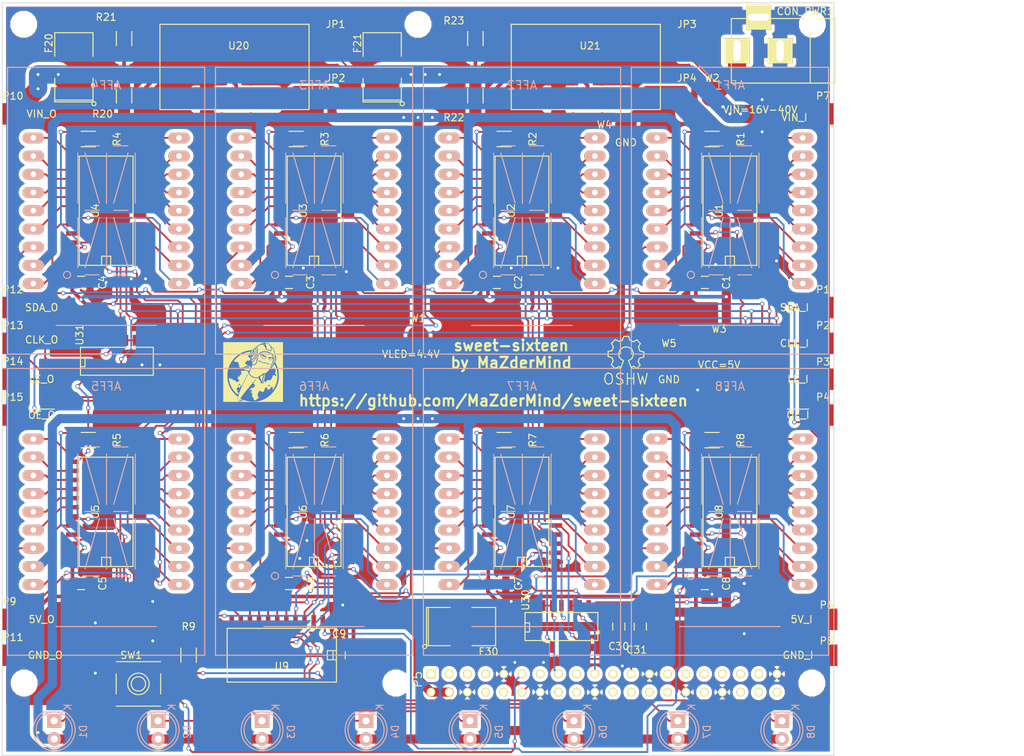
<source format=kicad_pcb>
(kicad_pcb (version 4) (host pcbnew 4.0.2+dfsg1-stable)
  (layers (0 F.Cu signal) (31 B.Cu signal) (34 B.Paste user) (35 F.Paste user) (36 B.SilkS user) (37 F.SilkS user) (38 B.Mask user) (39 F.Mask user) (44 Edge.Cuts user))
  (net 0 "")
  (net 1 "Net-(AFF1-Pad18)")
  (net 2 "Net-(AFF1-Pad1)")
  (net 3 "Net-(AFF1-Pad17)")
  (net 4 "Net-(AFF1-Pad2)")
  (net 5 "Net-(AFF1-Pad16)")
  (net 6 "Net-(AFF1-Pad3)")
  (net 7 "Net-(AFF1-Pad15)")
  (net 8 "Net-(AFF1-Pad4)")
  (net 9 "Net-(AFF1-Pad14)")
  (net 10 "Net-(AFF1-Pad5)")
  (net 11 "Net-(AFF1-Pad13)")
  (net 12 "Net-(AFF1-Pad6)")
  (net 13 "Net-(AFF1-Pad12)")
  (net 14 "Net-(AFF1-Pad7)")
  (net 15 /VLED)
  (net 16 "Net-(AFF1-Pad8)")
  (net 17 "Net-(AFF1-Pad10)")
  (net 18 "Net-(AFF1-Pad9)")
  (net 19 "Net-(AFF2-Pad18)")
  (net 20 "Net-(AFF2-Pad1)")
  (net 21 "Net-(AFF2-Pad17)")
  (net 22 "Net-(AFF2-Pad2)")
  (net 23 "Net-(AFF2-Pad16)")
  (net 24 "Net-(AFF2-Pad3)")
  (net 25 "Net-(AFF2-Pad15)")
  (net 26 "Net-(AFF2-Pad4)")
  (net 27 "Net-(AFF2-Pad14)")
  (net 28 "Net-(AFF2-Pad5)")
  (net 29 "Net-(AFF2-Pad13)")
  (net 30 "Net-(AFF2-Pad6)")
  (net 31 "Net-(AFF2-Pad12)")
  (net 32 "Net-(AFF2-Pad7)")
  (net 33 "Net-(AFF2-Pad8)")
  (net 34 "Net-(AFF2-Pad10)")
  (net 35 "Net-(AFF2-Pad9)")
  (net 36 "Net-(AFF3-Pad18)")
  (net 37 "Net-(AFF3-Pad1)")
  (net 38 "Net-(AFF3-Pad17)")
  (net 39 "Net-(AFF3-Pad2)")
  (net 40 "Net-(AFF3-Pad16)")
  (net 41 "Net-(AFF3-Pad3)")
  (net 42 "Net-(AFF3-Pad15)")
  (net 43 "Net-(AFF3-Pad4)")
  (net 44 "Net-(AFF3-Pad14)")
  (net 45 "Net-(AFF3-Pad5)")
  (net 46 "Net-(AFF3-Pad13)")
  (net 47 "Net-(AFF3-Pad6)")
  (net 48 "Net-(AFF3-Pad12)")
  (net 49 "Net-(AFF3-Pad7)")
  (net 50 "Net-(AFF3-Pad8)")
  (net 51 "Net-(AFF3-Pad10)")
  (net 52 "Net-(AFF3-Pad9)")
  (net 53 "Net-(AFF4-Pad18)")
  (net 54 "Net-(AFF4-Pad1)")
  (net 55 "Net-(AFF4-Pad17)")
  (net 56 "Net-(AFF4-Pad2)")
  (net 57 "Net-(AFF4-Pad16)")
  (net 58 "Net-(AFF4-Pad3)")
  (net 59 "Net-(AFF4-Pad15)")
  (net 60 "Net-(AFF4-Pad4)")
  (net 61 "Net-(AFF4-Pad14)")
  (net 62 "Net-(AFF4-Pad5)")
  (net 63 "Net-(AFF4-Pad13)")
  (net 64 "Net-(AFF4-Pad6)")
  (net 65 "Net-(AFF4-Pad12)")
  (net 66 "Net-(AFF4-Pad7)")
  (net 67 "Net-(AFF4-Pad8)")
  (net 68 "Net-(AFF4-Pad10)")
  (net 69 "Net-(AFF4-Pad9)")
  (net 70 "Net-(AFF5-Pad18)")
  (net 71 "Net-(AFF5-Pad1)")
  (net 72 "Net-(AFF5-Pad17)")
  (net 73 "Net-(AFF5-Pad2)")
  (net 74 "Net-(AFF5-Pad16)")
  (net 75 "Net-(AFF5-Pad3)")
  (net 76 "Net-(AFF5-Pad15)")
  (net 77 "Net-(AFF5-Pad4)")
  (net 78 "Net-(AFF5-Pad14)")
  (net 79 "Net-(AFF5-Pad5)")
  (net 80 "Net-(AFF5-Pad13)")
  (net 81 "Net-(AFF5-Pad6)")
  (net 82 "Net-(AFF5-Pad12)")
  (net 83 "Net-(AFF5-Pad7)")
  (net 84 "Net-(AFF5-Pad8)")
  (net 85 "Net-(AFF5-Pad10)")
  (net 86 "Net-(AFF5-Pad9)")
  (net 87 "Net-(AFF6-Pad18)")
  (net 88 "Net-(AFF6-Pad1)")
  (net 89 "Net-(AFF6-Pad17)")
  (net 90 "Net-(AFF6-Pad2)")
  (net 91 "Net-(AFF6-Pad16)")
  (net 92 "Net-(AFF6-Pad3)")
  (net 93 "Net-(AFF6-Pad15)")
  (net 94 "Net-(AFF6-Pad4)")
  (net 95 "Net-(AFF6-Pad14)")
  (net 96 "Net-(AFF6-Pad5)")
  (net 97 "Net-(AFF6-Pad13)")
  (net 98 "Net-(AFF6-Pad6)")
  (net 99 "Net-(AFF6-Pad12)")
  (net 100 "Net-(AFF6-Pad7)")
  (net 101 "Net-(AFF6-Pad8)")
  (net 102 "Net-(AFF6-Pad10)")
  (net 103 "Net-(AFF6-Pad9)")
  (net 104 "Net-(AFF7-Pad18)")
  (net 105 "Net-(AFF7-Pad1)")
  (net 106 "Net-(AFF7-Pad17)")
  (net 107 "Net-(AFF7-Pad2)")
  (net 108 "Net-(AFF7-Pad16)")
  (net 109 "Net-(AFF7-Pad3)")
  (net 110 "Net-(AFF7-Pad15)")
  (net 111 "Net-(AFF7-Pad4)")
  (net 112 "Net-(AFF7-Pad14)")
  (net 113 "Net-(AFF7-Pad5)")
  (net 114 "Net-(AFF7-Pad13)")
  (net 115 "Net-(AFF7-Pad6)")
  (net 116 "Net-(AFF7-Pad12)")
  (net 117 "Net-(AFF7-Pad7)")
  (net 118 "Net-(AFF7-Pad8)")
  (net 119 "Net-(AFF7-Pad10)")
  (net 120 "Net-(AFF7-Pad9)")
  (net 121 "Net-(AFF8-Pad18)")
  (net 122 "Net-(AFF8-Pad1)")
  (net 123 "Net-(AFF8-Pad17)")
  (net 124 "Net-(AFF8-Pad2)")
  (net 125 "Net-(AFF8-Pad16)")
  (net 126 "Net-(AFF8-Pad3)")
  (net 127 "Net-(AFF8-Pad15)")
  (net 128 "Net-(AFF8-Pad4)")
  (net 129 "Net-(AFF8-Pad14)")
  (net 130 "Net-(AFF8-Pad5)")
  (net 131 "Net-(AFF8-Pad13)")
  (net 132 "Net-(AFF8-Pad6)")
  (net 133 "Net-(AFF8-Pad12)")
  (net 134 "Net-(AFF8-Pad7)")
  (net 135 "Net-(AFF8-Pad8)")
  (net 136 "Net-(AFF8-Pad10)")
  (net 137 "Net-(AFF8-Pad9)")
  (net 138 VCC)
  (net 139 GND)
  (net 140 "Net-(D1-Pad1)")
  (net 141 "Net-(D2-Pad1)")
  (net 142 "Net-(D3-Pad1)")
  (net 143 "Net-(D4-Pad1)")
  (net 144 "Net-(D5-Pad1)")
  (net 145 "Net-(D6-Pad1)")
  (net 146 "Net-(D7-Pad1)")
  (net 147 "Net-(D8-Pad1)")
  (net 148 VIN)
  (net 149 /V_PI)
  (net 150 "Net-(JP1-Pad2)")
  (net 151 "Net-(JP2-Pad1)")
  (net 152 "Net-(JP3-Pad2)")
  (net 153 "Net-(JP4-Pad1)")
  (net 154 /CLK)
  (net 155 /LE)
  (net 156 /~OE)
  (net 157 /~PI_OE)
  (net 158 /PI_LE)
  (net 159 /PI_SDA)
  (net 160 /PI_CLK)
  (net 161 "Net-(R1-Pad2)")
  (net 162 "Net-(R2-Pad2)")
  (net 163 "Net-(R3-Pad2)")
  (net 164 "Net-(R4-Pad2)")
  (net 165 "Net-(R5-Pad2)")
  (net 166 "Net-(R6-Pad2)")
  (net 167 "Net-(R7-Pad2)")
  (net 168 "Net-(R8-Pad2)")
  (net 169 "Net-(R9-Pad2)")
  (net 170 "Net-(F20-Pad2)")
  (net 171 "Net-(F21-Pad2)")
  (net 172 "Net-(R20-Pad1)")
  (net 173 "Net-(R20-Pad2)")
  (net 174 "Net-(R22-Pad1)")
  (net 175 "Net-(R22-Pad2)")
  (net 176 /SDA_I)
  (net 177 /SDA_12)
  (net 178 /SDA_34)
  (net 179 /SDA_45)
  (net 180 /SDA_56)
  (net 181 /SDA_67)
  (net 182 /SDA_78)
  (net 183 /SDA_89)
  (net 184 /SDA_O)
  (net 185 /CLK_O)
  (net 186 /LE_O)
  (net 187 /~OE_O)
  (net 188 /SD_23)
  (net 189 /SDA_9O)
  (net 190 "Net-(P5-Pad11)")
  (module rpi-header:m25-mounting-hole (layer F.Cu) (at 158 53)
    (fp_text reference "" (at 0 0.5) (layer F.SilkS))
    (fp_text value M2.5)
    (pad "" np_thru_hole circle (at 0 0) (size 2.75 2.75) (drill 2.75) (layers *.Cu *.Mask F.SilkS))
  )
  (module rpi-header:m25-mounting-hole (layer F.Cu) (at 213 53)
    (fp_text reference "" (at 0 0.5) (layer F.SilkS))
    (fp_text value M2.5)
    (pad "" np_thru_hole circle (at 0 0) (size 2.75 2.75) (drill 2.75) (layers *.Cu *.Mask F.SilkS))
  )
  (module chips:STP16CPC26MTR (layer F.Cu) (at 201.5 79 90)
    (fp_text reference U1 (at 0 -1.524 90) (layer F.SilkS))
    (fp_text value STP16CPC26)
    (pad 1 smd rect (at -6.985 4.699 90) (size 0.635 1.8) (layers F.Cu F.Paste F.Mask) (net 139 GND))
    (pad 2 smd rect (at -5.715 4.699 90) (size 0.635 1.8) (layers F.Cu F.Paste F.Mask) (net 176 /SDA_I))
    (pad 3 smd rect (at -4.445 4.699 90) (size 0.635 1.8) (layers F.Cu F.Paste F.Mask) (net 154 /CLK))
    (pad 4 smd rect (at -3.175 4.699 90) (size 0.635 1.8) (layers F.Cu F.Paste F.Mask) (net 155 /LE))
    (pad 5 smd rect (at -1.905 4.699 90) (size 0.635 1.8) (layers F.Cu F.Paste F.Mask) (net 16 "Net-(AFF1-Pad8)"))
    (pad 6 smd rect (at -0.635 4.699 90) (size 0.635 1.8) (layers F.Cu F.Paste F.Mask) (net 14 "Net-(AFF1-Pad7)"))
    (pad 7 smd rect (at 0.635 4.699 90) (size 0.635 1.8) (layers F.Cu F.Paste F.Mask) (net 12 "Net-(AFF1-Pad6)"))
    (pad 8 smd rect (at 1.905 4.699 90) (size 0.635 1.8) (layers F.Cu F.Paste F.Mask) (net 10 "Net-(AFF1-Pad5)"))
    (pad 9 smd rect (at 3.175 4.699 90) (size 0.635 1.8) (layers F.Cu F.Paste F.Mask) (net 8 "Net-(AFF1-Pad4)"))
    (pad 10 smd rect (at 4.445 4.699 90) (size 0.635 1.8) (layers F.Cu F.Paste F.Mask) (net 6 "Net-(AFF1-Pad3)"))
    (pad 11 smd rect (at 5.715 4.699 90) (size 0.635 1.8) (layers F.Cu F.Paste F.Mask) (net 4 "Net-(AFF1-Pad2)"))
    (pad 12 smd rect (at 6.985 4.699 90) (size 0.635 1.8) (layers F.Cu F.Paste F.Mask) (net 2 "Net-(AFF1-Pad1)"))
    (pad 24 smd rect (at -6.985 -4.699 90) (size 0.635 1.8) (layers F.Cu F.Paste F.Mask) (net 138 VCC))
    (pad 23 smd rect (at -5.715 -4.699 90) (size 0.635 1.8) (layers F.Cu F.Paste F.Mask) (net 161 "Net-(R1-Pad2)"))
    (pad 22 smd rect (at -4.445 -4.699 90) (size 0.635 1.8) (layers F.Cu F.Paste F.Mask) (net 177 /SDA_12))
    (pad 21 smd rect (at -3.175 -4.699 90) (size 0.635 1.8) (layers F.Cu F.Paste F.Mask) (net 156 /~OE))
    (pad 20 smd rect (at -1.905 -4.699 90) (size 0.635 1.8) (layers F.Cu F.Paste F.Mask) (net 17 "Net-(AFF1-Pad10)"))
    (pad 19 smd rect (at -0.635 -4.699 90) (size 0.635 1.8) (layers F.Cu F.Paste F.Mask) (net 18 "Net-(AFF1-Pad9)"))
    (pad 18 smd rect (at 0.635 -4.699 90) (size 0.635 1.8) (layers F.Cu F.Paste F.Mask) (net 11 "Net-(AFF1-Pad13)"))
    (pad 17 smd rect (at 1.905 -4.699 90) (size 0.635 1.8) (layers F.Cu F.Paste F.Mask) (net 9 "Net-(AFF1-Pad14)"))
    (pad 16 smd rect (at 3.175 -4.699 90) (size 0.635 1.8) (layers F.Cu F.Paste F.Mask) (net 7 "Net-(AFF1-Pad15)"))
    (pad 15 smd rect (at 4.445 -4.699 90) (size 0.635 1.8) (layers F.Cu F.Paste F.Mask) (net 5 "Net-(AFF1-Pad16)"))
    (pad 14 smd rect (at 5.715 -4.699 90) (size 0.635 1.8) (layers F.Cu F.Paste F.Mask) (net 3 "Net-(AFF1-Pad17)"))
    (pad 13 smd rect (at 6.985 -4.699 90) (size 0.635 1.8) (layers F.Cu F.Paste F.Mask) (net 1 "Net-(AFF1-Pad18)"))
  )
  (module 16segments:PSA12-11 (layer B.Cu) (at 201.5 79 270)
    (fp_text reference AFF1 (at -17.5 0 540) (layer B.SilkS) (effects (font (size 1.2 1.2)) (justify mirror)))
    (fp_text value 16SEGMENTS)
    (pad 18 thru_hole oval (at -10.16 10.16 270) (size 1.5 3) (drill 0.8) (layers *.Cu *.Mask B.SilkS) (net 1 "Net-(AFF1-Pad18)"))
    (pad 1 thru_hole oval (at -10.16 -10.16 270) (size 1.5 3) (drill 0.8) (layers *.Cu *.Mask B.SilkS) (net 2 "Net-(AFF1-Pad1)"))
    (pad 17 thru_hole oval (at -7.62 10.16 270) (size 1.5 3) (drill 0.8) (layers *.Cu *.Mask B.SilkS) (net 3 "Net-(AFF1-Pad17)"))
    (pad 2 thru_hole oval (at -7.62 -10.16 270) (size 1.5 3) (drill 0.8) (layers *.Cu *.Mask B.SilkS) (net 4 "Net-(AFF1-Pad2)"))
    (pad 16 thru_hole oval (at -5.08 10.16 270) (size 1.5 3) (drill 0.8) (layers *.Cu *.Mask B.SilkS) (net 5 "Net-(AFF1-Pad16)"))
    (pad 3 thru_hole oval (at -5.08 -10.16 270) (size 1.5 3) (drill 0.8) (layers *.Cu *.Mask B.SilkS) (net 6 "Net-(AFF1-Pad3)"))
    (pad 15 thru_hole oval (at -2.54 10.16 270) (size 1.5 3) (drill 0.8) (layers *.Cu *.Mask B.SilkS) (net 7 "Net-(AFF1-Pad15)"))
    (pad 4 thru_hole oval (at -2.54 -10.16 270) (size 1.5 3) (drill 0.8) (layers *.Cu *.Mask B.SilkS) (net 8 "Net-(AFF1-Pad4)"))
    (pad 14 thru_hole oval (at 0 10.16 270) (size 1.5 3) (drill 0.8) (layers *.Cu *.Mask B.SilkS) (net 9 "Net-(AFF1-Pad14)"))
    (pad 5 thru_hole oval (at 0 -10.16 270) (size 1.5 3) (drill 0.8) (layers *.Cu *.Mask B.SilkS) (net 10 "Net-(AFF1-Pad5)"))
    (pad 13 thru_hole oval (at 2.54 10.16 270) (size 1.5 3) (drill 0.8) (layers *.Cu *.Mask B.SilkS) (net 11 "Net-(AFF1-Pad13)"))
    (pad 6 thru_hole oval (at 2.54 -10.16 270) (size 1.5 3) (drill 0.8) (layers *.Cu *.Mask B.SilkS) (net 12 "Net-(AFF1-Pad6)"))
    (pad 12 thru_hole oval (at 5.08 10.16 270) (size 1.5 3) (drill 0.8) (layers *.Cu *.Mask B.SilkS) (net 13 "Net-(AFF1-Pad12)"))
    (pad 7 thru_hole oval (at 5.08 -10.16 270) (size 1.5 3) (drill 0.8) (layers *.Cu *.Mask B.SilkS) (net 14 "Net-(AFF1-Pad7)"))
    (pad 11 thru_hole oval (at 7.62 10.16 270) (size 1.5 3) (drill 0.8) (layers *.Cu *.Mask B.SilkS) (net 15 /VLED))
    (pad 8 thru_hole oval (at 7.62 -10.16 270) (size 1.5 3) (drill 0.8) (layers *.Cu *.Mask B.SilkS) (net 16 "Net-(AFF1-Pad8)"))
    (pad 10 thru_hole oval (at 10.16 10.16 270) (size 1.5 3) (drill 0.8) (layers *.Cu *.Mask B.SilkS) (net 17 "Net-(AFF1-Pad10)"))
    (pad 9 thru_hole oval (at 10.16 -10.16 270) (size 1.5 3) (drill 0.8) (layers *.Cu *.Mask B.SilkS) (net 18 "Net-(AFF1-Pad9)"))
  )
  (module Capacitors_SMD:C_0805_HandSoldering (layer F.Cu) (at 198 89)
    (fp_text reference C1 (at 3 0 90) (layer F.SilkS))
    (fp_text value 0.1μF)
    (pad 1 smd rect (at -1.25 0) (size 1.5 1.25) (layers F.Cu F.Paste F.Mask) (net 138 VCC))
    (pad 2 smd rect (at 1.25 0) (size 1.5 1.25) (layers F.Cu F.Paste F.Mask) (net 139 GND))
  )
  (module Capacitors_SMD:C_0805_HandSoldering (layer F.Cu) (at 169 89)
    (fp_text reference C2 (at 3 0 90) (layer F.SilkS))
    (fp_text value 0.1μF)
    (pad 1 smd rect (at -1.25 0) (size 1.5 1.25) (layers F.Cu F.Paste F.Mask) (net 138 VCC))
    (pad 2 smd rect (at 1.25 0) (size 1.5 1.25) (layers F.Cu F.Paste F.Mask) (net 139 GND))
  )
  (module Capacitors_SMD:C_0805_HandSoldering (layer F.Cu) (at 140 89)
    (fp_text reference C3 (at 3 0 90) (layer F.SilkS))
    (fp_text value 0.1μF)
    (pad 1 smd rect (at -1.25 0) (size 1.5 1.25) (layers F.Cu F.Paste F.Mask) (net 138 VCC))
    (pad 2 smd rect (at 1.25 0) (size 1.5 1.25) (layers F.Cu F.Paste F.Mask) (net 139 GND))
  )
  (module Capacitors_SMD:C_0805_HandSoldering (layer F.Cu) (at 111 89)
    (fp_text reference C4 (at 3 0 90) (layer F.SilkS))
    (fp_text value 0.1μF)
    (pad 1 smd rect (at -1.25 0) (size 1.5 1.25) (layers F.Cu F.Paste F.Mask) (net 138 VCC))
    (pad 2 smd rect (at 1.25 0) (size 1.5 1.25) (layers F.Cu F.Paste F.Mask) (net 139 GND))
  )
  (module Capacitors_SMD:C_0805_HandSoldering (layer F.Cu) (at 111 131)
    (fp_text reference C5 (at 3 0 90) (layer F.SilkS))
    (fp_text value 0.1μF)
    (pad 1 smd rect (at -1.25 0) (size 1.5 1.25) (layers F.Cu F.Paste F.Mask) (net 138 VCC))
    (pad 2 smd rect (at 1.25 0) (size 1.5 1.25) (layers F.Cu F.Paste F.Mask) (net 139 GND))
  )
  (module Capacitors_SMD:C_0805_HandSoldering (layer F.Cu) (at 140 131)
    (fp_text reference C6 (at 3 0 90) (layer F.SilkS))
    (fp_text value 0.1μF)
    (pad 1 smd rect (at -1.25 0) (size 1.5 1.25) (layers F.Cu F.Paste F.Mask) (net 138 VCC))
    (pad 2 smd rect (at 1.25 0) (size 1.5 1.25) (layers F.Cu F.Paste F.Mask) (net 139 GND))
  )
  (module Capacitors_SMD:C_0805_HandSoldering (layer F.Cu) (at 169 131)
    (fp_text reference C7 (at 3 0 90) (layer F.SilkS))
    (fp_text value 0.1μF)
    (pad 1 smd rect (at -1.25 0) (size 1.5 1.25) (layers F.Cu F.Paste F.Mask) (net 138 VCC))
    (pad 2 smd rect (at 1.25 0) (size 1.5 1.25) (layers F.Cu F.Paste F.Mask) (net 139 GND))
  )
  (module Capacitors_SMD:C_0805_HandSoldering (layer F.Cu) (at 198 131)
    (fp_text reference C8 (at 3 0 90) (layer F.SilkS))
    (fp_text value 0.1μF)
    (pad 1 smd rect (at -1.25 0) (size 1.5 1.25) (layers F.Cu F.Paste F.Mask) (net 138 VCC))
    (pad 2 smd rect (at 1.25 0) (size 1.5 1.25) (layers F.Cu F.Paste F.Mask) (net 139 GND))
  )
  (module Capacitors_SMD:C_0805_HandSoldering (layer F.Cu) (at 147 141 90)
    (fp_text reference C9 (at 3 0 180) (layer F.SilkS))
    (fp_text value 0.1μF)
    (pad 1 smd rect (at -1.25 0 90) (size 1.5 1.25) (layers F.Cu F.Paste F.Mask) (net 138 VCC))
    (pad 2 smd rect (at 1.25 0 90) (size 1.5 1.25) (layers F.Cu F.Paste F.Mask) (net 139 GND))
  )
  (module Connect:BARREL_JACK (layer F.Cu) (at 208.7004 56.699 180)
    (fp_text reference CON_PWR1 (at -3.2996 5.5 360) (layer F.SilkS))
    (fp_text value PWR)
    (pad 1 thru_hole rect (at 6.20014 0 180) (size 3.50012 3.50012) (drill oval 1.00076 2.99974) (layers *.Cu *.Mask F.SilkS) (net 148 VIN))
    (pad 2 thru_hole rect (at 0.20066 0 180) (size 3.50012 3.50012) (drill oval 1.00076 2.99974) (layers *.Cu *.Mask F.SilkS) (net 139 GND))
    (pad 3 thru_hole rect (at 3.2004 4.699 180) (size 3.50012 3.50012) (drill oval 2.99974 1.00076) (layers *.Cu *.Mask F.SilkS) (net 139 GND))
  )
  (module LEDs:LED-5MM (layer B.Cu) (at 107.25 150.1498 270)
    (fp_text reference D1 (at 1.524 -4.064 270) (layer B.SilkS) (effects (justify mirror)))
    (fp_text value LED)
    (fp_text user K (at -1.905 -1.905 270) (layer B.SilkS) (effects (justify mirror)))
    (pad 1 thru_hole rect (at 0 0 180) (size 2 1.9) (drill 1.00076) (layers *.Cu *.Mask B.SilkS) (net 140 "Net-(D1-Pad1)"))
    (pad 2 thru_hole circle (at 2.54 0 270) (size 1.9 1.9) (drill 1.00076) (layers *.Cu *.Mask B.SilkS) (net 15 /VLED))
  )
  (module LEDs:LED-5MM (layer B.Cu) (at 121.749999 150.1498 270)
    (fp_text reference D2 (at 1.524 -4.064 270) (layer B.SilkS) (effects (justify mirror)))
    (fp_text value LED)
    (fp_text user K (at -1.905 -1.905 270) (layer B.SilkS) (effects (justify mirror)))
    (pad 1 thru_hole rect (at 0 0 180) (size 2 1.9) (drill 1.00076) (layers *.Cu *.Mask B.SilkS) (net 141 "Net-(D2-Pad1)"))
    (pad 2 thru_hole circle (at 2.54 0 270) (size 1.9 1.9) (drill 1.00076) (layers *.Cu *.Mask B.SilkS) (net 15 /VLED))
  )
  (module LEDs:LED-5MM (layer B.Cu) (at 136.249998 150.1498 270)
    (fp_text reference D3 (at 1.524 -4.064 270) (layer B.SilkS) (effects (justify mirror)))
    (fp_text value LED)
    (fp_text user K (at -1.905 -1.905 270) (layer B.SilkS) (effects (justify mirror)))
    (pad 1 thru_hole rect (at 0 0 180) (size 2 1.9) (drill 1.00076) (layers *.Cu *.Mask B.SilkS) (net 142 "Net-(D3-Pad1)"))
    (pad 2 thru_hole circle (at 2.54 0 270) (size 1.9 1.9) (drill 1.00076) (layers *.Cu *.Mask B.SilkS) (net 15 /VLED))
  )
  (module LEDs:LED-5MM (layer B.Cu) (at 150.749997 150.1498 270)
    (fp_text reference D4 (at 1.524 -4.064 270) (layer B.SilkS) (effects (justify mirror)))
    (fp_text value LED)
    (fp_text user K (at -1.905 -1.905 270) (layer B.SilkS) (effects (justify mirror)))
    (pad 1 thru_hole rect (at 0 0 180) (size 2 1.9) (drill 1.00076) (layers *.Cu *.Mask B.SilkS) (net 143 "Net-(D4-Pad1)"))
    (pad 2 thru_hole circle (at 2.54 0 270) (size 1.9 1.9) (drill 1.00076) (layers *.Cu *.Mask B.SilkS) (net 15 /VLED))
  )
  (module LEDs:LED-5MM (layer B.Cu) (at 165.249996 150.1498 270)
    (fp_text reference D5 (at 1.524 -4.064 270) (layer B.SilkS) (effects (justify mirror)))
    (fp_text value LED)
    (fp_text user K (at -1.905 -1.905 270) (layer B.SilkS) (effects (justify mirror)))
    (pad 1 thru_hole rect (at 0 0 180) (size 2 1.9) (drill 1.00076) (layers *.Cu *.Mask B.SilkS) (net 144 "Net-(D5-Pad1)"))
    (pad 2 thru_hole circle (at 2.54 0 270) (size 1.9 1.9) (drill 1.00076) (layers *.Cu *.Mask B.SilkS) (net 15 /VLED))
  )
  (module LEDs:LED-5MM (layer B.Cu) (at 179.749995 150.1498 270)
    (fp_text reference D6 (at 1.524 -4.064 270) (layer B.SilkS) (effects (justify mirror)))
    (fp_text value LED)
    (fp_text user K (at -1.905 -1.905 270) (layer B.SilkS) (effects (justify mirror)))
    (pad 1 thru_hole rect (at 0 0 180) (size 2 1.9) (drill 1.00076) (layers *.Cu *.Mask B.SilkS) (net 145 "Net-(D6-Pad1)"))
    (pad 2 thru_hole circle (at 2.54 0 270) (size 1.9 1.9) (drill 1.00076) (layers *.Cu *.Mask B.SilkS) (net 15 /VLED))
  )
  (module LEDs:LED-5MM (layer B.Cu) (at 194.249994 150.1498 270)
    (fp_text reference D7 (at 1.524 -4.064 270) (layer B.SilkS) (effects (justify mirror)))
    (fp_text value LED)
    (fp_text user K (at -1.905 -1.905 270) (layer B.SilkS) (effects (justify mirror)))
    (pad 1 thru_hole rect (at 0 0 180) (size 2 1.9) (drill 1.00076) (layers *.Cu *.Mask B.SilkS) (net 146 "Net-(D7-Pad1)"))
    (pad 2 thru_hole circle (at 2.54 0 270) (size 1.9 1.9) (drill 1.00076) (layers *.Cu *.Mask B.SilkS) (net 15 /VLED))
  )
  (module LEDs:LED-5MM (layer B.Cu) (at 208.749993 150.1498 270)
    (fp_text reference D8 (at 1.524 -4.064 270) (layer B.SilkS) (effects (justify mirror)))
    (fp_text value LED)
    (fp_text user K (at -1.905 -1.905 270) (layer B.SilkS) (effects (justify mirror)))
    (pad 1 thru_hole rect (at 0 0 180) (size 2 1.9) (drill 1.00076) (layers *.Cu *.Mask B.SilkS) (net 147 "Net-(D8-Pad1)"))
    (pad 2 thru_hole circle (at 2.54 0 270) (size 1.9 1.9) (drill 1.00076) (layers *.Cu *.Mask B.SilkS) (net 15 /VLED))
  )
  (module jumper:SMD_Jumper_3 (layer F.Cu) (at 146 56 270)
    (fp_text reference JP1 (at -3 -0.5 360) (layer F.SilkS))
    (fp_text value JUMPER3)
    (pad 1 smd rect (at -1.5 0 270) (size 1 1) (layers F.Cu F.Paste F.Mask) (net 139 GND))
    (pad 2 smd rect (at 0 0 270) (size 1 1) (layers F.Cu F.Paste F.Mask) (net 150 "Net-(JP1-Pad2)"))
    (pad 3 smd rect (at 1.5 0 270) (size 1 1) (layers F.Cu F.Paste F.Mask) (net 148 VIN))
  )
  (module jumper:SMD_Jumper_2 (layer F.Cu) (at 146 63 270)
    (fp_text reference JP2 (at -2.5 -0.5 360) (layer F.SilkS))
    (fp_text value JUMPER)
    (pad 1 smd rect (at -0.75 0 270) (size 1 1) (layers F.Cu F.Paste F.Mask) (net 151 "Net-(JP2-Pad1)"))
    (pad 2 smd rect (at 0.75 0 270) (size 1 1) (layers F.Cu F.Paste F.Mask) (net 15 /VLED))
  )
  (module jumper:SMD_Jumper_3 (layer F.Cu) (at 195 56 270)
    (fp_text reference JP3 (at -3 -0.5 360) (layer F.SilkS))
    (fp_text value JUMPER3)
    (pad 1 smd rect (at -1.5 0 270) (size 1 1) (layers F.Cu F.Paste F.Mask) (net 139 GND))
    (pad 2 smd rect (at 0 0 270) (size 1 1) (layers F.Cu F.Paste F.Mask) (net 152 "Net-(JP3-Pad2)"))
    (pad 3 smd rect (at 1.5 0 270) (size 1 1) (layers F.Cu F.Paste F.Mask) (net 148 VIN))
  )
  (module jumper:SMD_Jumper_2 (layer F.Cu) (at 195 63 270)
    (fp_text reference JP4 (at -2.5 -0.5 360) (layer F.SilkS))
    (fp_text value JUMPER)
    (pad 1 smd rect (at -0.75 0 270) (size 1 1) (layers F.Cu F.Paste F.Mask) (net 153 "Net-(JP4-Pad1)"))
    (pad 2 smd rect (at 0.75 0 270) (size 1 1) (layers F.Cu F.Paste F.Mask) (net 138 VCC))
  )
  (module rpi-header:rpi-header (layer F.Cu) (at 183.9328 144.8798)
    (fp_text reference P5 (at -26 -0.5 90) (layer F.SilkS) (effects (font (size 1.2 1.2))))
    (fp_text value CONN_02X20)
    (pad 2 thru_hole circle (at -24.13 1.27) (size 1.2 1.2) (drill 0.8) (layers *.Cu *.Mask F.SilkS) (net 149 /V_PI))
    (pad 1 thru_hole rect (at -24.13 -1.27) (size 1.2 1.2) (drill 0.8) (layers *.Cu *.Mask F.SilkS))
    (pad 4 thru_hole circle (at -21.59 1.27) (size 1.2 1.2) (drill 0.8) (layers *.Cu *.Mask F.SilkS) (net 149 /V_PI))
    (pad 3 thru_hole circle (at -21.59 -1.27) (size 1.2 1.2) (drill 0.8) (layers *.Cu *.Mask F.SilkS))
    (pad 6 thru_hole circle (at -19.05 1.27) (size 1.2 1.2) (drill 0.8) (layers *.Cu *.Mask F.SilkS) (net 139 GND))
    (pad 5 thru_hole circle (at -19.05 -1.27) (size 1.2 1.2) (drill 0.8) (layers *.Cu *.Mask F.SilkS))
    (pad 8 thru_hole circle (at -16.51 1.27) (size 1.2 1.2) (drill 0.8) (layers *.Cu *.Mask F.SilkS))
    (pad 7 thru_hole circle (at -16.51 -1.27) (size 1.2 1.2) (drill 0.8) (layers *.Cu *.Mask F.SilkS))
    (pad 10 thru_hole circle (at -13.97 1.27) (size 1.2 1.2) (drill 0.8) (layers *.Cu *.Mask F.SilkS))
    (pad 9 thru_hole circle (at -13.97 -1.27) (size 1.2 1.2) (drill 0.8) (layers *.Cu *.Mask F.SilkS) (net 139 GND))
    (pad 12 thru_hole circle (at -11.43 1.27) (size 1.2 1.2) (drill 0.8) (layers *.Cu *.Mask F.SilkS) (net 157 /~PI_OE))
    (pad 11 thru_hole circle (at -11.43 -1.27) (size 1.2 1.2) (drill 0.8) (layers *.Cu *.Mask F.SilkS) (net 190 "Net-(P5-Pad11)"))
    (pad 14 thru_hole circle (at -8.89 1.27) (size 1.2 1.2) (drill 0.8) (layers *.Cu *.Mask F.SilkS) (net 139 GND))
    (pad 13 thru_hole circle (at -8.89 -1.27) (size 1.2 1.2) (drill 0.8) (layers *.Cu *.Mask F.SilkS))
    (pad 16 thru_hole circle (at -6.35 1.27) (size 1.2 1.2) (drill 0.8) (layers *.Cu *.Mask F.SilkS))
    (pad 15 thru_hole circle (at -6.35 -1.27) (size 1.2 1.2) (drill 0.8) (layers *.Cu *.Mask F.SilkS) (net 158 /PI_LE))
    (pad 18 thru_hole circle (at -3.81 1.27) (size 1.2 1.2) (drill 0.8) (layers *.Cu *.Mask F.SilkS))
    (pad 17 thru_hole circle (at -3.81 -1.27) (size 1.2 1.2) (drill 0.8) (layers *.Cu *.Mask F.SilkS))
    (pad 20 thru_hole circle (at -1.27 1.27) (size 1.2 1.2) (drill 0.8) (layers *.Cu *.Mask F.SilkS) (net 139 GND))
    (pad 19 thru_hole circle (at -1.27 -1.27) (size 1.2 1.2) (drill 0.8) (layers *.Cu *.Mask F.SilkS) (net 159 /PI_SDA))
    (pad 22 thru_hole circle (at 1.27 1.27) (size 1.2 1.2) (drill 0.8) (layers *.Cu *.Mask F.SilkS))
    (pad 21 thru_hole circle (at 1.27 -1.27) (size 1.2 1.2) (drill 0.8) (layers *.Cu *.Mask F.SilkS))
    (pad 24 thru_hole circle (at 3.81 1.27) (size 1.2 1.2) (drill 0.8) (layers *.Cu *.Mask F.SilkS))
    (pad 23 thru_hole circle (at 3.81 -1.27) (size 1.2 1.2) (drill 0.8) (layers *.Cu *.Mask F.SilkS) (net 160 /PI_CLK))
    (pad 26 thru_hole circle (at 6.35 1.27) (size 1.2 1.2) (drill 0.8) (layers *.Cu *.Mask F.SilkS))
    (pad 25 thru_hole circle (at 6.35 -1.27) (size 1.2 1.2) (drill 0.8) (layers *.Cu *.Mask F.SilkS) (net 139 GND))
    (pad 28 thru_hole circle (at 8.89 1.27) (size 1.2 1.2) (drill 0.8) (layers *.Cu *.Mask F.SilkS))
    (pad 27 thru_hole circle (at 8.89 -1.27) (size 1.2 1.2) (drill 0.8) (layers *.Cu *.Mask F.SilkS))
    (pad 30 thru_hole circle (at 11.43 1.27) (size 1.2 1.2) (drill 0.8) (layers *.Cu *.Mask F.SilkS) (net 139 GND))
    (pad 29 thru_hole circle (at 11.43 -1.27) (size 1.2 1.2) (drill 0.8) (layers *.Cu *.Mask F.SilkS))
    (pad 32 thru_hole circle (at 13.97 1.27) (size 1.2 1.2) (drill 0.8) (layers *.Cu *.Mask F.SilkS))
    (pad 31 thru_hole circle (at 13.97 -1.27) (size 1.2 1.2) (drill 0.8) (layers *.Cu *.Mask F.SilkS))
    (pad 34 thru_hole circle (at 16.51 1.27) (size 1.2 1.2) (drill 0.8) (layers *.Cu *.Mask F.SilkS) (net 139 GND))
    (pad 33 thru_hole circle (at 16.51 -1.27) (size 1.2 1.2) (drill 0.8) (layers *.Cu *.Mask F.SilkS))
    (pad 36 thru_hole circle (at 19.05 1.27) (size 1.2 1.2) (drill 0.8) (layers *.Cu *.Mask F.SilkS))
    (pad 35 thru_hole circle (at 19.05 -1.27) (size 1.2 1.2) (drill 0.8) (layers *.Cu *.Mask F.SilkS))
    (pad 38 thru_hole circle (at 21.59 1.27) (size 1.2 1.2) (drill 0.8) (layers *.Cu *.Mask F.SilkS))
    (pad 37 thru_hole circle (at 21.59 -1.27) (size 1.2 1.2) (drill 0.8) (layers *.Cu *.Mask F.SilkS))
    (pad 40 thru_hole circle (at 24.13 1.27) (size 1.2 1.2) (drill 0.8) (layers *.Cu *.Mask F.SilkS))
    (pad 39 thru_hole circle (at 24.13 -1.27) (size 1.2 1.2) (drill 0.8) (layers *.Cu *.Mask F.SilkS) (net 139 GND))
    (pad "" np_thru_hole circle (at -29 0) (size 2.75 2.75) (drill 2.75) (layers *.Cu *.Mask F.SilkS))
    (pad "" np_thru_hole circle (at 29 0) (size 2.75 2.75) (drill 2.75) (layers *.Cu *.Mask F.SilkS))
  )
  (module Resistors_SMD:R_1206_HandSoldering (layer F.Cu) (at 199 69 180)
    (fp_text reference R1 (at -4 0 270) (layer F.SilkS))
    (fp_text value 1k)
    (pad 1 smd rect (at -2 0 180) (size 2 1.7) (layers F.Cu F.Paste F.Mask) (net 139 GND))
    (pad 2 smd rect (at 2 0 180) (size 2 1.7) (layers F.Cu F.Paste F.Mask) (net 161 "Net-(R1-Pad2)"))
  )
  (module Resistors_SMD:R_1206_HandSoldering (layer F.Cu) (at 170 69 180)
    (fp_text reference R2 (at -4 0 270) (layer F.SilkS))
    (fp_text value 1k)
    (pad 1 smd rect (at -2 0 180) (size 2 1.7) (layers F.Cu F.Paste F.Mask) (net 139 GND))
    (pad 2 smd rect (at 2 0 180) (size 2 1.7) (layers F.Cu F.Paste F.Mask) (net 162 "Net-(R2-Pad2)"))
  )
  (module Resistors_SMD:R_1206_HandSoldering (layer F.Cu) (at 141 69 180)
    (fp_text reference R3 (at -4 0 270) (layer F.SilkS))
    (fp_text value 1k)
    (pad 1 smd rect (at -2 0 180) (size 2 1.7) (layers F.Cu F.Paste F.Mask) (net 139 GND))
    (pad 2 smd rect (at 2 0 180) (size 2 1.7) (layers F.Cu F.Paste F.Mask) (net 163 "Net-(R3-Pad2)"))
  )
  (module Resistors_SMD:R_1206_HandSoldering (layer F.Cu) (at 112 69 180)
    (fp_text reference R4 (at -4 0 270) (layer F.SilkS))
    (fp_text value 1k)
    (pad 1 smd rect (at -2 0 180) (size 2 1.7) (layers F.Cu F.Paste F.Mask) (net 139 GND))
    (pad 2 smd rect (at 2 0 180) (size 2 1.7) (layers F.Cu F.Paste F.Mask) (net 164 "Net-(R4-Pad2)"))
  )
  (module Resistors_SMD:R_1206_HandSoldering (layer F.Cu) (at 112 111 180)
    (fp_text reference R5 (at -4 0 450) (layer F.SilkS))
    (fp_text value 1k)
    (pad 1 smd rect (at -2 0 180) (size 2 1.7) (layers F.Cu F.Paste F.Mask) (net 139 GND))
    (pad 2 smd rect (at 2 0 180) (size 2 1.7) (layers F.Cu F.Paste F.Mask) (net 165 "Net-(R5-Pad2)"))
  )
  (module Resistors_SMD:R_1206_HandSoldering (layer F.Cu) (at 141 111 180)
    (fp_text reference R6 (at -4 0 270) (layer F.SilkS))
    (fp_text value 1k)
    (pad 1 smd rect (at -2 0 180) (size 2 1.7) (layers F.Cu F.Paste F.Mask) (net 139 GND))
    (pad 2 smd rect (at 2 0 180) (size 2 1.7) (layers F.Cu F.Paste F.Mask) (net 166 "Net-(R6-Pad2)"))
  )
  (module Resistors_SMD:R_1206_HandSoldering (layer F.Cu) (at 170 111 180)
    (fp_text reference R7 (at -4 0 270) (layer F.SilkS))
    (fp_text value 1k)
    (pad 1 smd rect (at -2 0 180) (size 2 1.7) (layers F.Cu F.Paste F.Mask) (net 139 GND))
    (pad 2 smd rect (at 2 0 180) (size 2 1.7) (layers F.Cu F.Paste F.Mask) (net 167 "Net-(R7-Pad2)"))
  )
  (module Resistors_SMD:R_1206_HandSoldering (layer F.Cu) (at 199 111 180)
    (fp_text reference R8 (at -4 0 270) (layer F.SilkS))
    (fp_text value 1k)
    (pad 1 smd rect (at -2 0 180) (size 2 1.7) (layers F.Cu F.Paste F.Mask) (net 139 GND))
    (pad 2 smd rect (at 2 0 180) (size 2 1.7) (layers F.Cu F.Paste F.Mask) (net 168 "Net-(R8-Pad2)"))
  )
  (module Resistors_SMD:R_1206_HandSoldering (layer F.Cu) (at 126 141 270)
    (fp_text reference R9 (at -4 0 360) (layer F.SilkS))
    (fp_text value 1k)
    (pad 1 smd rect (at -2 0 270) (size 2 1.7) (layers F.Cu F.Paste F.Mask) (net 139 GND))
    (pad 2 smd rect (at 2 0 270) (size 2 1.7) (layers F.Cu F.Paste F.Mask) (net 169 "Net-(R9-Pad2)"))
  )
  (module Measurement_Points:Measurement_Point_Round-SMD-Pad_Big (layer F.Cu) (at 158 96.5)
    (fp_text reference W1 (at 0 -2.5) (layer F.SilkS))
    (fp_text value VLED=4.4V (at -1 2.5) (layer F.SilkS))
    (pad 1 smd circle (at 0 0) (size 2.99974 2.99974) (layers F.Cu F.Paste F.Mask) (net 15 /VLED))
  )
  (module Measurement_Points:Measurement_Point_Round-SMD-Pad_Big (layer F.Cu) (at 199 63)
    (fp_text reference W2 (at 0 -2.5) (layer F.SilkS))
    (fp_text value VIN=16V-40V (at 6.73 1.905) (layer F.SilkS))
    (pad 1 smd circle (at 0 0) (size 2.99974 2.99974) (layers F.Cu F.Paste F.Mask) (net 148 VIN))
  )
  (module Measurement_Points:Measurement_Point_Round-SMD-Pad_Big (layer F.Cu) (at 200 98)
    (fp_text reference W3 (at 0 -2.5) (layer F.SilkS))
    (fp_text value VCC=5V (at 0 2.5) (layer F.SilkS))
    (pad 1 smd circle (at 0 0) (size 2.99974 2.99974) (layers F.Cu F.Paste F.Mask) (net 138 VCC))
  )
  (module Measurement_Points:Measurement_Point_Round-SMD-Pad_Big (layer F.Cu) (at 187 67)
    (fp_text reference W4 (at -3 0) (layer F.SilkS))
    (fp_text value GND (at 0 2.5) (layer F.SilkS))
    (pad 1 smd circle (at 0 0) (size 2.99974 2.99974) (layers F.Cu F.Paste F.Mask) (net 139 GND))
  )
  (module Measurement_Points:Measurement_Point_Round-SMD-Pad_Big (layer F.Cu) (at 193 100)
    (fp_text reference W5 (at 0 -2.5) (layer F.SilkS))
    (fp_text value GND (at 0 2.54) (layer F.SilkS))
    (pad 1 smd circle (at 0 0) (size 2.99974 2.99974) (layers F.Cu F.Paste F.Mask) (net 139 GND))
  )
  (module Capacitors_SMD:C_0805_HandSoldering (layer F.Cu) (at 186 137 270)
    (fp_text reference C30 (at 2.75 0 360) (layer F.SilkS))
    (fp_text value 0.1μF)
    (pad 1 smd rect (at -1.25 0 270) (size 1.5 1.25) (layers F.Cu F.Paste F.Mask) (net 138 VCC))
    (pad 2 smd rect (at 1.25 0 270) (size 1.5 1.25) (layers F.Cu F.Paste F.Mask) (net 139 GND))
  )
  (module Capacitors_SMD:C_0805_HandSoldering (layer F.Cu) (at 189 137 270)
    (fp_text reference C31 (at 3.25 0.5 360) (layer F.SilkS))
    (fp_text value 0.1μF)
    (pad 1 smd rect (at -1.25 0 270) (size 1.5 1.25) (layers F.Cu F.Paste F.Mask) (net 138 VCC))
    (pad 2 smd rect (at 1.25 0 270) (size 1.5 1.25) (layers F.Cu F.Paste F.Mask) (net 139 GND))
  )
  (module SMD_Packages:SMD-2112_Pol (layer F.Cu) (at 110 59 90)
    (fp_text reference F20 (at 3.355 -3.5 270) (layer F.SilkS))
    (fp_text value "1.2A F")
    (pad 2 smd rect (at 3.175 0 90) (size 2.794 4.826) (layers F.Cu F.Paste F.Mask) (net 170 "Net-(F20-Pad2)"))
    (pad 1 smd rect (at -3.175 0 90) (size 2.794 4.826) (layers F.Cu F.Paste F.Mask) (net 148 VIN))
  )
  (module SMD_Packages:SMD-2112_Pol (layer F.Cu) (at 153 59 90)
    (fp_text reference F21 (at 3.355 -3.45 270) (layer F.SilkS))
    (fp_text value "1.2A F")
    (pad 2 smd rect (at 3.175 0 90) (size 2.794 4.826) (layers F.Cu F.Paste F.Mask) (net 171 "Net-(F21-Pad2)"))
    (pad 1 smd rect (at -3.175 0 90) (size 2.794 4.826) (layers F.Cu F.Paste F.Mask) (net 148 VIN))
  )
  (module SMD_Packages:SMD-2112_Pol (layer F.Cu) (at 164 137)
    (fp_text reference F30 (at 3.825 3.5 180) (layer F.SilkS))
    (fp_text value "2.5A S")
    (pad 2 smd rect (at 3.175 0) (size 2.794 4.826) (layers F.Cu F.Paste F.Mask) (net 138 VCC))
    (pad 1 smd rect (at -3.175 0) (size 2.794 4.826) (layers F.Cu F.Paste F.Mask) (net 149 /V_PI))
  )
  (module Measurement_Points:Measurement_Point_Square-SMD-Pad_Big (layer F.Cu) (at 214.5 92.5)
    (fp_text reference P1 (at 0 -2.5) (layer F.SilkS))
    (fp_text value SDA_I (at -4 0) (layer F.SilkS))
    (pad 1 smd rect (at 0 0) (size 2.99974 2.99974) (layers F.Cu F.Paste F.Mask) (net 176 /SDA_I))
  )
  (module Measurement_Points:Measurement_Point_Square-SMD-Pad_Big (layer F.Cu) (at 214.5 97.5)
    (fp_text reference P2 (at 0 -2.5) (layer F.SilkS))
    (fp_text value CLK_I (at -4 0) (layer F.SilkS))
    (pad 1 smd rect (at 0 0) (size 2.99974 2.99974) (layers F.Cu F.Paste F.Mask) (net 154 /CLK))
  )
  (module Measurement_Points:Measurement_Point_Square-SMD-Pad_Big (layer F.Cu) (at 214.5 102.5)
    (fp_text reference P3 (at 0 -2.425) (layer F.SilkS))
    (fp_text value LE_I (at -3.5 0) (layer F.SilkS))
    (pad 1 smd rect (at 0 0) (size 2.99974 2.99974) (layers F.Cu F.Paste F.Mask) (net 155 /LE))
  )
  (module Measurement_Points:Measurement_Point_Square-SMD-Pad_Big (layer F.Cu) (at 214.5 107.5)
    (fp_text reference P4 (at 0 -2.5) (layer F.SilkS))
    (fp_text value ~OE_I (at -3.5 0) (layer F.SilkS))
    (pad 1 smd rect (at 0 0) (size 2.99974 2.99974) (layers F.Cu F.Paste F.Mask) (net 156 /~OE))
  )
  (module Measurement_Points:Measurement_Point_Square-SMD-Pad_Big (layer F.Cu) (at 215 136)
    (fp_text reference P6 (at 0 -2) (layer F.SilkS))
    (fp_text value 5V_I (at -3.5 0) (layer F.SilkS))
    (pad 1 smd rect (at 0 0) (size 2.99974 2.99974) (layers F.Cu F.Paste F.Mask) (net 138 VCC))
  )
  (module Measurement_Points:Measurement_Point_Square-SMD-Pad_Big (layer F.Cu) (at 214.5 65.5)
    (fp_text reference P7 (at 0 -2.5) (layer F.SilkS))
    (fp_text value VIN_I (at -4 0.5) (layer F.SilkS))
    (pad 1 smd rect (at 0 0) (size 2.99974 2.99974) (layers F.Cu F.Paste F.Mask) (net 148 VIN))
  )
  (module Measurement_Points:Measurement_Point_Square-SMD-Pad_Big (layer F.Cu) (at 215 141)
    (fp_text reference P8 (at 0 -2) (layer F.SilkS))
    (fp_text value GND_I (at -4 0) (layer F.SilkS))
    (pad 1 smd rect (at 0 0) (size 2.99974 2.99974) (layers F.Cu F.Paste F.Mask) (net 139 GND))
  )
  (module Measurement_Points:Measurement_Point_Square-SMD-Pad_Big (layer F.Cu) (at 101.5 136)
    (fp_text reference P9 (at -0.5 -2.5) (layer F.SilkS))
    (fp_text value 5V_O (at 4 0) (layer F.SilkS))
    (pad 1 smd rect (at 0 0) (size 2.99974 2.99974) (layers F.Cu F.Paste F.Mask) (net 138 VCC))
  )
  (module Measurement_Points:Measurement_Point_Square-SMD-Pad_Big (layer F.Cu) (at 101.5 65.5)
    (fp_text reference P10 (at 0 -2.5) (layer F.SilkS))
    (fp_text value VIN_O (at 4 0) (layer F.SilkS))
    (pad 1 smd rect (at 0 0) (size 2.99974 2.99974) (layers F.Cu F.Paste F.Mask) (net 148 VIN))
  )
  (module Measurement_Points:Measurement_Point_Square-SMD-Pad_Big (layer F.Cu) (at 101.5 141)
    (fp_text reference P11 (at 0 -2.5) (layer F.SilkS))
    (fp_text value GND_O (at 4.5 0) (layer F.SilkS))
    (pad 1 smd rect (at 0 0) (size 2.99974 2.99974) (layers F.Cu F.Paste F.Mask) (net 139 GND))
  )
  (module Measurement_Points:Measurement_Point_Square-SMD-Pad_Big (layer F.Cu) (at 101.5 92.5)
    (fp_text reference P12 (at 0 -2.5) (layer F.SilkS))
    (fp_text value SDA_O (at 4 0) (layer F.SilkS))
    (pad 1 smd rect (at 0 0) (size 2.99974 2.99974) (layers F.Cu F.Paste F.Mask) (net 184 /SDA_O))
  )
  (module Measurement_Points:Measurement_Point_Square-SMD-Pad_Big (layer F.Cu) (at 101.5 97.5)
    (fp_text reference P13 (at 0 -2.5) (layer F.SilkS))
    (fp_text value CLK_O (at 4 -0.5) (layer F.SilkS))
    (pad 1 smd rect (at 0 0) (size 2.99974 2.99974) (layers F.Cu F.Paste F.Mask) (net 185 /CLK_O))
  )
  (module Measurement_Points:Measurement_Point_Square-SMD-Pad_Big (layer F.Cu) (at 101.5 102.5)
    (fp_text reference P14 (at 0 -2.5) (layer F.SilkS))
    (fp_text value LE_O (at 4 0) (layer F.SilkS))
    (pad 1 smd rect (at 0 0) (size 2.99974 2.99974) (layers F.Cu F.Paste F.Mask) (net 186 /LE_O))
  )
  (module Measurement_Points:Measurement_Point_Square-SMD-Pad_Big (layer F.Cu) (at 101.5 107.5)
    (fp_text reference P15 (at 0 -2.5) (layer F.SilkS))
    (fp_text value ~OE_O (at 4 0) (layer F.SilkS))
    (pad 1 smd rect (at 0 0) (size 2.99974 2.99974) (layers F.Cu F.Paste F.Mask) (net 187 /~OE_O))
  )
  (module Resistors_SMD:R_1206_HandSoldering (layer F.Cu) (at 117 63 270)
    (fp_text reference R20 (at 2.5 3 360) (layer F.SilkS))
    (fp_text value 1.2k)
    (pad 1 smd rect (at -2 0 270) (size 2 1.7) (layers F.Cu F.Paste F.Mask) (net 172 "Net-(R20-Pad1)"))
    (pad 2 smd rect (at 2 0 270) (size 2 1.7) (layers F.Cu F.Paste F.Mask) (net 173 "Net-(R20-Pad2)"))
  )
  (module Resistors_SMD:R_1206_HandSoldering (layer F.Cu) (at 117 55 90)
    (fp_text reference R21 (at 3 -2.5 180) (layer F.SilkS))
    (fp_text value 680)
    (pad 1 smd rect (at -2 0 90) (size 2 1.7) (layers F.Cu F.Paste F.Mask) (net 172 "Net-(R20-Pad1)"))
    (pad 2 smd rect (at 2 0 90) (size 2 1.7) (layers F.Cu F.Paste F.Mask) (net 139 GND))
  )
  (module Resistors_SMD:R_1206_HandSoldering (layer F.Cu) (at 166 63 270)
    (fp_text reference R22 (at 3 3 360) (layer F.SilkS))
    (fp_text value 1.2k)
    (pad 1 smd rect (at -2 0 270) (size 2 1.7) (layers F.Cu F.Paste F.Mask) (net 174 "Net-(R22-Pad1)"))
    (pad 2 smd rect (at 2 0 270) (size 2 1.7) (layers F.Cu F.Paste F.Mask) (net 175 "Net-(R22-Pad2)"))
  )
  (module Resistors_SMD:R_1206_HandSoldering (layer F.Cu) (at 166 55 90)
    (fp_text reference R23 (at 2.5 -3 180) (layer F.SilkS))
    (fp_text value 270)
    (pad 1 smd rect (at -2 0 90) (size 2 1.7) (layers F.Cu F.Paste F.Mask) (net 174 "Net-(R22-Pad1)"))
    (pad 2 smd rect (at 2 0 90) (size 2 1.7) (layers F.Cu F.Paste F.Mask) (net 139 GND))
  )
  (module chips:SN74HCT08D (layer F.Cu) (at 116 100)
    (fp_text reference U31 (at -5.19 -3.698 90) (layer F.SilkS))
    (fp_text value 74HCT08)
    (pad 1 smd rect (at -3.81 2.921) (size 0.635 1.524) (layers F.Cu F.Paste F.Mask) (net 189 /SDA_9O))
    (pad 2 smd rect (at -2.54 2.921) (size 0.635 1.524) (layers F.Cu F.Paste F.Mask) (net 189 /SDA_9O))
    (pad 3 smd rect (at -1.27 2.921) (size 0.635 1.524) (layers F.Cu F.Paste F.Mask) (net 184 /SDA_O))
    (pad 4 smd rect (at 0 2.921) (size 0.635 1.524) (layers F.Cu F.Paste F.Mask) (net 154 /CLK))
    (pad 5 smd rect (at 1.27 2.921) (size 0.635 1.524) (layers F.Cu F.Paste F.Mask) (net 154 /CLK))
    (pad 6 smd rect (at 2.54 2.921) (size 0.635 1.524) (layers F.Cu F.Paste F.Mask) (net 185 /CLK_O))
    (pad 7 smd rect (at 3.81 2.921) (size 0.635 1.524) (layers F.Cu F.Paste F.Mask) (net 139 GND))
    (pad 8 smd rect (at 3.81 -2.921) (size 0.635 1.524) (layers F.Cu F.Paste F.Mask) (net 186 /LE_O))
    (pad 9 smd rect (at 2.54 -2.921) (size 0.635 1.524) (layers F.Cu F.Paste F.Mask) (net 155 /LE))
    (pad 11 smd rect (at 0 -2.921) (size 0.635 1.524) (layers F.Cu F.Paste F.Mask) (net 187 /~OE_O))
    (pad 12 smd rect (at -1.27 -2.921) (size 0.635 1.524) (layers F.Cu F.Paste F.Mask) (net 156 /~OE))
    (pad 13 smd rect (at -2.54 -2.921) (size 0.635 1.524) (layers F.Cu F.Paste F.Mask) (net 156 /~OE))
    (pad 14 smd rect (at -3.81 -2.921) (size 0.635 1.524) (layers F.Cu F.Paste F.Mask) (net 138 VCC))
    (pad 10 smd rect (at 1.27 -2.921) (size 0.635 1.524) (layers F.Cu F.Paste F.Mask) (net 155 /LE))
  )
  (module chips:SN74HCT08D (layer F.Cu) (at 178 137)
    (fp_text reference U30 (at -5 -3.698 90) (layer F.SilkS))
    (fp_text value 74HCT08)
    (pad 1 smd rect (at -3.81 2.921) (size 0.635 1.524) (layers F.Cu F.Paste F.Mask) (net 157 /~PI_OE))
    (pad 2 smd rect (at -2.54 2.921) (size 0.635 1.524) (layers F.Cu F.Paste F.Mask) (net 157 /~PI_OE))
    (pad 3 smd rect (at -1.27 2.921) (size 0.635 1.524) (layers F.Cu F.Paste F.Mask) (net 156 /~OE))
    (pad 4 smd rect (at 0 2.921) (size 0.635 1.524) (layers F.Cu F.Paste F.Mask) (net 160 /PI_CLK))
    (pad 5 smd rect (at 1.27 2.921) (size 0.635 1.524) (layers F.Cu F.Paste F.Mask) (net 160 /PI_CLK))
    (pad 6 smd rect (at 2.54 2.921) (size 0.635 1.524) (layers F.Cu F.Paste F.Mask) (net 154 /CLK))
    (pad 7 smd rect (at 3.81 2.921) (size 0.635 1.524) (layers F.Cu F.Paste F.Mask) (net 139 GND))
    (pad 8 smd rect (at 3.81 -2.921) (size 0.635 1.524) (layers F.Cu F.Paste F.Mask) (net 176 /SDA_I))
    (pad 9 smd rect (at 2.54 -2.921) (size 0.635 1.524) (layers F.Cu F.Paste F.Mask) (net 159 /PI_SDA))
    (pad 11 smd rect (at 0 -2.921) (size 0.635 1.524) (layers F.Cu F.Paste F.Mask) (net 155 /LE))
    (pad 12 smd rect (at -1.27 -2.921) (size 0.635 1.524) (layers F.Cu F.Paste F.Mask) (net 158 /PI_LE))
    (pad 13 smd rect (at -2.54 -2.921) (size 0.635 1.524) (layers F.Cu F.Paste F.Mask) (net 158 /PI_LE))
    (pad 14 smd rect (at -3.81 -2.921) (size 0.635 1.524) (layers F.Cu F.Paste F.Mask) (net 138 VCC))
    (pad 10 smd rect (at 1.27 -2.921) (size 0.635 1.524) (layers F.Cu F.Paste F.Mask) (net 159 /PI_SDA))
  )
  (module icons:rocketbean (layer F.Cu) (at 135 101.5)
    (fp_text reference G*** hide)
    (fp_text value LOGO hide)
  )
  (module Symbols:Symbol_OSHW-Logo_SilkScreen (layer F.Cu) (at 187 99)
    (fp_text reference "" (at 0 0) (layer F.SilkS))
    (fp_text value "")
  )
  (module oki-t3:OKI-T3 (layer F.Cu) (at 122 53)
    (fp_text reference U20 (at 11 3) (layer F.SilkS))
    (fp_text value OKI-T/3-W40)
    (pad 5 smd rect (at 14.71 10.43) (size 3.5 2.8) (layers F.Cu F.Paste F.Mask) (net 151 "Net-(JP2-Pad1)"))
    (pad 4 smd rect (at 10.65 10.43) (size 3.5 2.8) (layers F.Cu F.Paste F.Mask) (net 173 "Net-(R20-Pad2)"))
    (pad 3 smd rect (at 6.59 10.43) (size 3.5 2.8) (layers F.Cu F.Paste F.Mask) (net 139 GND))
    (pad 2 smd rect (at 1.76 1.8) (size 3.5 2.8) (layers F.Cu F.Paste F.Mask) (net 170 "Net-(F20-Pad2)"))
    (pad 1 smd rect (at 19.28 1.8) (size 2.8 3.5) (layers F.Cu F.Paste F.Mask) (net 150 "Net-(JP1-Pad2)"))
  )
  (module oki-t3:OKI-T3 (layer F.Cu) (at 171 53)
    (fp_text reference U21 (at 11 3) (layer F.SilkS))
    (fp_text value OKI-T/3-W40)
    (pad 5 smd rect (at 14.71 10.43) (size 3.5 2.8) (layers F.Cu F.Paste F.Mask) (net 153 "Net-(JP4-Pad1)"))
    (pad 4 smd rect (at 10.65 10.43) (size 3.5 2.8) (layers F.Cu F.Paste F.Mask) (net 175 "Net-(R22-Pad2)"))
    (pad 3 smd rect (at 6.59 10.43) (size 3.5 2.8) (layers F.Cu F.Paste F.Mask) (net 139 GND))
    (pad 2 smd rect (at 1.76 1.8) (size 3.5 2.8) (layers F.Cu F.Paste F.Mask) (net 171 "Net-(F21-Pad2)"))
    (pad 1 smd rect (at 19.28 1.8) (size 2.8 3.5) (layers F.Cu F.Paste F.Mask) (net 152 "Net-(JP3-Pad2)"))
  )
  (module 16segments:PSA12-11 (layer B.Cu) (at 143.5 79 270)
    (fp_text reference AFF3 (at -17.5 0 540) (layer B.SilkS) (effects (font (size 1.2 1.2)) (justify mirror)))
    (fp_text value 16SEGMENTS)
    (pad 18 thru_hole oval (at -10.16 10.16 270) (size 1.5 3) (drill 0.8) (layers *.Cu *.Mask B.SilkS) (net 36 "Net-(AFF3-Pad18)"))
    (pad 1 thru_hole oval (at -10.16 -10.16 270) (size 1.5 3) (drill 0.8) (layers *.Cu *.Mask B.SilkS) (net 37 "Net-(AFF3-Pad1)"))
    (pad 17 thru_hole oval (at -7.62 10.16 270) (size 1.5 3) (drill 0.8) (layers *.Cu *.Mask B.SilkS) (net 38 "Net-(AFF3-Pad17)"))
    (pad 2 thru_hole oval (at -7.62 -10.16 270) (size 1.5 3) (drill 0.8) (layers *.Cu *.Mask B.SilkS) (net 39 "Net-(AFF3-Pad2)"))
    (pad 16 thru_hole oval (at -5.08 10.16 270) (size 1.5 3) (drill 0.8) (layers *.Cu *.Mask B.SilkS) (net 40 "Net-(AFF3-Pad16)"))
    (pad 3 thru_hole oval (at -5.08 -10.16 270) (size 1.5 3) (drill 0.8) (layers *.Cu *.Mask B.SilkS) (net 41 "Net-(AFF3-Pad3)"))
    (pad 15 thru_hole oval (at -2.54 10.16 270) (size 1.5 3) (drill 0.8) (layers *.Cu *.Mask B.SilkS) (net 42 "Net-(AFF3-Pad15)"))
    (pad 4 thru_hole oval (at -2.54 -10.16 270) (size 1.5 3) (drill 0.8) (layers *.Cu *.Mask B.SilkS) (net 43 "Net-(AFF3-Pad4)"))
    (pad 14 thru_hole oval (at 0 10.16 270) (size 1.5 3) (drill 0.8) (layers *.Cu *.Mask B.SilkS) (net 44 "Net-(AFF3-Pad14)"))
    (pad 5 thru_hole oval (at 0 -10.16 270) (size 1.5 3) (drill 0.8) (layers *.Cu *.Mask B.SilkS) (net 45 "Net-(AFF3-Pad5)"))
    (pad 13 thru_hole oval (at 2.54 10.16 270) (size 1.5 3) (drill 0.8) (layers *.Cu *.Mask B.SilkS) (net 46 "Net-(AFF3-Pad13)"))
    (pad 6 thru_hole oval (at 2.54 -10.16 270) (size 1.5 3) (drill 0.8) (layers *.Cu *.Mask B.SilkS) (net 47 "Net-(AFF3-Pad6)"))
    (pad 12 thru_hole oval (at 5.08 10.16 270) (size 1.5 3) (drill 0.8) (layers *.Cu *.Mask B.SilkS) (net 48 "Net-(AFF3-Pad12)"))
    (pad 7 thru_hole oval (at 5.08 -10.16 270) (size 1.5 3) (drill 0.8) (layers *.Cu *.Mask B.SilkS) (net 49 "Net-(AFF3-Pad7)"))
    (pad 11 thru_hole oval (at 7.62 10.16 270) (size 1.5 3) (drill 0.8) (layers *.Cu *.Mask B.SilkS) (net 15 /VLED))
    (pad 8 thru_hole oval (at 7.62 -10.16 270) (size 1.5 3) (drill 0.8) (layers *.Cu *.Mask B.SilkS) (net 50 "Net-(AFF3-Pad8)"))
    (pad 10 thru_hole oval (at 10.16 10.16 270) (size 1.5 3) (drill 0.8) (layers *.Cu *.Mask B.SilkS) (net 51 "Net-(AFF3-Pad10)"))
    (pad 9 thru_hole oval (at 10.16 -10.16 270) (size 1.5 3) (drill 0.8) (layers *.Cu *.Mask B.SilkS) (net 52 "Net-(AFF3-Pad9)"))
  )
  (module 16segments:PSA12-11 (layer B.Cu) (at 201.5 121 270)
    (fp_text reference AFF8 (at -17.5 0 540) (layer B.SilkS) (effects (font (size 1.2 1.2)) (justify mirror)))
    (fp_text value 16SEGMENTS)
    (pad 18 thru_hole oval (at -10.16 10.16 270) (size 1.5 3) (drill 0.8) (layers *.Cu *.Mask B.SilkS) (net 121 "Net-(AFF8-Pad18)"))
    (pad 1 thru_hole oval (at -10.16 -10.16 270) (size 1.5 3) (drill 0.8) (layers *.Cu *.Mask B.SilkS) (net 122 "Net-(AFF8-Pad1)"))
    (pad 17 thru_hole oval (at -7.62 10.16 270) (size 1.5 3) (drill 0.8) (layers *.Cu *.Mask B.SilkS) (net 123 "Net-(AFF8-Pad17)"))
    (pad 2 thru_hole oval (at -7.62 -10.16 270) (size 1.5 3) (drill 0.8) (layers *.Cu *.Mask B.SilkS) (net 124 "Net-(AFF8-Pad2)"))
    (pad 16 thru_hole oval (at -5.08 10.16 270) (size 1.5 3) (drill 0.8) (layers *.Cu *.Mask B.SilkS) (net 125 "Net-(AFF8-Pad16)"))
    (pad 3 thru_hole oval (at -5.08 -10.16 270) (size 1.5 3) (drill 0.8) (layers *.Cu *.Mask B.SilkS) (net 126 "Net-(AFF8-Pad3)"))
    (pad 15 thru_hole oval (at -2.54 10.16 270) (size 1.5 3) (drill 0.8) (layers *.Cu *.Mask B.SilkS) (net 127 "Net-(AFF8-Pad15)"))
    (pad 4 thru_hole oval (at -2.54 -10.16 270) (size 1.5 3) (drill 0.8) (layers *.Cu *.Mask B.SilkS) (net 128 "Net-(AFF8-Pad4)"))
    (pad 14 thru_hole oval (at 0 10.16 270) (size 1.5 3) (drill 0.8) (layers *.Cu *.Mask B.SilkS) (net 129 "Net-(AFF8-Pad14)"))
    (pad 5 thru_hole oval (at 0 -10.16 270) (size 1.5 3) (drill 0.8) (layers *.Cu *.Mask B.SilkS) (net 130 "Net-(AFF8-Pad5)"))
    (pad 13 thru_hole oval (at 2.54 10.16 270) (size 1.5 3) (drill 0.8) (layers *.Cu *.Mask B.SilkS) (net 131 "Net-(AFF8-Pad13)"))
    (pad 6 thru_hole oval (at 2.54 -10.16 270) (size 1.5 3) (drill 0.8) (layers *.Cu *.Mask B.SilkS) (net 132 "Net-(AFF8-Pad6)"))
    (pad 12 thru_hole oval (at 5.08 10.16 270) (size 1.5 3) (drill 0.8) (layers *.Cu *.Mask B.SilkS) (net 133 "Net-(AFF8-Pad12)"))
    (pad 7 thru_hole oval (at 5.08 -10.16 270) (size 1.5 3) (drill 0.8) (layers *.Cu *.Mask B.SilkS) (net 134 "Net-(AFF8-Pad7)"))
    (pad 11 thru_hole oval (at 7.62 10.16 270) (size 1.5 3) (drill 0.8) (layers *.Cu *.Mask B.SilkS) (net 15 /VLED))
    (pad 8 thru_hole oval (at 7.62 -10.16 270) (size 1.5 3) (drill 0.8) (layers *.Cu *.Mask B.SilkS) (net 135 "Net-(AFF8-Pad8)"))
    (pad 10 thru_hole oval (at 10.16 10.16 270) (size 1.5 3) (drill 0.8) (layers *.Cu *.Mask B.SilkS) (net 136 "Net-(AFF8-Pad10)"))
    (pad 9 thru_hole oval (at 10.16 -10.16 270) (size 1.5 3) (drill 0.8) (layers *.Cu *.Mask B.SilkS) (net 137 "Net-(AFF8-Pad9)"))
  )
  (module 16segments:PSA12-11 (layer B.Cu) (at 172.5 121 270)
    (fp_text reference AFF7 (at -17.5 0 540) (layer B.SilkS) (effects (font (size 1.2 1.2)) (justify mirror)))
    (fp_text value 16SEGMENTS)
    (pad 18 thru_hole oval (at -10.16 10.16 270) (size 1.5 3) (drill 0.8) (layers *.Cu *.Mask B.SilkS) (net 104 "Net-(AFF7-Pad18)"))
    (pad 1 thru_hole oval (at -10.16 -10.16 270) (size 1.5 3) (drill 0.8) (layers *.Cu *.Mask B.SilkS) (net 105 "Net-(AFF7-Pad1)"))
    (pad 17 thru_hole oval (at -7.62 10.16 270) (size 1.5 3) (drill 0.8) (layers *.Cu *.Mask B.SilkS) (net 106 "Net-(AFF7-Pad17)"))
    (pad 2 thru_hole oval (at -7.62 -10.16 270) (size 1.5 3) (drill 0.8) (layers *.Cu *.Mask B.SilkS) (net 107 "Net-(AFF7-Pad2)"))
    (pad 16 thru_hole oval (at -5.08 10.16 270) (size 1.5 3) (drill 0.8) (layers *.Cu *.Mask B.SilkS) (net 108 "Net-(AFF7-Pad16)"))
    (pad 3 thru_hole oval (at -5.08 -10.16 270) (size 1.5 3) (drill 0.8) (layers *.Cu *.Mask B.SilkS) (net 109 "Net-(AFF7-Pad3)"))
    (pad 15 thru_hole oval (at -2.54 10.16 270) (size 1.5 3) (drill 0.8) (layers *.Cu *.Mask B.SilkS) (net 110 "Net-(AFF7-Pad15)"))
    (pad 4 thru_hole oval (at -2.54 -10.16 270) (size 1.5 3) (drill 0.8) (layers *.Cu *.Mask B.SilkS) (net 111 "Net-(AFF7-Pad4)"))
    (pad 14 thru_hole oval (at 0 10.16 270) (size 1.5 3) (drill 0.8) (layers *.Cu *.Mask B.SilkS) (net 112 "Net-(AFF7-Pad14)"))
    (pad 5 thru_hole oval (at 0 -10.16 270) (size 1.5 3) (drill 0.8) (layers *.Cu *.Mask B.SilkS) (net 113 "Net-(AFF7-Pad5)"))
    (pad 13 thru_hole oval (at 2.54 10.16 270) (size 1.5 3) (drill 0.8) (layers *.Cu *.Mask B.SilkS) (net 114 "Net-(AFF7-Pad13)"))
    (pad 6 thru_hole oval (at 2.54 -10.16 270) (size 1.5 3) (drill 0.8) (layers *.Cu *.Mask B.SilkS) (net 115 "Net-(AFF7-Pad6)"))
    (pad 12 thru_hole oval (at 5.08 10.16 270) (size 1.5 3) (drill 0.8) (layers *.Cu *.Mask B.SilkS) (net 116 "Net-(AFF7-Pad12)"))
    (pad 7 thru_hole oval (at 5.08 -10.16 270) (size 1.5 3) (drill 0.8) (layers *.Cu *.Mask B.SilkS) (net 117 "Net-(AFF7-Pad7)"))
    (pad 11 thru_hole oval (at 7.62 10.16 270) (size 1.5 3) (drill 0.8) (layers *.Cu *.Mask B.SilkS) (net 15 /VLED))
    (pad 8 thru_hole oval (at 7.62 -10.16 270) (size 1.5 3) (drill 0.8) (layers *.Cu *.Mask B.SilkS) (net 118 "Net-(AFF7-Pad8)"))
    (pad 10 thru_hole oval (at 10.16 10.16 270) (size 1.5 3) (drill 0.8) (layers *.Cu *.Mask B.SilkS) (net 119 "Net-(AFF7-Pad10)"))
    (pad 9 thru_hole oval (at 10.16 -10.16 270) (size 1.5 3) (drill 0.8) (layers *.Cu *.Mask B.SilkS) (net 120 "Net-(AFF7-Pad9)"))
  )
  (module 16segments:PSA12-11 (layer B.Cu) (at 143.5 121 270)
    (fp_text reference AFF6 (at -17.5 0 540) (layer B.SilkS) (effects (font (size 1.2 1.2)) (justify mirror)))
    (fp_text value 16SEGMENTS)
    (pad 18 thru_hole oval (at -10.16 10.16 270) (size 1.5 3) (drill 0.8) (layers *.Cu *.Mask B.SilkS) (net 87 "Net-(AFF6-Pad18)"))
    (pad 1 thru_hole oval (at -10.16 -10.16 270) (size 1.5 3) (drill 0.8) (layers *.Cu *.Mask B.SilkS) (net 88 "Net-(AFF6-Pad1)"))
    (pad 17 thru_hole oval (at -7.62 10.16 270) (size 1.5 3) (drill 0.8) (layers *.Cu *.Mask B.SilkS) (net 89 "Net-(AFF6-Pad17)"))
    (pad 2 thru_hole oval (at -7.62 -10.16 270) (size 1.5 3) (drill 0.8) (layers *.Cu *.Mask B.SilkS) (net 90 "Net-(AFF6-Pad2)"))
    (pad 16 thru_hole oval (at -5.08 10.16 270) (size 1.5 3) (drill 0.8) (layers *.Cu *.Mask B.SilkS) (net 91 "Net-(AFF6-Pad16)"))
    (pad 3 thru_hole oval (at -5.08 -10.16 270) (size 1.5 3) (drill 0.8) (layers *.Cu *.Mask B.SilkS) (net 92 "Net-(AFF6-Pad3)"))
    (pad 15 thru_hole oval (at -2.54 10.16 270) (size 1.5 3) (drill 0.8) (layers *.Cu *.Mask B.SilkS) (net 93 "Net-(AFF6-Pad15)"))
    (pad 4 thru_hole oval (at -2.54 -10.16 270) (size 1.5 3) (drill 0.8) (layers *.Cu *.Mask B.SilkS) (net 94 "Net-(AFF6-Pad4)"))
    (pad 14 thru_hole oval (at 0 10.16 270) (size 1.5 3) (drill 0.8) (layers *.Cu *.Mask B.SilkS) (net 95 "Net-(AFF6-Pad14)"))
    (pad 5 thru_hole oval (at 0 -10.16 270) (size 1.5 3) (drill 0.8) (layers *.Cu *.Mask B.SilkS) (net 96 "Net-(AFF6-Pad5)"))
    (pad 13 thru_hole oval (at 2.54 10.16 270) (size 1.5 3) (drill 0.8) (layers *.Cu *.Mask B.SilkS) (net 97 "Net-(AFF6-Pad13)"))
    (pad 6 thru_hole oval (at 2.54 -10.16 270) (size 1.5 3) (drill 0.8) (layers *.Cu *.Mask B.SilkS) (net 98 "Net-(AFF6-Pad6)"))
    (pad 12 thru_hole oval (at 5.08 10.16 270) (size 1.5 3) (drill 0.8) (layers *.Cu *.Mask B.SilkS) (net 99 "Net-(AFF6-Pad12)"))
    (pad 7 thru_hole oval (at 5.08 -10.16 270) (size 1.5 3) (drill 0.8) (layers *.Cu *.Mask B.SilkS) (net 100 "Net-(AFF6-Pad7)"))
    (pad 11 thru_hole oval (at 7.62 10.16 270) (size 1.5 3) (drill 0.8) (layers *.Cu *.Mask B.SilkS) (net 15 /VLED))
    (pad 8 thru_hole oval (at 7.62 -10.16 270) (size 1.5 3) (drill 0.8) (layers *.Cu *.Mask B.SilkS) (net 101 "Net-(AFF6-Pad8)"))
    (pad 10 thru_hole oval (at 10.16 10.16 270) (size 1.5 3) (drill 0.8) (layers *.Cu *.Mask B.SilkS) (net 102 "Net-(AFF6-Pad10)"))
    (pad 9 thru_hole oval (at 10.16 -10.16 270) (size 1.5 3) (drill 0.8) (layers *.Cu *.Mask B.SilkS) (net 103 "Net-(AFF6-Pad9)"))
  )
  (module 16segments:PSA12-11 (layer B.Cu) (at 114.5 121 270)
    (fp_text reference AFF5 (at -17.5 0 540) (layer B.SilkS) (effects (font (size 1.2 1.2)) (justify mirror)))
    (fp_text value 16SEGMENTS)
    (pad 18 thru_hole oval (at -10.16 10.16 270) (size 1.5 3) (drill 0.8) (layers *.Cu *.Mask B.SilkS) (net 70 "Net-(AFF5-Pad18)"))
    (pad 1 thru_hole oval (at -10.16 -10.16 270) (size 1.5 3) (drill 0.8) (layers *.Cu *.Mask B.SilkS) (net 71 "Net-(AFF5-Pad1)"))
    (pad 17 thru_hole oval (at -7.62 10.16 270) (size 1.5 3) (drill 0.8) (layers *.Cu *.Mask B.SilkS) (net 72 "Net-(AFF5-Pad17)"))
    (pad 2 thru_hole oval (at -7.62 -10.16 270) (size 1.5 3) (drill 0.8) (layers *.Cu *.Mask B.SilkS) (net 73 "Net-(AFF5-Pad2)"))
    (pad 16 thru_hole oval (at -5.08 10.16 270) (size 1.5 3) (drill 0.8) (layers *.Cu *.Mask B.SilkS) (net 74 "Net-(AFF5-Pad16)"))
    (pad 3 thru_hole oval (at -5.08 -10.16 270) (size 1.5 3) (drill 0.8) (layers *.Cu *.Mask B.SilkS) (net 75 "Net-(AFF5-Pad3)"))
    (pad 15 thru_hole oval (at -2.54 10.16 270) (size 1.5 3) (drill 0.8) (layers *.Cu *.Mask B.SilkS) (net 76 "Net-(AFF5-Pad15)"))
    (pad 4 thru_hole oval (at -2.54 -10.16 270) (size 1.5 3) (drill 0.8) (layers *.Cu *.Mask B.SilkS) (net 77 "Net-(AFF5-Pad4)"))
    (pad 14 thru_hole oval (at 0 10.16 270) (size 1.5 3) (drill 0.8) (layers *.Cu *.Mask B.SilkS) (net 78 "Net-(AFF5-Pad14)"))
    (pad 5 thru_hole oval (at 0 -10.16 270) (size 1.5 3) (drill 0.8) (layers *.Cu *.Mask B.SilkS) (net 79 "Net-(AFF5-Pad5)"))
    (pad 13 thru_hole oval (at 2.54 10.16 270) (size 1.5 3) (drill 0.8) (layers *.Cu *.Mask B.SilkS) (net 80 "Net-(AFF5-Pad13)"))
    (pad 6 thru_hole oval (at 2.54 -10.16 270) (size 1.5 3) (drill 0.8) (layers *.Cu *.Mask B.SilkS) (net 81 "Net-(AFF5-Pad6)"))
    (pad 12 thru_hole oval (at 5.08 10.16 270) (size 1.5 3) (drill 0.8) (layers *.Cu *.Mask B.SilkS) (net 82 "Net-(AFF5-Pad12)"))
    (pad 7 thru_hole oval (at 5.08 -10.16 270) (size 1.5 3) (drill 0.8) (layers *.Cu *.Mask B.SilkS) (net 83 "Net-(AFF5-Pad7)"))
    (pad 11 thru_hole oval (at 7.62 10.16 270) (size 1.5 3) (drill 0.8) (layers *.Cu *.Mask B.SilkS) (net 15 /VLED))
    (pad 8 thru_hole oval (at 7.62 -10.16 270) (size 1.5 3) (drill 0.8) (layers *.Cu *.Mask B.SilkS) (net 84 "Net-(AFF5-Pad8)"))
    (pad 10 thru_hole oval (at 10.16 10.16 270) (size 1.5 3) (drill 0.8) (layers *.Cu *.Mask B.SilkS) (net 85 "Net-(AFF5-Pad10)"))
    (pad 9 thru_hole oval (at 10.16 -10.16 270) (size 1.5 3) (drill 0.8) (layers *.Cu *.Mask B.SilkS) (net 86 "Net-(AFF5-Pad9)"))
  )
  (module 16segments:PSA12-11 (layer B.Cu) (at 114.5 79 270)
    (fp_text reference AFF4 (at -17.5 0 540) (layer B.SilkS) (effects (font (size 1.2 1.2)) (justify mirror)))
    (fp_text value 16SEGMENTS)
    (pad 18 thru_hole oval (at -10.16 10.16 270) (size 1.5 3) (drill 0.8) (layers *.Cu *.Mask B.SilkS) (net 53 "Net-(AFF4-Pad18)"))
    (pad 1 thru_hole oval (at -10.16 -10.16 270) (size 1.5 3) (drill 0.8) (layers *.Cu *.Mask B.SilkS) (net 54 "Net-(AFF4-Pad1)"))
    (pad 17 thru_hole oval (at -7.62 10.16 270) (size 1.5 3) (drill 0.8) (layers *.Cu *.Mask B.SilkS) (net 55 "Net-(AFF4-Pad17)"))
    (pad 2 thru_hole oval (at -7.62 -10.16 270) (size 1.5 3) (drill 0.8) (layers *.Cu *.Mask B.SilkS) (net 56 "Net-(AFF4-Pad2)"))
    (pad 16 thru_hole oval (at -5.08 10.16 270) (size 1.5 3) (drill 0.8) (layers *.Cu *.Mask B.SilkS) (net 57 "Net-(AFF4-Pad16)"))
    (pad 3 thru_hole oval (at -5.08 -10.16 270) (size 1.5 3) (drill 0.8) (layers *.Cu *.Mask B.SilkS) (net 58 "Net-(AFF4-Pad3)"))
    (pad 15 thru_hole oval (at -2.54 10.16 270) (size 1.5 3) (drill 0.8) (layers *.Cu *.Mask B.SilkS) (net 59 "Net-(AFF4-Pad15)"))
    (pad 4 thru_hole oval (at -2.54 -10.16 270) (size 1.5 3) (drill 0.8) (layers *.Cu *.Mask B.SilkS) (net 60 "Net-(AFF4-Pad4)"))
    (pad 14 thru_hole oval (at 0 10.16 270) (size 1.5 3) (drill 0.8) (layers *.Cu *.Mask B.SilkS) (net 61 "Net-(AFF4-Pad14)"))
    (pad 5 thru_hole oval (at 0 -10.16 270) (size 1.5 3) (drill 0.8) (layers *.Cu *.Mask B.SilkS) (net 62 "Net-(AFF4-Pad5)"))
    (pad 13 thru_hole oval (at 2.54 10.16 270) (size 1.5 3) (drill 0.8) (layers *.Cu *.Mask B.SilkS) (net 63 "Net-(AFF4-Pad13)"))
    (pad 6 thru_hole oval (at 2.54 -10.16 270) (size 1.5 3) (drill 0.8) (layers *.Cu *.Mask B.SilkS) (net 64 "Net-(AFF4-Pad6)"))
    (pad 12 thru_hole oval (at 5.08 10.16 270) (size 1.5 3) (drill 0.8) (layers *.Cu *.Mask B.SilkS) (net 65 "Net-(AFF4-Pad12)"))
    (pad 7 thru_hole oval (at 5.08 -10.16 270) (size 1.5 3) (drill 0.8) (layers *.Cu *.Mask B.SilkS) (net 66 "Net-(AFF4-Pad7)"))
    (pad 11 thru_hole oval (at 7.62 10.16 270) (size 1.5 3) (drill 0.8) (layers *.Cu *.Mask B.SilkS) (net 15 /VLED))
    (pad 8 thru_hole oval (at 7.62 -10.16 270) (size 1.5 3) (drill 0.8) (layers *.Cu *.Mask B.SilkS) (net 67 "Net-(AFF4-Pad8)"))
    (pad 10 thru_hole oval (at 10.16 10.16 270) (size 1.5 3) (drill 0.8) (layers *.Cu *.Mask B.SilkS) (net 68 "Net-(AFF4-Pad10)"))
    (pad 9 thru_hole oval (at 10.16 -10.16 270) (size 1.5 3) (drill 0.8) (layers *.Cu *.Mask B.SilkS) (net 69 "Net-(AFF4-Pad9)"))
  )
  (module 16segments:PSA12-11 (layer B.Cu) (at 172.5 79 270)
    (fp_text reference AFF2 (at -17.5 0 540) (layer B.SilkS) (effects (font (size 1.2 1.2)) (justify mirror)))
    (fp_text value 16SEGMENTS)
    (pad 18 thru_hole oval (at -10.16 10.16 270) (size 1.5 3) (drill 0.8) (layers *.Cu *.Mask B.SilkS) (net 19 "Net-(AFF2-Pad18)"))
    (pad 1 thru_hole oval (at -10.16 -10.16 270) (size 1.5 3) (drill 0.8) (layers *.Cu *.Mask B.SilkS) (net 20 "Net-(AFF2-Pad1)"))
    (pad 17 thru_hole oval (at -7.62 10.16 270) (size 1.5 3) (drill 0.8) (layers *.Cu *.Mask B.SilkS) (net 21 "Net-(AFF2-Pad17)"))
    (pad 2 thru_hole oval (at -7.62 -10.16 270) (size 1.5 3) (drill 0.8) (layers *.Cu *.Mask B.SilkS) (net 22 "Net-(AFF2-Pad2)"))
    (pad 16 thru_hole oval (at -5.08 10.16 270) (size 1.5 3) (drill 0.8) (layers *.Cu *.Mask B.SilkS) (net 23 "Net-(AFF2-Pad16)"))
    (pad 3 thru_hole oval (at -5.08 -10.16 270) (size 1.5 3) (drill 0.8) (layers *.Cu *.Mask B.SilkS) (net 24 "Net-(AFF2-Pad3)"))
    (pad 15 thru_hole oval (at -2.54 10.16 270) (size 1.5 3) (drill 0.8) (layers *.Cu *.Mask B.SilkS) (net 25 "Net-(AFF2-Pad15)"))
    (pad 4 thru_hole oval (at -2.54 -10.16 270) (size 1.5 3) (drill 0.8) (layers *.Cu *.Mask B.SilkS) (net 26 "Net-(AFF2-Pad4)"))
    (pad 14 thru_hole oval (at 0 10.16 270) (size 1.5 3) (drill 0.8) (layers *.Cu *.Mask B.SilkS) (net 27 "Net-(AFF2-Pad14)"))
    (pad 5 thru_hole oval (at 0 -10.16 270) (size 1.5 3) (drill 0.8) (layers *.Cu *.Mask B.SilkS) (net 28 "Net-(AFF2-Pad5)"))
    (pad 13 thru_hole oval (at 2.54 10.16 270) (size 1.5 3) (drill 0.8) (layers *.Cu *.Mask B.SilkS) (net 29 "Net-(AFF2-Pad13)"))
    (pad 6 thru_hole oval (at 2.54 -10.16 270) (size 1.5 3) (drill 0.8) (layers *.Cu *.Mask B.SilkS) (net 30 "Net-(AFF2-Pad6)"))
    (pad 12 thru_hole oval (at 5.08 10.16 270) (size 1.5 3) (drill 0.8) (layers *.Cu *.Mask B.SilkS) (net 31 "Net-(AFF2-Pad12)"))
    (pad 7 thru_hole oval (at 5.08 -10.16 270) (size 1.5 3) (drill 0.8) (layers *.Cu *.Mask B.SilkS) (net 32 "Net-(AFF2-Pad7)"))
    (pad 11 thru_hole oval (at 7.62 10.16 270) (size 1.5 3) (drill 0.8) (layers *.Cu *.Mask B.SilkS) (net 15 /VLED))
    (pad 8 thru_hole oval (at 7.62 -10.16 270) (size 1.5 3) (drill 0.8) (layers *.Cu *.Mask B.SilkS) (net 33 "Net-(AFF2-Pad8)"))
    (pad 10 thru_hole oval (at 10.16 10.16 270) (size 1.5 3) (drill 0.8) (layers *.Cu *.Mask B.SilkS) (net 34 "Net-(AFF2-Pad10)"))
    (pad 9 thru_hole oval (at 10.16 -10.16 270) (size 1.5 3) (drill 0.8) (layers *.Cu *.Mask B.SilkS) (net 35 "Net-(AFF2-Pad9)"))
  )
  (module chips:STP16CPC26MTR (layer F.Cu) (at 143.5 121 90)
    (fp_text reference U6 (at 0 -1.524 90) (layer F.SilkS))
    (fp_text value STP16CPC26)
    (pad 1 smd rect (at -6.985 4.699 90) (size 0.635 1.8) (layers F.Cu F.Paste F.Mask) (net 139 GND))
    (pad 2 smd rect (at -5.715 4.699 90) (size 0.635 1.8) (layers F.Cu F.Paste F.Mask) (net 180 /SDA_56))
    (pad 3 smd rect (at -4.445 4.699 90) (size 0.635 1.8) (layers F.Cu F.Paste F.Mask) (net 154 /CLK))
    (pad 4 smd rect (at -3.175 4.699 90) (size 0.635 1.8) (layers F.Cu F.Paste F.Mask) (net 155 /LE))
    (pad 5 smd rect (at -1.905 4.699 90) (size 0.635 1.8) (layers F.Cu F.Paste F.Mask) (net 101 "Net-(AFF6-Pad8)"))
    (pad 6 smd rect (at -0.635 4.699 90) (size 0.635 1.8) (layers F.Cu F.Paste F.Mask) (net 100 "Net-(AFF6-Pad7)"))
    (pad 7 smd rect (at 0.635 4.699 90) (size 0.635 1.8) (layers F.Cu F.Paste F.Mask) (net 98 "Net-(AFF6-Pad6)"))
    (pad 8 smd rect (at 1.905 4.699 90) (size 0.635 1.8) (layers F.Cu F.Paste F.Mask) (net 96 "Net-(AFF6-Pad5)"))
    (pad 9 smd rect (at 3.175 4.699 90) (size 0.635 1.8) (layers F.Cu F.Paste F.Mask) (net 94 "Net-(AFF6-Pad4)"))
    (pad 10 smd rect (at 4.445 4.699 90) (size 0.635 1.8) (layers F.Cu F.Paste F.Mask) (net 92 "Net-(AFF6-Pad3)"))
    (pad 11 smd rect (at 5.715 4.699 90) (size 0.635 1.8) (layers F.Cu F.Paste F.Mask) (net 90 "Net-(AFF6-Pad2)"))
    (pad 12 smd rect (at 6.985 4.699 90) (size 0.635 1.8) (layers F.Cu F.Paste F.Mask) (net 88 "Net-(AFF6-Pad1)"))
    (pad 24 smd rect (at -6.985 -4.699 90) (size 0.635 1.8) (layers F.Cu F.Paste F.Mask) (net 138 VCC))
    (pad 23 smd rect (at -5.715 -4.699 90) (size 0.635 1.8) (layers F.Cu F.Paste F.Mask) (net 166 "Net-(R6-Pad2)"))
    (pad 22 smd rect (at -4.445 -4.699 90) (size 0.635 1.8) (layers F.Cu F.Paste F.Mask) (net 181 /SDA_67))
    (pad 21 smd rect (at -3.175 -4.699 90) (size 0.635 1.8) (layers F.Cu F.Paste F.Mask) (net 156 /~OE))
    (pad 20 smd rect (at -1.905 -4.699 90) (size 0.635 1.8) (layers F.Cu F.Paste F.Mask) (net 102 "Net-(AFF6-Pad10)"))
    (pad 19 smd rect (at -0.635 -4.699 90) (size 0.635 1.8) (layers F.Cu F.Paste F.Mask) (net 103 "Net-(AFF6-Pad9)"))
    (pad 18 smd rect (at 0.635 -4.699 90) (size 0.635 1.8) (layers F.Cu F.Paste F.Mask) (net 97 "Net-(AFF6-Pad13)"))
    (pad 17 smd rect (at 1.905 -4.699 90) (size 0.635 1.8) (layers F.Cu F.Paste F.Mask) (net 95 "Net-(AFF6-Pad14)"))
    (pad 16 smd rect (at 3.175 -4.699 90) (size 0.635 1.8) (layers F.Cu F.Paste F.Mask) (net 93 "Net-(AFF6-Pad15)"))
    (pad 15 smd rect (at 4.445 -4.699 90) (size 0.635 1.8) (layers F.Cu F.Paste F.Mask) (net 91 "Net-(AFF6-Pad16)"))
    (pad 14 smd rect (at 5.715 -4.699 90) (size 0.635 1.8) (layers F.Cu F.Paste F.Mask) (net 89 "Net-(AFF6-Pad17)"))
    (pad 13 smd rect (at 6.985 -4.699 90) (size 0.635 1.8) (layers F.Cu F.Paste F.Mask) (net 87 "Net-(AFF6-Pad18)"))
  )
  (module chips:STP16CPC26MTR (layer F.Cu) (at 172.5 79 90)
    (fp_text reference U2 (at 0 -1.524 90) (layer F.SilkS))
    (fp_text value STP16CPC26)
    (pad 1 smd rect (at -6.985 4.699 90) (size 0.635 1.8) (layers F.Cu F.Paste F.Mask) (net 139 GND))
    (pad 2 smd rect (at -5.715 4.699 90) (size 0.635 1.8) (layers F.Cu F.Paste F.Mask) (net 177 /SDA_12))
    (pad 3 smd rect (at -4.445 4.699 90) (size 0.635 1.8) (layers F.Cu F.Paste F.Mask) (net 154 /CLK))
    (pad 4 smd rect (at -3.175 4.699 90) (size 0.635 1.8) (layers F.Cu F.Paste F.Mask) (net 155 /LE))
    (pad 5 smd rect (at -1.905 4.699 90) (size 0.635 1.8) (layers F.Cu F.Paste F.Mask) (net 33 "Net-(AFF2-Pad8)"))
    (pad 6 smd rect (at -0.635 4.699 90) (size 0.635 1.8) (layers F.Cu F.Paste F.Mask) (net 32 "Net-(AFF2-Pad7)"))
    (pad 7 smd rect (at 0.635 4.699 90) (size 0.635 1.8) (layers F.Cu F.Paste F.Mask) (net 30 "Net-(AFF2-Pad6)"))
    (pad 8 smd rect (at 1.905 4.699 90) (size 0.635 1.8) (layers F.Cu F.Paste F.Mask) (net 28 "Net-(AFF2-Pad5)"))
    (pad 9 smd rect (at 3.175 4.699 90) (size 0.635 1.8) (layers F.Cu F.Paste F.Mask) (net 26 "Net-(AFF2-Pad4)"))
    (pad 10 smd rect (at 4.445 4.699 90) (size 0.635 1.8) (layers F.Cu F.Paste F.Mask) (net 24 "Net-(AFF2-Pad3)"))
    (pad 11 smd rect (at 5.715 4.699 90) (size 0.635 1.8) (layers F.Cu F.Paste F.Mask) (net 22 "Net-(AFF2-Pad2)"))
    (pad 12 smd rect (at 6.985 4.699 90) (size 0.635 1.8) (layers F.Cu F.Paste F.Mask) (net 20 "Net-(AFF2-Pad1)"))
    (pad 24 smd rect (at -6.985 -4.699 90) (size 0.635 1.8) (layers F.Cu F.Paste F.Mask) (net 138 VCC))
    (pad 23 smd rect (at -5.715 -4.699 90) (size 0.635 1.8) (layers F.Cu F.Paste F.Mask) (net 162 "Net-(R2-Pad2)"))
    (pad 22 smd rect (at -4.445 -4.699 90) (size 0.635 1.8) (layers F.Cu F.Paste F.Mask) (net 188 /SD_23))
    (pad 21 smd rect (at -3.175 -4.699 90) (size 0.635 1.8) (layers F.Cu F.Paste F.Mask) (net 156 /~OE))
    (pad 20 smd rect (at -1.905 -4.699 90) (size 0.635 1.8) (layers F.Cu F.Paste F.Mask) (net 34 "Net-(AFF2-Pad10)"))
    (pad 19 smd rect (at -0.635 -4.699 90) (size 0.635 1.8) (layers F.Cu F.Paste F.Mask) (net 35 "Net-(AFF2-Pad9)"))
    (pad 18 smd rect (at 0.635 -4.699 90) (size 0.635 1.8) (layers F.Cu F.Paste F.Mask) (net 29 "Net-(AFF2-Pad13)"))
    (pad 17 smd rect (at 1.905 -4.699 90) (size 0.635 1.8) (layers F.Cu F.Paste F.Mask) (net 27 "Net-(AFF2-Pad14)"))
    (pad 16 smd rect (at 3.175 -4.699 90) (size 0.635 1.8) (layers F.Cu F.Paste F.Mask) (net 25 "Net-(AFF2-Pad15)"))
    (pad 15 smd rect (at 4.445 -4.699 90) (size 0.635 1.8) (layers F.Cu F.Paste F.Mask) (net 23 "Net-(AFF2-Pad16)"))
    (pad 14 smd rect (at 5.715 -4.699 90) (size 0.635 1.8) (layers F.Cu F.Paste F.Mask) (net 21 "Net-(AFF2-Pad17)"))
    (pad 13 smd rect (at 6.985 -4.699 90) (size 0.635 1.8) (layers F.Cu F.Paste F.Mask) (net 19 "Net-(AFF2-Pad18)"))
  )
  (module chips:STP16CPC26MTR (layer F.Cu) (at 143.5 79 90)
    (fp_text reference U3 (at 0 -1.524 90) (layer F.SilkS))
    (fp_text value STP16CPC26)
    (pad 1 smd rect (at -6.985 4.699 90) (size 0.635 1.8) (layers F.Cu F.Paste F.Mask) (net 139 GND))
    (pad 2 smd rect (at -5.715 4.699 90) (size 0.635 1.8) (layers F.Cu F.Paste F.Mask) (net 188 /SD_23))
    (pad 3 smd rect (at -4.445 4.699 90) (size 0.635 1.8) (layers F.Cu F.Paste F.Mask) (net 154 /CLK))
    (pad 4 smd rect (at -3.175 4.699 90) (size 0.635 1.8) (layers F.Cu F.Paste F.Mask) (net 155 /LE))
    (pad 5 smd rect (at -1.905 4.699 90) (size 0.635 1.8) (layers F.Cu F.Paste F.Mask) (net 50 "Net-(AFF3-Pad8)"))
    (pad 6 smd rect (at -0.635 4.699 90) (size 0.635 1.8) (layers F.Cu F.Paste F.Mask) (net 49 "Net-(AFF3-Pad7)"))
    (pad 7 smd rect (at 0.635 4.699 90) (size 0.635 1.8) (layers F.Cu F.Paste F.Mask) (net 47 "Net-(AFF3-Pad6)"))
    (pad 8 smd rect (at 1.905 4.699 90) (size 0.635 1.8) (layers F.Cu F.Paste F.Mask) (net 45 "Net-(AFF3-Pad5)"))
    (pad 9 smd rect (at 3.175 4.699 90) (size 0.635 1.8) (layers F.Cu F.Paste F.Mask) (net 43 "Net-(AFF3-Pad4)"))
    (pad 10 smd rect (at 4.445 4.699 90) (size 0.635 1.8) (layers F.Cu F.Paste F.Mask) (net 41 "Net-(AFF3-Pad3)"))
    (pad 11 smd rect (at 5.715 4.699 90) (size 0.635 1.8) (layers F.Cu F.Paste F.Mask) (net 39 "Net-(AFF3-Pad2)"))
    (pad 12 smd rect (at 6.985 4.699 90) (size 0.635 1.8) (layers F.Cu F.Paste F.Mask) (net 37 "Net-(AFF3-Pad1)"))
    (pad 24 smd rect (at -6.985 -4.699 90) (size 0.635 1.8) (layers F.Cu F.Paste F.Mask) (net 138 VCC))
    (pad 23 smd rect (at -5.715 -4.699 90) (size 0.635 1.8) (layers F.Cu F.Paste F.Mask) (net 163 "Net-(R3-Pad2)"))
    (pad 22 smd rect (at -4.445 -4.699 90) (size 0.635 1.8) (layers F.Cu F.Paste F.Mask) (net 178 /SDA_34))
    (pad 21 smd rect (at -3.175 -4.699 90) (size 0.635 1.8) (layers F.Cu F.Paste F.Mask) (net 156 /~OE))
    (pad 20 smd rect (at -1.905 -4.699 90) (size 0.635 1.8) (layers F.Cu F.Paste F.Mask) (net 51 "Net-(AFF3-Pad10)"))
    (pad 19 smd rect (at -0.635 -4.699 90) (size 0.635 1.8) (layers F.Cu F.Paste F.Mask) (net 52 "Net-(AFF3-Pad9)"))
    (pad 18 smd rect (at 0.635 -4.699 90) (size 0.635 1.8) (layers F.Cu F.Paste F.Mask) (net 46 "Net-(AFF3-Pad13)"))
    (pad 17 smd rect (at 1.905 -4.699 90) (size 0.635 1.8) (layers F.Cu F.Paste F.Mask) (net 44 "Net-(AFF3-Pad14)"))
    (pad 16 smd rect (at 3.175 -4.699 90) (size 0.635 1.8) (layers F.Cu F.Paste F.Mask) (net 42 "Net-(AFF3-Pad15)"))
    (pad 15 smd rect (at 4.445 -4.699 90) (size 0.635 1.8) (layers F.Cu F.Paste F.Mask) (net 40 "Net-(AFF3-Pad16)"))
    (pad 14 smd rect (at 5.715 -4.699 90) (size 0.635 1.8) (layers F.Cu F.Paste F.Mask) (net 38 "Net-(AFF3-Pad17)"))
    (pad 13 smd rect (at 6.985 -4.699 90) (size 0.635 1.8) (layers F.Cu F.Paste F.Mask) (net 36 "Net-(AFF3-Pad18)"))
  )
  (module chips:STP16CPC26MTR (layer F.Cu) (at 114.5 79 90)
    (fp_text reference U4 (at 0 -1.524 90) (layer F.SilkS))
    (fp_text value STP16CPC26)
    (pad 1 smd rect (at -6.985 4.699 90) (size 0.635 1.8) (layers F.Cu F.Paste F.Mask) (net 139 GND))
    (pad 2 smd rect (at -5.715 4.699 90) (size 0.635 1.8) (layers F.Cu F.Paste F.Mask) (net 178 /SDA_34))
    (pad 3 smd rect (at -4.445 4.699 90) (size 0.635 1.8) (layers F.Cu F.Paste F.Mask) (net 154 /CLK))
    (pad 4 smd rect (at -3.175 4.699 90) (size 0.635 1.8) (layers F.Cu F.Paste F.Mask) (net 155 /LE))
    (pad 5 smd rect (at -1.905 4.699 90) (size 0.635 1.8) (layers F.Cu F.Paste F.Mask) (net 67 "Net-(AFF4-Pad8)"))
    (pad 6 smd rect (at -0.635 4.699 90) (size 0.635 1.8) (layers F.Cu F.Paste F.Mask) (net 66 "Net-(AFF4-Pad7)"))
    (pad 7 smd rect (at 0.635 4.699 90) (size 0.635 1.8) (layers F.Cu F.Paste F.Mask) (net 64 "Net-(AFF4-Pad6)"))
    (pad 8 smd rect (at 1.905 4.699 90) (size 0.635 1.8) (layers F.Cu F.Paste F.Mask) (net 62 "Net-(AFF4-Pad5)"))
    (pad 9 smd rect (at 3.175 4.699 90) (size 0.635 1.8) (layers F.Cu F.Paste F.Mask) (net 60 "Net-(AFF4-Pad4)"))
    (pad 10 smd rect (at 4.445 4.699 90) (size 0.635 1.8) (layers F.Cu F.Paste F.Mask) (net 58 "Net-(AFF4-Pad3)"))
    (pad 11 smd rect (at 5.715 4.699 90) (size 0.635 1.8) (layers F.Cu F.Paste F.Mask) (net 56 "Net-(AFF4-Pad2)"))
    (pad 12 smd rect (at 6.985 4.699 90) (size 0.635 1.8) (layers F.Cu F.Paste F.Mask) (net 54 "Net-(AFF4-Pad1)"))
    (pad 24 smd rect (at -6.985 -4.699 90) (size 0.635 1.8) (layers F.Cu F.Paste F.Mask) (net 138 VCC))
    (pad 23 smd rect (at -5.715 -4.699 90) (size 0.635 1.8) (layers F.Cu F.Paste F.Mask) (net 164 "Net-(R4-Pad2)"))
    (pad 22 smd rect (at -4.445 -4.699 90) (size 0.635 1.8) (layers F.Cu F.Paste F.Mask) (net 179 /SDA_45))
    (pad 21 smd rect (at -3.175 -4.699 90) (size 0.635 1.8) (layers F.Cu F.Paste F.Mask) (net 156 /~OE))
    (pad 20 smd rect (at -1.905 -4.699 90) (size 0.635 1.8) (layers F.Cu F.Paste F.Mask) (net 68 "Net-(AFF4-Pad10)"))
    (pad 19 smd rect (at -0.635 -4.699 90) (size 0.635 1.8) (layers F.Cu F.Paste F.Mask) (net 69 "Net-(AFF4-Pad9)"))
    (pad 18 smd rect (at 0.635 -4.699 90) (size 0.635 1.8) (layers F.Cu F.Paste F.Mask) (net 63 "Net-(AFF4-Pad13)"))
    (pad 17 smd rect (at 1.905 -4.699 90) (size 0.635 1.8) (layers F.Cu F.Paste F.Mask) (net 61 "Net-(AFF4-Pad14)"))
    (pad 16 smd rect (at 3.175 -4.699 90) (size 0.635 1.8) (layers F.Cu F.Paste F.Mask) (net 59 "Net-(AFF4-Pad15)"))
    (pad 15 smd rect (at 4.445 -4.699 90) (size 0.635 1.8) (layers F.Cu F.Paste F.Mask) (net 57 "Net-(AFF4-Pad16)"))
    (pad 14 smd rect (at 5.715 -4.699 90) (size 0.635 1.8) (layers F.Cu F.Paste F.Mask) (net 55 "Net-(AFF4-Pad17)"))
    (pad 13 smd rect (at 6.985 -4.699 90) (size 0.635 1.8) (layers F.Cu F.Paste F.Mask) (net 53 "Net-(AFF4-Pad18)"))
  )
  (module chips:STP16CPC26MTR (layer F.Cu) (at 114.5 121 90)
    (fp_text reference U5 (at 0 -1.524 90) (layer F.SilkS))
    (fp_text value STP16CPC26)
    (pad 1 smd rect (at -6.985 4.699 90) (size 0.635 1.8) (layers F.Cu F.Paste F.Mask) (net 139 GND))
    (pad 2 smd rect (at -5.715 4.699 90) (size 0.635 1.8) (layers F.Cu F.Paste F.Mask) (net 179 /SDA_45))
    (pad 3 smd rect (at -4.445 4.699 90) (size 0.635 1.8) (layers F.Cu F.Paste F.Mask) (net 154 /CLK))
    (pad 4 smd rect (at -3.175 4.699 90) (size 0.635 1.8) (layers F.Cu F.Paste F.Mask) (net 155 /LE))
    (pad 5 smd rect (at -1.905 4.699 90) (size 0.635 1.8) (layers F.Cu F.Paste F.Mask) (net 84 "Net-(AFF5-Pad8)"))
    (pad 6 smd rect (at -0.635 4.699 90) (size 0.635 1.8) (layers F.Cu F.Paste F.Mask) (net 83 "Net-(AFF5-Pad7)"))
    (pad 7 smd rect (at 0.635 4.699 90) (size 0.635 1.8) (layers F.Cu F.Paste F.Mask) (net 81 "Net-(AFF5-Pad6)"))
    (pad 8 smd rect (at 1.905 4.699 90) (size 0.635 1.8) (layers F.Cu F.Paste F.Mask) (net 79 "Net-(AFF5-Pad5)"))
    (pad 9 smd rect (at 3.175 4.699 90) (size 0.635 1.8) (layers F.Cu F.Paste F.Mask) (net 77 "Net-(AFF5-Pad4)"))
    (pad 10 smd rect (at 4.445 4.699 90) (size 0.635 1.8) (layers F.Cu F.Paste F.Mask) (net 75 "Net-(AFF5-Pad3)"))
    (pad 11 smd rect (at 5.715 4.699 90) (size 0.635 1.8) (layers F.Cu F.Paste F.Mask) (net 73 "Net-(AFF5-Pad2)"))
    (pad 12 smd rect (at 6.985 4.699 90) (size 0.635 1.8) (layers F.Cu F.Paste F.Mask) (net 71 "Net-(AFF5-Pad1)"))
    (pad 24 smd rect (at -6.985 -4.699 90) (size 0.635 1.8) (layers F.Cu F.Paste F.Mask) (net 138 VCC))
    (pad 23 smd rect (at -5.715 -4.699 90) (size 0.635 1.8) (layers F.Cu F.Paste F.Mask) (net 165 "Net-(R5-Pad2)"))
    (pad 22 smd rect (at -4.445 -4.699 90) (size 0.635 1.8) (layers F.Cu F.Paste F.Mask) (net 180 /SDA_56))
    (pad 21 smd rect (at -3.175 -4.699 90) (size 0.635 1.8) (layers F.Cu F.Paste F.Mask) (net 156 /~OE))
    (pad 20 smd rect (at -1.905 -4.699 90) (size 0.635 1.8) (layers F.Cu F.Paste F.Mask) (net 85 "Net-(AFF5-Pad10)"))
    (pad 19 smd rect (at -0.635 -4.699 90) (size 0.635 1.8) (layers F.Cu F.Paste F.Mask) (net 86 "Net-(AFF5-Pad9)"))
    (pad 18 smd rect (at 0.635 -4.699 90) (size 0.635 1.8) (layers F.Cu F.Paste F.Mask) (net 80 "Net-(AFF5-Pad13)"))
    (pad 17 smd rect (at 1.905 -4.699 90) (size 0.635 1.8) (layers F.Cu F.Paste F.Mask) (net 78 "Net-(AFF5-Pad14)"))
    (pad 16 smd rect (at 3.175 -4.699 90) (size 0.635 1.8) (layers F.Cu F.Paste F.Mask) (net 76 "Net-(AFF5-Pad15)"))
    (pad 15 smd rect (at 4.445 -4.699 90) (size 0.635 1.8) (layers F.Cu F.Paste F.Mask) (net 74 "Net-(AFF5-Pad16)"))
    (pad 14 smd rect (at 5.715 -4.699 90) (size 0.635 1.8) (layers F.Cu F.Paste F.Mask) (net 72 "Net-(AFF5-Pad17)"))
    (pad 13 smd rect (at 6.985 -4.699 90) (size 0.635 1.8) (layers F.Cu F.Paste F.Mask) (net 70 "Net-(AFF5-Pad18)"))
  )
  (module chips:STP16CPC26MTR (layer F.Cu) (at 172.5 121 90)
    (fp_text reference U7 (at 0 -1.524 90) (layer F.SilkS))
    (fp_text value STP16CPC26)
    (pad 1 smd rect (at -6.985 4.699 90) (size 0.635 1.8) (layers F.Cu F.Paste F.Mask) (net 139 GND))
    (pad 2 smd rect (at -5.715 4.699 90) (size 0.635 1.8) (layers F.Cu F.Paste F.Mask) (net 181 /SDA_67))
    (pad 3 smd rect (at -4.445 4.699 90) (size 0.635 1.8) (layers F.Cu F.Paste F.Mask) (net 154 /CLK))
    (pad 4 smd rect (at -3.175 4.699 90) (size 0.635 1.8) (layers F.Cu F.Paste F.Mask) (net 155 /LE))
    (pad 5 smd rect (at -1.905 4.699 90) (size 0.635 1.8) (layers F.Cu F.Paste F.Mask) (net 118 "Net-(AFF7-Pad8)"))
    (pad 6 smd rect (at -0.635 4.699 90) (size 0.635 1.8) (layers F.Cu F.Paste F.Mask) (net 117 "Net-(AFF7-Pad7)"))
    (pad 7 smd rect (at 0.635 4.699 90) (size 0.635 1.8) (layers F.Cu F.Paste F.Mask) (net 115 "Net-(AFF7-Pad6)"))
    (pad 8 smd rect (at 1.905 4.699 90) (size 0.635 1.8) (layers F.Cu F.Paste F.Mask) (net 113 "Net-(AFF7-Pad5)"))
    (pad 9 smd rect (at 3.175 4.699 90) (size 0.635 1.8) (layers F.Cu F.Paste F.Mask) (net 111 "Net-(AFF7-Pad4)"))
    (pad 10 smd rect (at 4.445 4.699 90) (size 0.635 1.8) (layers F.Cu F.Paste F.Mask) (net 109 "Net-(AFF7-Pad3)"))
    (pad 11 smd rect (at 5.715 4.699 90) (size 0.635 1.8) (layers F.Cu F.Paste F.Mask) (net 107 "Net-(AFF7-Pad2)"))
    (pad 12 smd rect (at 6.985 4.699 90) (size 0.635 1.8) (layers F.Cu F.Paste F.Mask) (net 105 "Net-(AFF7-Pad1)"))
    (pad 24 smd rect (at -6.985 -4.699 90) (size 0.635 1.8) (layers F.Cu F.Paste F.Mask) (net 138 VCC))
    (pad 23 smd rect (at -5.715 -4.699 90) (size 0.635 1.8) (layers F.Cu F.Paste F.Mask) (net 167 "Net-(R7-Pad2)"))
    (pad 22 smd rect (at -4.445 -4.699 90) (size 0.635 1.8) (layers F.Cu F.Paste F.Mask) (net 182 /SDA_78))
    (pad 21 smd rect (at -3.175 -4.699 90) (size 0.635 1.8) (layers F.Cu F.Paste F.Mask) (net 156 /~OE))
    (pad 20 smd rect (at -1.905 -4.699 90) (size 0.635 1.8) (layers F.Cu F.Paste F.Mask) (net 119 "Net-(AFF7-Pad10)"))
    (pad 19 smd rect (at -0.635 -4.699 90) (size 0.635 1.8) (layers F.Cu F.Paste F.Mask) (net 120 "Net-(AFF7-Pad9)"))
    (pad 18 smd rect (at 0.635 -4.699 90) (size 0.635 1.8) (layers F.Cu F.Paste F.Mask) (net 114 "Net-(AFF7-Pad13)"))
    (pad 17 smd rect (at 1.905 -4.699 90) (size 0.635 1.8) (layers F.Cu F.Paste F.Mask) (net 112 "Net-(AFF7-Pad14)"))
    (pad 16 smd rect (at 3.175 -4.699 90) (size 0.635 1.8) (layers F.Cu F.Paste F.Mask) (net 110 "Net-(AFF7-Pad15)"))
    (pad 15 smd rect (at 4.445 -4.699 90) (size 0.635 1.8) (layers F.Cu F.Paste F.Mask) (net 108 "Net-(AFF7-Pad16)"))
    (pad 14 smd rect (at 5.715 -4.699 90) (size 0.635 1.8) (layers F.Cu F.Paste F.Mask) (net 106 "Net-(AFF7-Pad17)"))
    (pad 13 smd rect (at 6.985 -4.699 90) (size 0.635 1.8) (layers F.Cu F.Paste F.Mask) (net 104 "Net-(AFF7-Pad18)"))
  )
  (module chips:STP16CPC26MTR (layer F.Cu) (at 201.5 121 90)
    (fp_text reference U8 (at 0 -1.524 90) (layer F.SilkS))
    (fp_text value STP16CPC26)
    (pad 1 smd rect (at -6.985 4.699 90) (size 0.635 1.8) (layers F.Cu F.Paste F.Mask) (net 139 GND))
    (pad 2 smd rect (at -5.715 4.699 90) (size 0.635 1.8) (layers F.Cu F.Paste F.Mask) (net 182 /SDA_78))
    (pad 3 smd rect (at -4.445 4.699 90) (size 0.635 1.8) (layers F.Cu F.Paste F.Mask) (net 154 /CLK))
    (pad 4 smd rect (at -3.175 4.699 90) (size 0.635 1.8) (layers F.Cu F.Paste F.Mask) (net 155 /LE))
    (pad 5 smd rect (at -1.905 4.699 90) (size 0.635 1.8) (layers F.Cu F.Paste F.Mask) (net 135 "Net-(AFF8-Pad8)"))
    (pad 6 smd rect (at -0.635 4.699 90) (size 0.635 1.8) (layers F.Cu F.Paste F.Mask) (net 134 "Net-(AFF8-Pad7)"))
    (pad 7 smd rect (at 0.635 4.699 90) (size 0.635 1.8) (layers F.Cu F.Paste F.Mask) (net 132 "Net-(AFF8-Pad6)"))
    (pad 8 smd rect (at 1.905 4.699 90) (size 0.635 1.8) (layers F.Cu F.Paste F.Mask) (net 130 "Net-(AFF8-Pad5)"))
    (pad 9 smd rect (at 3.175 4.699 90) (size 0.635 1.8) (layers F.Cu F.Paste F.Mask) (net 128 "Net-(AFF8-Pad4)"))
    (pad 10 smd rect (at 4.445 4.699 90) (size 0.635 1.8) (layers F.Cu F.Paste F.Mask) (net 126 "Net-(AFF8-Pad3)"))
    (pad 11 smd rect (at 5.715 4.699 90) (size 0.635 1.8) (layers F.Cu F.Paste F.Mask) (net 124 "Net-(AFF8-Pad2)"))
    (pad 12 smd rect (at 6.985 4.699 90) (size 0.635 1.8) (layers F.Cu F.Paste F.Mask) (net 122 "Net-(AFF8-Pad1)"))
    (pad 24 smd rect (at -6.985 -4.699 90) (size 0.635 1.8) (layers F.Cu F.Paste F.Mask) (net 138 VCC))
    (pad 23 smd rect (at -5.715 -4.699 90) (size 0.635 1.8) (layers F.Cu F.Paste F.Mask) (net 168 "Net-(R8-Pad2)"))
    (pad 22 smd rect (at -4.445 -4.699 90) (size 0.635 1.8) (layers F.Cu F.Paste F.Mask) (net 183 /SDA_89))
    (pad 21 smd rect (at -3.175 -4.699 90) (size 0.635 1.8) (layers F.Cu F.Paste F.Mask) (net 156 /~OE))
    (pad 20 smd rect (at -1.905 -4.699 90) (size 0.635 1.8) (layers F.Cu F.Paste F.Mask) (net 136 "Net-(AFF8-Pad10)"))
    (pad 19 smd rect (at -0.635 -4.699 90) (size 0.635 1.8) (layers F.Cu F.Paste F.Mask) (net 137 "Net-(AFF8-Pad9)"))
    (pad 18 smd rect (at 0.635 -4.699 90) (size 0.635 1.8) (layers F.Cu F.Paste F.Mask) (net 131 "Net-(AFF8-Pad13)"))
    (pad 17 smd rect (at 1.905 -4.699 90) (size 0.635 1.8) (layers F.Cu F.Paste F.Mask) (net 129 "Net-(AFF8-Pad14)"))
    (pad 16 smd rect (at 3.175 -4.699 90) (size 0.635 1.8) (layers F.Cu F.Paste F.Mask) (net 127 "Net-(AFF8-Pad15)"))
    (pad 15 smd rect (at 4.445 -4.699 90) (size 0.635 1.8) (layers F.Cu F.Paste F.Mask) (net 125 "Net-(AFF8-Pad16)"))
    (pad 14 smd rect (at 5.715 -4.699 90) (size 0.635 1.8) (layers F.Cu F.Paste F.Mask) (net 123 "Net-(AFF8-Pad17)"))
    (pad 13 smd rect (at 6.985 -4.699 90) (size 0.635 1.8) (layers F.Cu F.Paste F.Mask) (net 121 "Net-(AFF8-Pad18)"))
  )
  (module chips:STP16CPC26MTR (layer F.Cu) (at 139 141 180)
    (fp_text reference U9 (at 0 -1.524 180) (layer F.SilkS))
    (fp_text value STP16CPC26)
    (pad 1 smd rect (at -6.985 4.699 180) (size 0.635 1.8) (layers F.Cu F.Paste F.Mask) (net 139 GND))
    (pad 2 smd rect (at -5.715 4.699 180) (size 0.635 1.8) (layers F.Cu F.Paste F.Mask) (net 183 /SDA_89))
    (pad 3 smd rect (at -4.445 4.699 180) (size 0.635 1.8) (layers F.Cu F.Paste F.Mask) (net 154 /CLK))
    (pad 4 smd rect (at -3.175 4.699 180) (size 0.635 1.8) (layers F.Cu F.Paste F.Mask) (net 155 /LE))
    (pad 5 smd rect (at -1.905 4.699 180) (size 0.635 1.8) (layers F.Cu F.Paste F.Mask) (net 133 "Net-(AFF8-Pad12)"))
    (pad 6 smd rect (at -0.635 4.699 180) (size 0.635 1.8) (layers F.Cu F.Paste F.Mask) (net 116 "Net-(AFF7-Pad12)"))
    (pad 7 smd rect (at 0.635 4.699 180) (size 0.635 1.8) (layers F.Cu F.Paste F.Mask) (net 99 "Net-(AFF6-Pad12)"))
    (pad 8 smd rect (at 1.905 4.699 180) (size 0.635 1.8) (layers F.Cu F.Paste F.Mask) (net 13 "Net-(AFF1-Pad12)"))
    (pad 9 smd rect (at 3.175 4.699 180) (size 0.635 1.8) (layers F.Cu F.Paste F.Mask) (net 31 "Net-(AFF2-Pad12)"))
    (pad 10 smd rect (at 4.445 4.699 180) (size 0.635 1.8) (layers F.Cu F.Paste F.Mask) (net 48 "Net-(AFF3-Pad12)"))
    (pad 11 smd rect (at 5.715 4.699 180) (size 0.635 1.8) (layers F.Cu F.Paste F.Mask) (net 65 "Net-(AFF4-Pad12)"))
    (pad 12 smd rect (at 6.985 4.699 180) (size 0.635 1.8) (layers F.Cu F.Paste F.Mask) (net 82 "Net-(AFF5-Pad12)"))
    (pad 24 smd rect (at -6.985 -4.699 180) (size 0.635 1.8) (layers F.Cu F.Paste F.Mask) (net 138 VCC))
    (pad 23 smd rect (at -5.715 -4.699 180) (size 0.635 1.8) (layers F.Cu F.Paste F.Mask) (net 169 "Net-(R9-Pad2)"))
    (pad 22 smd rect (at -4.445 -4.699 180) (size 0.635 1.8) (layers F.Cu F.Paste F.Mask) (net 189 /SDA_9O))
    (pad 21 smd rect (at -3.175 -4.699 180) (size 0.635 1.8) (layers F.Cu F.Paste F.Mask) (net 156 /~OE))
    (pad 20 smd rect (at -1.905 -4.699 180) (size 0.635 1.8) (layers F.Cu F.Paste F.Mask) (net 147 "Net-(D8-Pad1)"))
    (pad 19 smd rect (at -0.635 -4.699 180) (size 0.635 1.8) (layers F.Cu F.Paste F.Mask) (net 146 "Net-(D7-Pad1)"))
    (pad 18 smd rect (at 0.635 -4.699 180) (size 0.635 1.8) (layers F.Cu F.Paste F.Mask) (net 145 "Net-(D6-Pad1)"))
    (pad 17 smd rect (at 1.905 -4.699 180) (size 0.635 1.8) (layers F.Cu F.Paste F.Mask) (net 144 "Net-(D5-Pad1)"))
    (pad 16 smd rect (at 3.175 -4.699 180) (size 0.635 1.8) (layers F.Cu F.Paste F.Mask) (net 143 "Net-(D4-Pad1)"))
    (pad 15 smd rect (at 4.445 -4.699 180) (size 0.635 1.8) (layers F.Cu F.Paste F.Mask) (net 142 "Net-(D3-Pad1)"))
    (pad 14 smd rect (at 5.715 -4.699 180) (size 0.635 1.8) (layers F.Cu F.Paste F.Mask) (net 141 "Net-(D2-Pad1)"))
    (pad 13 smd rect (at 6.985 -4.699 180) (size 0.635 1.8) (layers F.Cu F.Paste F.Mask) (net 140 "Net-(D1-Pad1)"))
  )
  (module rpi-header:m25-mounting-hole (layer F.Cu) (at 103 53)
    (fp_text reference "" (at 0 0.5) (layer F.SilkS))
    (fp_text value M2.5)
    (pad "" np_thru_hole circle (at 0 0) (size 2.75 2.75) (drill 2.75) (layers *.Cu *.Mask F.SilkS))
  )
  (module ADTSM61:ADTSM61 (layer F.Cu) (at 119 145)
    (fp_text reference SW1 (at -1 -4) (layer F.SilkS))
    (fp_text value SW_PUSH)
    (pad 1 smd rect (at 4 -2.25) (size 2.5 1) (layers F.Cu F.Paste F.Mask) (net 139 GND))
    (pad 1 smd rect (at -4 -2.25) (size 2.5 1) (layers F.Cu F.Paste F.Mask) (net 139 GND))
    (pad 2 smd rect (at -4 2.25) (size 2.5 1) (layers F.Cu F.Paste F.Mask) (net 190 "Net-(P5-Pad11)"))
    (pad 2 smd rect (at 4 2.25) (size 2.5 1) (layers F.Cu F.Paste F.Mask) (net 190 "Net-(P5-Pad11)"))
    (pad "" smd rect (at 4 0) (size 2.5 1) (layers F.Cu F.Paste F.Mask))
  )
  (module rpi-header:m25-mounting-hole (layer F.Cu) (at 212.9328 144.8798)
    (fp_text reference "" (at 0 0.5) (layer F.SilkS))
    (fp_text value M2.5)
    (pad "" np_thru_hole circle (at -109.8656 0) (size 2.75 2.75) (drill 2.75) (layers *.Cu *.Mask F.SilkS))
  )
  (gr_text https://github.com/MaZderMind/sweet-sixteen (at 168.5 105.5) (layer F.SilkS) (effects (font (size 1.5 1.5) (thickness 0.3))))
  (gr_text "sweet-sixteen\nby MaZderMind" (at 171 99) (layer F.SilkS) (effects (font (size 1.5 1.5) (thickness 0.3))))
  (gr_line (start 100 155) (end 100 50) (layer Edge.Cuts) (width 0.1))
  (gr_line (start 216 155) (end 100 155) (layer Edge.Cuts) (width 0.1))
  (gr_line (start 216 50) (end 216 155) (layer Edge.Cuts) (width 0.1))
  (gr_line (start 100 50) (end 216 50) (layer Edge.Cuts) (width 0.1))
  (segment (start 191.34 68.84) (end 194.1975 68.84) (width 0.254) (layer F.Cu) (net 1))
  (segment (start 194.1975 68.84) (end 196.801 71.4435) (width 0.254) (layer F.Cu) (net 1))
  (segment (start 196.801 71.4435) (end 196.801 72.015) (width 0.254) (layer F.Cu) (net 1))
  (segment (start 211.66 68.84) (end 208.8025 68.84) (width 0.254) (layer F.Cu) (net 2))
  (segment (start 208.8025 68.84) (end 206.199 71.4435) (width 0.254) (layer F.Cu) (net 2))
  (segment (start 206.199 71.4435) (end 206.199 72.015) (width 0.254) (layer F.Cu) (net 2))
  (segment (start 191.34 71.38) (end 192.09 71.38) (width 0.254) (layer F.Cu) (net 3))
  (segment (start 192.09 71.38) (end 193.995 73.285) (width 0.254) (layer F.Cu) (net 3))
  (segment (start 193.995 73.285) (end 196.801 73.285) (width 0.254) (layer F.Cu) (net 3))
  (segment (start 211.66 71.38) (end 210.91 71.38) (width 0.254) (layer F.Cu) (net 4))
  (segment (start 210.91 71.38) (end 209.005 73.285) (width 0.254) (layer F.Cu) (net 4))
  (segment (start 209.005 73.285) (end 206.199 73.285) (width 0.254) (layer F.Cu) (net 4))
  (segment (start 191.34 73.92) (end 193.094 73.92) (width 0.254) (layer F.Cu) (net 5))
  (segment (start 193.094 73.92) (end 193.729 74.555) (width 0.254) (layer F.Cu) (net 5))
  (segment (start 193.729 74.555) (end 196.801 74.555) (width 0.254) (layer F.Cu) (net 5))
  (segment (start 211.66 73.92) (end 209.906 73.92) (width 0.254) (layer F.Cu) (net 6))
  (segment (start 209.906 73.92) (end 209.271 74.555) (width 0.254) (layer F.Cu) (net 6))
  (segment (start 209.271 74.555) (end 206.199 74.555) (width 0.254) (layer F.Cu) (net 6))
  (segment (start 191.34 76.46) (end 193.094 76.46) (width 0.254) (layer F.Cu) (net 7))
  (segment (start 193.094 76.46) (end 193.729 75.825) (width 0.254) (layer F.Cu) (net 7))
  (segment (start 193.729 75.825) (end 196.801 75.825) (width 0.254) (layer F.Cu) (net 7))
  (segment (start 211.66 76.46) (end 209.906 76.46) (width 0.254) (layer F.Cu) (net 8))
  (segment (start 209.906 76.46) (end 209.271 75.825) (width 0.254) (layer F.Cu) (net 8))
  (segment (start 209.271 75.825) (end 206.199 75.825) (width 0.254) (layer F.Cu) (net 8))
  (segment (start 191.34 79) (end 193.094 79) (width 0.254) (layer F.Cu) (net 9))
  (segment (start 193.094 79) (end 194.999 77.095) (width 0.254) (layer F.Cu) (net 9))
  (segment (start 194.999 77.095) (end 196.801 77.095) (width 0.254) (layer F.Cu) (net 9))
  (segment (start 211.66 79) (end 210.91 79) (width 0.254) (layer F.Cu) (net 10))
  (segment (start 210.91 79) (end 209.005 77.095) (width 0.254) (layer F.Cu) (net 10))
  (segment (start 209.005 77.095) (end 206.199 77.095) (width 0.254) (layer F.Cu) (net 10))
  (segment (start 191.34 81.54) (end 192.09 81.54) (width 0.254) (layer F.Cu) (net 11))
  (segment (start 192.09 81.54) (end 195.265 78.365) (width 0.254) (layer F.Cu) (net 11))
  (segment (start 195.265 78.365) (end 196.801 78.365) (width 0.254) (layer F.Cu) (net 11))
  (segment (start 211.66 81.54) (end 210.91 81.54) (width 0.254) (layer F.Cu) (net 12))
  (segment (start 210.91 81.54) (end 207.735 78.365) (width 0.254) (layer F.Cu) (net 12))
  (segment (start 207.735 78.365) (end 206.199 78.365) (width 0.254) (layer F.Cu) (net 12))
  (segment (start 131.5 96) (end 131.01602 96) (width 0.254) (layer F.Cu) (net 13))
  (segment (start 131.01602 96) (end 128.51602 98.5) (width 0.254) (layer F.Cu) (net 13))
  (segment (start 128.524029 128.368727) (end 128.524029 132.524029) (width 0.254) (layer F.Cu) (net 13))
  (segment (start 128.524029 132.524029) (end 128.967962 132.967962) (width 0.254) (layer F.Cu) (net 13))
  (segment (start 128.51602 98.5) (end 128.51602 128.360718) (width 0.254) (layer F.Cu) (net 13))
  (segment (start 128.51602 128.360718) (end 128.524029 128.368727) (width 0.254) (layer F.Cu) (net 13))
  (segment (start 137.095 133.595) (end 137.095 136.301) (width 0.254) (layer F.Cu) (net 13))
  (segment (start 128.967962 132.967962) (end 136.467962 132.967962) (width 0.254) (layer F.Cu) (net 13))
  (segment (start 136.467962 132.967962) (end 137.095 133.595) (width 0.254) (layer F.Cu) (net 13))
  (segment (start 187.5 95) (end 186.5 96) (width 0.254) (layer B.Cu) (net 13))
  (segment (start 186.5 96) (end 131.5 96) (width 0.254) (layer B.Cu) (net 13))
  (via (at 131.5 96) (size 0.6) (drill 0.4) (layers F.Cu B.Cu) (net 13))
  (segment (start 187.5 86.166) (end 187.5 95) (width 0.254) (layer F.Cu) (net 13))
  (via (at 187.5 95) (size 0.6) (drill 0.4) (layers F.Cu B.Cu) (net 13))
  (segment (start 191.34 84.08) (end 189.586 84.08) (width 0.254) (layer F.Cu) (net 13))
  (segment (start 189.586 84.08) (end 187.5 86.166) (width 0.254) (layer F.Cu) (net 13))
  (segment (start 211.66 84.08) (end 211.2265 84.08) (width 0.254) (layer F.Cu) (net 14))
  (segment (start 211.2265 84.08) (end 206.7815 79.635) (width 0.254) (layer F.Cu) (net 14))
  (segment (start 206.7815 79.635) (end 206.199 79.635) (width 0.254) (layer F.Cu) (net 14))
  (segment (start 211.66 84.08) (end 211.0885 84.08) (width 0.254) (layer F.Cu) (net 14))
  (segment (start 206.6435 79.635) (end 206.199 79.635) (width 0.254) (layer F.Cu) (net 14))
  (segment (start 150.749997 152.6898) (end 165.249996 152.6898) (width 1.27) (layer F.Cu) (net 15))
  (segment (start 174.5 151.5) (end 175.6898 152.6898) (width 1.27) (layer F.Cu) (net 15))
  (segment (start 175.6898 152.6898) (end 179.749995 152.6898) (width 1.27) (layer F.Cu) (net 15))
  (segment (start 169.5 151.5) (end 174.5 151.5) (width 1.27) (layer F.Cu) (net 15))
  (segment (start 168.3102 152.6898) (end 169.5 151.5) (width 1.27) (layer F.Cu) (net 15))
  (segment (start 165.249996 152.6898) (end 168.3102 152.6898) (width 1.27) (layer F.Cu) (net 15))
  (segment (start 107.25 152.6898) (end 105.906498 152.6898) (width 1.27) (layer F.Cu) (net 15))
  (segment (start 105.906498 152.6898) (end 105 151.783302) (width 1.27) (layer F.Cu) (net 15))
  (via (at 105 151.783302) (size 0.6) (drill 0.4) (layers F.Cu B.Cu) (net 15))
  (segment (start 194.249994 152.6898) (end 208.749993 152.6898) (width 1.27) (layer F.Cu) (net 15))
  (segment (start 179.749995 152.6898) (end 194.249994 152.6898) (width 1.27) (layer F.Cu) (net 15))
  (segment (start 136.249998 152.6898) (end 150.749997 152.6898) (width 1.27) (layer F.Cu) (net 15))
  (segment (start 121.749999 152.6898) (end 136.249998 152.6898) (width 1.27) (layer F.Cu) (net 15))
  (segment (start 107.25 152.6898) (end 121.749999 152.6898) (width 1.27) (layer F.Cu) (net 15))
  (segment (start 165.000009 108.999991) (end 166 108) (width 1.27) (layer B.Cu) (net 15))
  (segment (start 162.34 128.62) (end 163.09 128.62) (width 1.27) (layer B.Cu) (net 15))
  (segment (start 163.09 128.62) (end 165.11 126.6) (width 1.27) (layer B.Cu) (net 15))
  (segment (start 165.11 126.6) (end 165.11 122.89) (width 1.27) (layer B.Cu) (net 15))
  (segment (start 165.11 122.89) (end 165.000009 122.780009) (width 1.27) (layer B.Cu) (net 15))
  (segment (start 165.000009 122.780009) (end 165.000009 108.999991) (width 1.27) (layer B.Cu) (net 15))
  (segment (start 107 126.71) (end 107 145) (width 1.27) (layer B.Cu) (net 15))
  (segment (start 105 151.783302) (end 105.906498 152.6898) (width 1.27) (layer B.Cu) (net 15))
  (segment (start 107 145) (end 105 147) (width 1.27) (layer B.Cu) (net 15))
  (segment (start 105 147) (end 105 151.783302) (width 1.27) (layer B.Cu) (net 15))
  (segment (start 105.906498 152.6898) (end 107.25 152.6898) (width 1.27) (layer B.Cu) (net 15))
  (segment (start 158 108) (end 158 96.5) (width 1.27) (layer F.Cu) (net 15))
  (segment (start 158 96.5) (end 158 66) (width 1.27) (layer F.Cu) (net 15))
  (segment (start 136 67) (end 137 66) (width 1.27) (layer B.Cu) (net 15))
  (segment (start 136 84.71) (end 136 67) (width 1.27) (layer B.Cu) (net 15))
  (segment (start 133.34 86.62) (end 134.09 86.62) (width 1.27) (layer B.Cu) (net 15))
  (segment (start 134.09 86.62) (end 136 84.71) (width 1.27) (layer B.Cu) (net 15))
  (segment (start 134.09 86.62) (end 133.34 86.62) (width 1.27) (layer B.Cu) (net 15))
  (segment (start 146.48 66) (end 156 66) (width 1.27) (layer F.Cu) (net 15))
  (segment (start 146 63.75) (end 146 65.52) (width 1.27) (layer F.Cu) (net 15))
  (segment (start 146 65.52) (end 146.48 66) (width 1.27) (layer F.Cu) (net 15))
  (segment (start 158 66) (end 160 66) (width 1.27) (layer B.Cu) (net 15))
  (segment (start 160 66) (end 166 66) (width 1.27) (layer B.Cu) (net 15))
  (segment (start 158 66) (end 160 66) (width 1.27) (layer F.Cu) (net 15))
  (via (at 160 66) (size 0.6) (drill 0.4) (layers F.Cu B.Cu) (net 15))
  (segment (start 137 66) (end 156 66) (width 1.27) (layer B.Cu) (net 15))
  (segment (start 156 66) (end 158 66) (width 1.27) (layer B.Cu) (net 15))
  (segment (start 158 66) (end 156 66) (width 1.27) (layer F.Cu) (net 15))
  (via (at 156 66) (size 0.6) (drill 0.4) (layers F.Cu B.Cu) (net 15))
  (segment (start 166 108) (end 160 108) (width 1.27) (layer B.Cu) (net 15))
  (segment (start 160 108) (end 158 108) (width 1.27) (layer B.Cu) (net 15))
  (segment (start 158 108) (end 160 108) (width 1.27) (layer F.Cu) (net 15))
  (via (at 160 108) (size 0.6) (drill 0.4) (layers F.Cu B.Cu) (net 15))
  (segment (start 158 108) (end 156 108) (width 1.27) (layer B.Cu) (net 15))
  (segment (start 156 108) (end 158 108) (width 1.27) (layer F.Cu) (net 15))
  (via (at 158 108) (size 0.6) (drill 0.4) (layers F.Cu B.Cu) (net 15))
  (segment (start 156 108) (end 137 108) (width 1.27) (layer B.Cu) (net 15))
  (via (at 156 108) (size 0.6) (drill 0.4) (layers F.Cu B.Cu) (net 15))
  (segment (start 193 108) (end 166 108) (width 1.27) (layer B.Cu) (net 15))
  (segment (start 137 108) (end 108 108) (width 1.27) (layer B.Cu) (net 15))
  (segment (start 136 126.71) (end 136 109) (width 1.27) (layer B.Cu) (net 15))
  (segment (start 136 109) (end 137 108) (width 1.27) (layer B.Cu) (net 15))
  (segment (start 134.09 128.62) (end 136 126.71) (width 1.27) (layer B.Cu) (net 15))
  (segment (start 108 66) (end 137 66) (width 1.27) (layer B.Cu) (net 15))
  (segment (start 136 67) (end 137 66) (width 1.27) (layer B.Cu) (net 15))
  (segment (start 133.34 86.62) (end 133.791542 86.62) (width 1.27) (layer B.Cu) (net 15))
  (segment (start 165 67) (end 166 66) (width 1.27) (layer B.Cu) (net 15))
  (segment (start 166 66) (end 193 66) (width 1.27) (layer B.Cu) (net 15))
  (segment (start 165 84.71) (end 165 67) (width 1.27) (layer B.Cu) (net 15))
  (segment (start 163.09 86.62) (end 165 84.71) (width 1.27) (layer B.Cu) (net 15))
  (segment (start 163.09 86.62) (end 162.34 86.62) (width 1.27) (layer B.Cu) (net 15))
  (segment (start 134.09 128.62) (end 133.34 128.62) (width 1.27) (layer B.Cu) (net 15))
  (via (at 158 66) (size 0.6) (drill 0.4) (layers F.Cu B.Cu) (net 15))
  (segment (start 104.34 86.62) (end 105.09 86.62) (width 1.27) (layer B.Cu) (net 15))
  (segment (start 105.09 86.62) (end 107 84.71) (width 1.27) (layer B.Cu) (net 15))
  (segment (start 107 84.71) (end 107 67) (width 1.27) (layer B.Cu) (net 15))
  (segment (start 107 67) (end 108 66) (width 1.27) (layer B.Cu) (net 15))
  (segment (start 193 66) (end 194 67) (width 1.27) (layer B.Cu) (net 15))
  (segment (start 194 67) (end 194 84.71) (width 1.27) (layer B.Cu) (net 15))
  (segment (start 194 84.71) (end 192.09 86.62) (width 1.27) (layer B.Cu) (net 15))
  (segment (start 191.34 128.62) (end 192.09 128.62) (width 1.27) (layer B.Cu) (net 15))
  (segment (start 192.09 128.62) (end 194 126.71) (width 1.27) (layer B.Cu) (net 15))
  (segment (start 194 126.71) (end 194 109) (width 1.27) (layer B.Cu) (net 15))
  (segment (start 194 109) (end 193 108) (width 1.27) (layer B.Cu) (net 15))
  (segment (start 108 108) (end 107 109) (width 1.27) (layer B.Cu) (net 15))
  (segment (start 107 109) (end 107 126.71) (width 1.27) (layer B.Cu) (net 15))
  (segment (start 107 126.71) (end 105.09 128.62) (width 1.27) (layer B.Cu) (net 15))
  (segment (start 105.09 128.62) (end 104.34 128.62) (width 1.27) (layer B.Cu) (net 15))
  (segment (start 206.199 80.905) (end 206.7815 80.905) (width 0.254) (layer F.Cu) (net 16))
  (segment (start 206.7815 80.905) (end 208 82.1235) (width 0.254) (layer F.Cu) (net 16))
  (segment (start 208 82.1235) (end 208 83.71) (width 0.254) (layer F.Cu) (net 16))
  (segment (start 208 83.71) (end 208 82.1235) (width 0.254) (layer F.Cu) (net 16))
  (segment (start 211.66 86.62) (end 210.91 86.62) (width 0.254) (layer F.Cu) (net 16))
  (segment (start 210.91 86.62) (end 208 83.71) (width 0.254) (layer F.Cu) (net 16))
  (segment (start 195.095 80.905) (end 196.801 80.905) (width 0.254) (layer F.Cu) (net 17))
  (segment (start 191.34 89.16) (end 192.84 89.16) (width 0.254) (layer F.Cu) (net 17))
  (segment (start 192.84 89.16) (end 194 88) (width 0.254) (layer F.Cu) (net 17))
  (segment (start 194 88) (end 194 82) (width 0.254) (layer F.Cu) (net 17))
  (segment (start 194 82) (end 195.095 80.905) (width 0.254) (layer F.Cu) (net 17))
  (segment (start 198.999144 80.000856) (end 207.999144 80.000856) (width 0.254) (layer B.Cu) (net 18))
  (segment (start 207.999144 80.000856) (end 208 80) (width 0.254) (layer B.Cu) (net 18))
  (segment (start 196.801 79.635) (end 198.633288 79.635) (width 0.254) (layer F.Cu) (net 18))
  (segment (start 198.633288 79.635) (end 198.999144 80.000856) (width 0.254) (layer F.Cu) (net 18))
  (via (at 198.999144 80.000856) (size 0.6) (drill 0.4) (layers F.Cu B.Cu) (net 18))
  (segment (start 209 81) (end 208 80) (width 0.254) (layer B.Cu) (net 18))
  (segment (start 209 87.25) (end 209 81) (width 0.254) (layer B.Cu) (net 18))
  (segment (start 211.66 89.16) (end 210.91 89.16) (width 0.254) (layer B.Cu) (net 18))
  (segment (start 210.91 89.16) (end 209 87.25) (width 0.254) (layer B.Cu) (net 18))
  (segment (start 162.34 68.84) (end 165.1975 68.84) (width 0.254) (layer F.Cu) (net 19))
  (segment (start 167.801 71.4435) (end 167.801 72.015) (width 0.254) (layer F.Cu) (net 19))
  (segment (start 165.1975 68.84) (end 167.801 71.4435) (width 0.254) (layer F.Cu) (net 19))
  (segment (start 182.66 68.84) (end 179.8025 68.84) (width 0.254) (layer F.Cu) (net 20))
  (segment (start 179.8025 68.84) (end 177.199 71.4435) (width 0.254) (layer F.Cu) (net 20))
  (segment (start 177.199 71.4435) (end 177.199 72.015) (width 0.254) (layer F.Cu) (net 20))
  (segment (start 162.34 71.38) (end 163.09 71.38) (width 0.254) (layer F.Cu) (net 21))
  (segment (start 163.09 71.38) (end 164.995 73.285) (width 0.254) (layer F.Cu) (net 21))
  (segment (start 164.995 73.285) (end 167.801 73.285) (width 0.254) (layer F.Cu) (net 21))
  (segment (start 182.66 71.38) (end 181.91 71.38) (width 0.254) (layer F.Cu) (net 22))
  (segment (start 181.91 71.38) (end 180.005 73.285) (width 0.254) (layer F.Cu) (net 22))
  (segment (start 180.005 73.285) (end 177.199 73.285) (width 0.254) (layer F.Cu) (net 22))
  (segment (start 162.34 73.92) (end 164.094 73.92) (width 0.254) (layer F.Cu) (net 23))
  (segment (start 164.094 73.92) (end 164.729 74.555) (width 0.254) (layer F.Cu) (net 23))
  (segment (start 164.729 74.555) (end 167.801 74.555) (width 0.254) (layer F.Cu) (net 23))
  (segment (start 182.66 73.92) (end 180.906 73.92) (width 0.254) (layer F.Cu) (net 24))
  (segment (start 180.906 73.92) (end 180.271 74.555) (width 0.254) (layer F.Cu) (net 24))
  (segment (start 180.271 74.555) (end 177.199 74.555) (width 0.254) (layer F.Cu) (net 24))
  (segment (start 162.34 76.46) (end 164.094 76.46) (width 0.254) (layer F.Cu) (net 25))
  (segment (start 164.094 76.46) (end 164.729 75.825) (width 0.254) (layer F.Cu) (net 25))
  (segment (start 164.729 75.825) (end 167.801 75.825) (width 0.254) (layer F.Cu) (net 25))
  (segment (start 182.66 76.46) (end 180.906 76.46) (width 0.254) (layer F.Cu) (net 26))
  (segment (start 180.906 76.46) (end 180.271 75.825) (width 0.254) (layer F.Cu) (net 26))
  (segment (start 180.271 75.825) (end 177.199 75.825) (width 0.254) (layer F.Cu) (net 26))
  (segment (start 162.34 79) (end 164.094 79) (width 0.254) (layer F.Cu) (net 27))
  (segment (start 164.094 79) (end 165.999 77.095) (width 0.254) (layer F.Cu) (net 27))
  (segment (start 165.999 77.095) (end 167.801 77.095) (width 0.254) (layer F.Cu) (net 27))
  (segment (start 182.66 79) (end 181.91 79) (width 0.254) (layer F.Cu) (net 28))
  (segment (start 180.005 77.095) (end 177.199 77.095) (width 0.254) (layer F.Cu) (net 28))
  (segment (start 181.91 79) (end 180.005 77.095) (width 0.254) (layer F.Cu) (net 28))
  (segment (start 162.34 81.54) (end 163.09 81.54) (width 0.254) (layer F.Cu) (net 29))
  (segment (start 163.09 81.54) (end 166.265 78.365) (width 0.254) (layer F.Cu) (net 29))
  (segment (start 166.265 78.365) (end 167.801 78.365) (width 0.254) (layer F.Cu) (net 29))
  (segment (start 182.66 81.54) (end 181.91 81.54) (width 0.254) (layer F.Cu) (net 30))
  (segment (start 181.91 81.54) (end 178.735 78.365) (width 0.254) (layer F.Cu) (net 30))
  (segment (start 178.735 78.365) (end 177.199 78.365) (width 0.254) (layer F.Cu) (net 30))
  (segment (start 128.00801 97.99199) (end 128.00801 128.571142) (width 0.254) (layer F.Cu) (net 31))
  (segment (start 135.825 134.325) (end 135.825 136.301) (width 0.254) (layer F.Cu) (net 31))
  (segment (start 128.00801 128.571142) (end 128.016019 128.579151) (width 0.254) (layer F.Cu) (net 31))
  (segment (start 128.016019 128.579151) (end 128.016019 133.016019) (width 0.254) (layer F.Cu) (net 31))
  (segment (start 128.016019 133.016019) (end 128.475972 133.475972) (width 0.254) (layer F.Cu) (net 31))
  (segment (start 134.975972 133.475972) (end 135.825 134.325) (width 0.254) (layer F.Cu) (net 31))
  (segment (start 128.475972 133.475972) (end 134.975972 133.475972) (width 0.254) (layer F.Cu) (net 31))
  (segment (start 131 95) (end 128.00801 97.99199) (width 0.254) (layer F.Cu) (net 31))
  (segment (start 160.5 95) (end 131 95) (width 0.254) (layer B.Cu) (net 31))
  (via (at 131 95) (size 0.6) (drill 0.4) (layers F.Cu B.Cu) (net 31))
  (segment (start 159.01601 86.65399) (end 159.01601 93.51601) (width 0.254) (layer F.Cu) (net 31))
  (segment (start 159.01601 93.51601) (end 160.5 95) (width 0.254) (layer F.Cu) (net 31))
  (via (at 160.5 95) (size 0.6) (drill 0.4) (layers F.Cu B.Cu) (net 31))
  (segment (start 162.34 84.08) (end 161.59 84.08) (width 0.254) (layer F.Cu) (net 31))
  (segment (start 161.59 84.08) (end 159.01601 86.65399) (width 0.254) (layer F.Cu) (net 31))
  (segment (start 182.66 84.08) (end 182.2265 84.08) (width 0.254) (layer F.Cu) (net 32))
  (segment (start 182.2265 84.08) (end 177.7815 79.635) (width 0.254) (layer F.Cu) (net 32))
  (segment (start 177.7815 79.635) (end 177.199 79.635) (width 0.254) (layer F.Cu) (net 32))
  (segment (start 179 83.71) (end 179 82.1235) (width 0.254) (layer F.Cu) (net 33))
  (segment (start 177.199 80.905) (end 177.7815 80.905) (width 0.254) (layer F.Cu) (net 33))
  (segment (start 177.7815 80.905) (end 179 82.1235) (width 0.254) (layer F.Cu) (net 33))
  (segment (start 182.66 86.62) (end 181.91 86.62) (width 0.254) (layer F.Cu) (net 33))
  (segment (start 181.91 86.62) (end 179 83.71) (width 0.254) (layer F.Cu) (net 33))
  (segment (start 166.095 80.905) (end 167.801 80.905) (width 0.254) (layer F.Cu) (net 34))
  (segment (start 162.34 89.16) (end 163.84 89.16) (width 0.254) (layer F.Cu) (net 34))
  (segment (start 163.84 89.16) (end 165 88) (width 0.254) (layer F.Cu) (net 34))
  (segment (start 165 88) (end 165 82) (width 0.254) (layer F.Cu) (net 34))
  (segment (start 165 82) (end 166.095 80.905) (width 0.254) (layer F.Cu) (net 34))
  (segment (start 170 80) (end 168.166 80) (width 0.254) (layer F.Cu) (net 35))
  (segment (start 168.166 80) (end 167.801 79.635) (width 0.254) (layer F.Cu) (net 35))
  (segment (start 180 81) (end 179 80) (width 0.254) (layer B.Cu) (net 35))
  (segment (start 179 80) (end 170 80) (width 0.254) (layer B.Cu) (net 35))
  (via (at 170 80) (size 0.6) (drill 0.4) (layers F.Cu B.Cu) (net 35))
  (segment (start 180 87.25) (end 180 81) (width 0.254) (layer B.Cu) (net 35))
  (segment (start 182.66 89.16) (end 181.91 89.16) (width 0.254) (layer B.Cu) (net 35))
  (segment (start 181.91 89.16) (end 180 87.25) (width 0.254) (layer B.Cu) (net 35))
  (segment (start 133.34 68.84) (end 136.1975 68.84) (width 0.254) (layer F.Cu) (net 36))
  (segment (start 136.1975 68.84) (end 138.801 71.4435) (width 0.254) (layer F.Cu) (net 36))
  (segment (start 138.801 71.4435) (end 138.801 72.015) (width 0.254) (layer F.Cu) (net 36))
  (segment (start 153.66 68.84) (end 150.8025 68.84) (width 0.254) (layer F.Cu) (net 37))
  (segment (start 150.8025 68.84) (end 148.199 71.4435) (width 0.254) (layer F.Cu) (net 37))
  (segment (start 148.199 71.4435) (end 148.199 72.015) (width 0.254) (layer F.Cu) (net 37))
  (segment (start 133.34 71.38) (end 134.09 71.38) (width 0.254) (layer F.Cu) (net 38))
  (segment (start 134.09 71.38) (end 135.995 73.285) (width 0.254) (layer F.Cu) (net 38))
  (segment (start 135.995 73.285) (end 138.801 73.285) (width 0.254) (layer F.Cu) (net 38))
  (segment (start 153.66 71.38) (end 152.91 71.38) (width 0.254) (layer F.Cu) (net 39))
  (segment (start 152.91 71.38) (end 151.005 73.285) (width 0.254) (layer F.Cu) (net 39))
  (segment (start 151.005 73.285) (end 148.199 73.285) (width 0.254) (layer F.Cu) (net 39))
  (segment (start 133.34 73.92) (end 135.094 73.92) (width 0.254) (layer F.Cu) (net 40))
  (segment (start 135.094 73.92) (end 135.729 74.555) (width 0.254) (layer F.Cu) (net 40))
  (segment (start 135.729 74.555) (end 138.801 74.555) (width 0.254) (layer F.Cu) (net 40))
  (segment (start 153.66 73.92) (end 151.906 73.92) (width 0.254) (layer F.Cu) (net 41))
  (segment (start 151.271 74.555) (end 148.199 74.555) (width 0.254) (layer F.Cu) (net 41))
  (segment (start 151.906 73.92) (end 151.271 74.555) (width 0.254) (layer F.Cu) (net 41))
  (segment (start 133.34 76.46) (end 135.094 76.46) (width 0.254) (layer F.Cu) (net 42))
  (segment (start 135.094 76.46) (end 135.729 75.825) (width 0.254) (layer F.Cu) (net 42))
  (segment (start 135.729 75.825) (end 138.801 75.825) (width 0.254) (layer F.Cu) (net 42))
  (segment (start 153.66 76.46) (end 151.906 76.46) (width 0.254) (layer F.Cu) (net 43))
  (segment (start 151.906 76.46) (end 151.271 75.825) (width 0.254) (layer F.Cu) (net 43))
  (segment (start 151.271 75.825) (end 148.199 75.825) (width 0.254) (layer F.Cu) (net 43))
  (segment (start 133.34 79) (end 135.094 79) (width 0.254) (layer F.Cu) (net 44))
  (segment (start 135.094 79) (end 136.999 77.095) (width 0.254) (layer F.Cu) (net 44))
  (segment (start 136.999 77.095) (end 138.801 77.095) (width 0.254) (layer F.Cu) (net 44))
  (segment (start 153 79) (end 151.095 77.095) (width 0.254) (layer F.Cu) (net 45))
  (segment (start 151.095 77.095) (end 148.199 77.095) (width 0.254) (layer F.Cu) (net 45))
  (segment (start 153.66 79) (end 153 79) (width 0.254) (layer F.Cu) (net 45))
  (segment (start 133.34 81.54) (end 134.09 81.54) (width 0.254) (layer F.Cu) (net 46))
  (segment (start 134.09 81.54) (end 137.265 78.365) (width 0.254) (layer F.Cu) (net 46))
  (segment (start 137.265 78.365) (end 138.801 78.365) (width 0.254) (layer F.Cu) (net 46))
  (segment (start 153.66 81.54) (end 152.91 81.54) (width 0.254) (layer F.Cu) (net 47))
  (segment (start 152.91 81.54) (end 149.735 78.365) (width 0.254) (layer F.Cu) (net 47))
  (segment (start 149.735 78.365) (end 148.199 78.365) (width 0.254) (layer F.Cu) (net 47))
  (segment (start 133.34 84.08) (end 133.34 84.270511) (width 0.254) (layer F.Cu) (net 48))
  (segment (start 133.34 84.270511) (end 129.818999 87.791512) (width 0.254) (layer F.Cu) (net 48))
  (segment (start 127.5 128.781566) (end 127.508009 128.789575) (width 0.254) (layer F.Cu) (net 48))
  (segment (start 129.818999 87.791512) (end 129.818999 95.181001) (width 0.254) (layer F.Cu) (net 48))
  (segment (start 128.483982 133.983982) (end 128.49199 133.99199) (width 0.254) (layer F.Cu) (net 48))
  (segment (start 134.555 134.555) (end 134.555 136.301) (width 0.254) (layer F.Cu) (net 48))
  (segment (start 129.818999 95.181001) (end 127.5 97.5) (width 0.254) (layer F.Cu) (net 48))
  (segment (start 127.5 97.5) (end 127.5 128.781566) (width 0.254) (layer F.Cu) (net 48))
  (segment (start 127.508009 133.491991) (end 128 133.983982) (width 0.254) (layer F.Cu) (net 48))
  (segment (start 127.508009 128.789575) (end 127.508009 133.491991) (width 0.254) (layer F.Cu) (net 48))
  (segment (start 128 133.983982) (end 128.483982 133.983982) (width 0.254) (layer F.Cu) (net 48))
  (segment (start 128.49199 133.99199) (end 133.99199 133.99199) (width 0.254) (layer F.Cu) (net 48))
  (segment (start 133.99199 133.99199) (end 134.555 134.555) (width 0.254) (layer F.Cu) (net 48))
  (segment (start 153.66 84.08) (end 153.2265 84.08) (width 0.254) (layer F.Cu) (net 49))
  (segment (start 153.2265 84.08) (end 148.7815 79.635) (width 0.254) (layer F.Cu) (net 49))
  (segment (start 148.7815 79.635) (end 148.199 79.635) (width 0.254) (layer F.Cu) (net 49))
  (segment (start 150 83.71) (end 150 82.1235) (width 0.254) (layer F.Cu) (net 50))
  (segment (start 148.199 80.905) (end 148.7815 80.905) (width 0.254) (layer F.Cu) (net 50))
  (segment (start 148.7815 80.905) (end 150 82.1235) (width 0.254) (layer F.Cu) (net 50))
  (segment (start 153.66 86.62) (end 152.91 86.62) (width 0.254) (layer F.Cu) (net 50))
  (segment (start 152.91 86.62) (end 150 83.71) (width 0.254) (layer F.Cu) (net 50))
  (segment (start 133.34 89.16) (end 134.84 89.16) (width 0.254) (layer F.Cu) (net 51))
  (segment (start 137.095 80.905) (end 138.801 80.905) (width 0.254) (layer F.Cu) (net 51))
  (segment (start 134.84 89.16) (end 136 88) (width 0.254) (layer F.Cu) (net 51))
  (segment (start 136 88) (end 136 82) (width 0.254) (layer F.Cu) (net 51))
  (segment (start 136 82) (end 137.095 80.905) (width 0.254) (layer F.Cu) (net 51))
  (segment (start 151 87.25) (end 151 81) (width 0.254) (layer B.Cu) (net 52))
  (segment (start 153.66 89.16) (end 152.91 89.16) (width 0.254) (layer B.Cu) (net 52))
  (segment (start 152.91 89.16) (end 151 87.25) (width 0.254) (layer B.Cu) (net 52))
  (segment (start 141 80) (end 139.166 80) (width 0.254) (layer F.Cu) (net 52))
  (segment (start 139.166 80) (end 138.801 79.635) (width 0.254) (layer F.Cu) (net 52))
  (segment (start 151 81) (end 150 80) (width 0.254) (layer B.Cu) (net 52))
  (segment (start 150 80) (end 141 80) (width 0.254) (layer B.Cu) (net 52))
  (via (at 141 80) (size 0.6) (drill 0.4) (layers F.Cu B.Cu) (net 52))
  (segment (start 153.66 89.16) (end 153.66 88.893122) (width 0.254) (layer B.Cu) (net 52))
  (segment (start 104.34 68.84) (end 107.1975 68.84) (width 0.254) (layer F.Cu) (net 53))
  (segment (start 107.1975 68.84) (end 109.801 71.4435) (width 0.254) (layer F.Cu) (net 53))
  (segment (start 109.801 71.4435) (end 109.801 72.015) (width 0.254) (layer F.Cu) (net 53))
  (segment (start 124.66 68.84) (end 121.8025 68.84) (width 0.254) (layer F.Cu) (net 54))
  (segment (start 121.8025 68.84) (end 119.199 71.4435) (width 0.254) (layer F.Cu) (net 54))
  (segment (start 119.199 71.4435) (end 119.199 72.015) (width 0.254) (layer F.Cu) (net 54))
  (segment (start 104.34 71.38) (end 105.09 71.38) (width 0.254) (layer F.Cu) (net 55))
  (segment (start 105.09 71.38) (end 106.995 73.285) (width 0.254) (layer F.Cu) (net 55))
  (segment (start 106.995 73.285) (end 109.801 73.285) (width 0.254) (layer F.Cu) (net 55))
  (segment (start 124.66 71.38) (end 123.91 71.38) (width 0.254) (layer F.Cu) (net 56))
  (segment (start 123.91 71.38) (end 122.005 73.285) (width 0.254) (layer F.Cu) (net 56))
  (segment (start 122.005 73.285) (end 119.199 73.285) (width 0.254) (layer F.Cu) (net 56))
  (segment (start 104.34 73.92) (end 106.094 73.92) (width 0.254) (layer F.Cu) (net 57))
  (segment (start 106.094 73.92) (end 106.729 74.555) (width 0.254) (layer F.Cu) (net 57))
  (segment (start 106.729 74.555) (end 109.801 74.555) (width 0.254) (layer F.Cu) (net 57))
  (segment (start 124.66 73.92) (end 122.906 73.92) (width 0.254) (layer F.Cu) (net 58))
  (segment (start 122.906 73.92) (end 122.271 74.555) (width 0.254) (layer F.Cu) (net 58))
  (segment (start 122.271 74.555) (end 119.199 74.555) (width 0.254) (layer F.Cu) (net 58))
  (segment (start 104.34 76.46) (end 106.094 76.46) (width 0.254) (layer F.Cu) (net 59))
  (segment (start 106.094 76.46) (end 106.729 75.825) (width 0.254) (layer F.Cu) (net 59))
  (segment (start 106.729 75.825) (end 109.801 75.825) (width 0.254) (layer F.Cu) (net 59))
  (segment (start 124.66 76.46) (end 122.906 76.46) (width 0.254) (layer F.Cu) (net 60))
  (segment (start 122.906 76.46) (end 122.271 75.825) (width 0.254) (layer F.Cu) (net 60))
  (segment (start 122.271 75.825) (end 119.199 75.825) (width 0.254) (layer F.Cu) (net 60))
  (segment (start 104.34 79) (end 105.09 79) (width 0.254) (layer F.Cu) (net 61))
  (segment (start 105.09 79) (end 106.995 77.095) (width 0.254) (layer F.Cu) (net 61))
  (segment (start 106.995 77.095) (end 109.801 77.095) (width 0.254) (layer F.Cu) (net 61))
  (segment (start 124.66 79) (end 123.91 79) (width 0.254) (layer F.Cu) (net 62))
  (segment (start 123.91 79) (end 122.005 77.095) (width 0.254) (layer F.Cu) (net 62))
  (segment (start 122.005 77.095) (end 119.199 77.095) (width 0.254) (layer F.Cu) (net 62))
  (segment (start 104.34 81.54) (end 105.09 81.54) (width 0.254) (layer F.Cu) (net 63))
  (segment (start 105.09 81.54) (end 108.265 78.365) (width 0.254) (layer F.Cu) (net 63))
  (segment (start 108.265 78.365) (end 109.801 78.365) (width 0.254) (layer F.Cu) (net 63))
  (segment (start 124.66 81.54) (end 123.91 81.54) (width 0.254) (layer F.Cu) (net 64))
  (segment (start 123.91 81.54) (end 120.735 78.365) (width 0.254) (layer F.Cu) (net 64))
  (segment (start 120.735 78.365) (end 119.199 78.365) (width 0.254) (layer F.Cu) (net 64))
  (segment (start 133.285 135.7185) (end 133.285 136.301) (width 0.254) (layer F.Cu) (net 65))
  (segment (start 127.5 134.5) (end 132.0665 134.5) (width 0.254) (layer F.Cu) (net 65))
  (segment (start 127 92) (end 127 97.281566) (width 0.254) (layer F.Cu) (net 65))
  (segment (start 126.99199 97.289576) (end 126.99199 133.99199) (width 0.254) (layer F.Cu) (net 65))
  (segment (start 132.0665 134.5) (end 133.285 135.7185) (width 0.254) (layer F.Cu) (net 65))
  (segment (start 125.99199 90.99199) (end 127 92) (width 0.254) (layer F.Cu) (net 65))
  (segment (start 120 90) (end 120.99199 90.99199) (width 0.254) (layer F.Cu) (net 65))
  (segment (start 126.99199 133.99199) (end 127.5 134.5) (width 0.254) (layer F.Cu) (net 65))
  (segment (start 120.99199 90.99199) (end 125.99199 90.99199) (width 0.254) (layer F.Cu) (net 65))
  (segment (start 127 97.281566) (end 126.99199 97.289576) (width 0.254) (layer F.Cu) (net 65))
  (segment (start 111.119971 90.36499) (end 119.63501 90.36499) (width 0.254) (layer B.Cu) (net 65))
  (segment (start 119.63501 90.36499) (end 120 90) (width 0.254) (layer B.Cu) (net 65))
  (via (at 120 90) (size 0.6) (drill 0.4) (layers F.Cu B.Cu) (net 65))
  (segment (start 108.5 90.5) (end 110.984961 90.5) (width 0.254) (layer B.Cu) (net 65))
  (segment (start 110.984961 90.5) (end 111.119971 90.36499) (width 0.254) (layer B.Cu) (net 65))
  (segment (start 102.5 90.5) (end 108.5 90.5) (width 0.254) (layer F.Cu) (net 65))
  (via (at 108.5 90.5) (size 0.6) (drill 0.4) (layers F.Cu B.Cu) (net 65))
  (segment (start 102 90) (end 102.5 90.5) (width 0.254) (layer F.Cu) (net 65))
  (segment (start 102 85.67) (end 102 90) (width 0.254) (layer F.Cu) (net 65))
  (segment (start 104.34 84.08) (end 103.59 84.08) (width 0.254) (layer F.Cu) (net 65))
  (segment (start 103.59 84.08) (end 102 85.67) (width 0.254) (layer F.Cu) (net 65))
  (segment (start 124.66 84.08) (end 124.2265 84.08) (width 0.254) (layer F.Cu) (net 66))
  (segment (start 124.2265 84.08) (end 119.7815 79.635) (width 0.254) (layer F.Cu) (net 66))
  (segment (start 119.7815 79.635) (end 119.199 79.635) (width 0.254) (layer F.Cu) (net 66))
  (segment (start 124.66 84.08) (end 124.0885 84.08) (width 0.254) (layer F.Cu) (net 66))
  (segment (start 119.6435 79.635) (end 119.199 79.635) (width 0.254) (layer F.Cu) (net 66))
  (segment (start 119.199 80.905) (end 119.832302 80.905) (width 0.254) (layer F.Cu) (net 67))
  (segment (start 119.832302 80.905) (end 121 82.072698) (width 0.254) (layer F.Cu) (net 67))
  (segment (start 121 82.072698) (end 121 83.71) (width 0.254) (layer F.Cu) (net 67))
  (segment (start 119.6435 80.905) (end 119.199 80.905) (width 0.254) (layer F.Cu) (net 67))
  (segment (start 124.66 86.62) (end 123.91 86.62) (width 0.254) (layer F.Cu) (net 67))
  (segment (start 123.91 86.62) (end 121 83.71) (width 0.254) (layer F.Cu) (net 67))
  (segment (start 107 82) (end 108.095 80.905) (width 0.254) (layer F.Cu) (net 68))
  (segment (start 108.095 80.905) (end 109.801 80.905) (width 0.254) (layer F.Cu) (net 68))
  (segment (start 107 88) (end 107 82) (width 0.254) (layer F.Cu) (net 68))
  (segment (start 105.84 89.16) (end 107 88) (width 0.254) (layer F.Cu) (net 68))
  (segment (start 104.34 89.16) (end 105.84 89.16) (width 0.254) (layer F.Cu) (net 68))
  (segment (start 112 80) (end 110.166 80) (width 0.254) (layer F.Cu) (net 69))
  (segment (start 110.166 80) (end 109.801 79.635) (width 0.254) (layer F.Cu) (net 69))
  (segment (start 121 80) (end 112 80) (width 0.254) (layer B.Cu) (net 69))
  (via (at 112 80) (size 0.6) (drill 0.4) (layers F.Cu B.Cu) (net 69))
  (segment (start 122 81) (end 121 80) (width 0.254) (layer B.Cu) (net 69))
  (segment (start 122 87.25) (end 122 81) (width 0.254) (layer B.Cu) (net 69))
  (segment (start 124.66 89.16) (end 123.91 89.16) (width 0.254) (layer B.Cu) (net 69))
  (segment (start 123.91 89.16) (end 122 87.25) (width 0.254) (layer B.Cu) (net 69))
  (segment (start 104.34 110.84) (end 107.1975 110.84) (width 0.254) (layer F.Cu) (net 70))
  (segment (start 109.801 113.4435) (end 109.801 114.015) (width 0.254) (layer F.Cu) (net 70))
  (segment (start 107.1975 110.84) (end 109.801 113.4435) (width 0.254) (layer F.Cu) (net 70))
  (segment (start 124.66 110.84) (end 121.8025 110.84) (width 0.254) (layer F.Cu) (net 71))
  (segment (start 121.8025 110.84) (end 119.199 113.4435) (width 0.254) (layer F.Cu) (net 71))
  (segment (start 119.199 113.4435) (end 119.199 114.015) (width 0.254) (layer F.Cu) (net 71))
  (segment (start 104.34 113.38) (end 105.09 113.38) (width 0.254) (layer F.Cu) (net 72))
  (segment (start 105.09 113.38) (end 106.995 115.285) (width 0.254) (layer F.Cu) (net 72))
  (segment (start 106.995 115.285) (end 109.801 115.285) (width 0.254) (layer F.Cu) (net 72))
  (segment (start 124.66 113.38) (end 123.91 113.38) (width 0.254) (layer F.Cu) (net 73))
  (segment (start 123.91 113.38) (end 122.005 115.285) (width 0.254) (layer F.Cu) (net 73))
  (segment (start 122.005 115.285) (end 119.199 115.285) (width 0.254) (layer F.Cu) (net 73))
  (segment (start 104.34 115.92) (end 106.094 115.92) (width 0.254) (layer F.Cu) (net 74))
  (segment (start 106.094 115.92) (end 106.729 116.555) (width 0.254) (layer F.Cu) (net 74))
  (segment (start 106.729 116.555) (end 109.801 116.555) (width 0.254) (layer F.Cu) (net 74))
  (segment (start 124.66 115.92) (end 122.906 115.92) (width 0.254) (layer F.Cu) (net 75))
  (segment (start 122.906 115.92) (end 122.271 116.555) (width 0.254) (layer F.Cu) (net 75))
  (segment (start 122.271 116.555) (end 119.199 116.555) (width 0.254) (layer F.Cu) (net 75))
  (segment (start 104.34 118.46) (end 106.094 118.46) (width 0.254) (layer F.Cu) (net 76))
  (segment (start 106.094 118.46) (end 106.729 117.825) (width 0.254) (layer F.Cu) (net 76))
  (segment (start 106.729 117.825) (end 109.801 117.825) (width 0.254) (layer F.Cu) (net 76))
  (segment (start 124.66 118.46) (end 122.906 118.46) (width 0.254) (layer F.Cu) (net 77))
  (segment (start 122.906 118.46) (end 122.271 117.825) (width 0.254) (layer F.Cu) (net 77))
  (segment (start 122.271 117.825) (end 119.199 117.825) (width 0.254) (layer F.Cu) (net 77))
  (segment (start 104.34 121) (end 106.094 121) (width 0.254) (layer F.Cu) (net 78))
  (segment (start 106.094 121) (end 107.999 119.095) (width 0.254) (layer F.Cu) (net 78))
  (segment (start 107.999 119.095) (end 109.801 119.095) (width 0.254) (layer F.Cu) (net 78))
  (segment (start 124.66 121) (end 123.91 121) (width 0.254) (layer F.Cu) (net 79))
  (segment (start 123.91 121) (end 122.005 119.095) (width 0.254) (layer F.Cu) (net 79))
  (segment (start 122.005 119.095) (end 119.199 119.095) (width 0.254) (layer F.Cu) (net 79))
  (segment (start 104.34 123.54) (end 105.09 123.54) (width 0.254) (layer F.Cu) (net 80))
  (segment (start 105.09 123.54) (end 108.265 120.365) (width 0.254) (layer F.Cu) (net 80))
  (segment (start 108.265 120.365) (end 109.801 120.365) (width 0.254) (layer F.Cu) (net 80))
  (segment (start 124.66 123.54) (end 123.91 123.54) (width 0.254) (layer F.Cu) (net 81))
  (segment (start 123.91 123.54) (end 120.735 120.365) (width 0.254) (layer F.Cu) (net 81))
  (segment (start 120.735 120.365) (end 119.199 120.365) (width 0.254) (layer F.Cu) (net 81))
  (segment (start 117.50801 130.173) (end 117.68101 130) (width 0.254) (layer F.Cu) (net 82))
  (segment (start 117.50801 135.00801) (end 117.50801 130.173) (width 0.254) (layer F.Cu) (net 82))
  (segment (start 118.48398 135.98398) (end 117.50801 135.00801) (width 0.254) (layer F.Cu) (net 82))
  (segment (start 130.420848 135.98398) (end 118.48398 135.98398) (width 0.254) (layer F.Cu) (net 82))
  (segment (start 132.015 136.301) (end 130.737868 136.301) (width 0.254) (layer F.Cu) (net 82))
  (segment (start 130.737868 136.301) (end 130.420848 135.98398) (width 0.254) (layer F.Cu) (net 82))
  (segment (start 108.99299 129.5) (end 105.5 132.99299) (width 0.254) (layer F.Cu) (net 82))
  (segment (start 105.5 132.99299) (end 102.49299 132.99299) (width 0.254) (layer F.Cu) (net 82))
  (segment (start 102.49299 132.99299) (end 102 132.5) (width 0.254) (layer F.Cu) (net 82))
  (segment (start 102 132.5) (end 102 126.5) (width 0.254) (layer F.Cu) (net 82))
  (segment (start 102 126.5) (end 102.42 126.08) (width 0.254) (layer F.Cu) (net 82))
  (segment (start 102.42 126.08) (end 104.34 126.08) (width 0.254) (layer F.Cu) (net 82))
  (segment (start 117.18101 129.5) (end 108.99299 129.5) (width 0.254) (layer B.Cu) (net 82))
  (via (at 108.99299 129.5) (size 0.6) (drill 0.4) (layers F.Cu B.Cu) (net 82))
  (segment (start 117.68101 130) (end 117.18101 129.5) (width 0.254) (layer B.Cu) (net 82))
  (via (at 117.68101 130) (size 0.6) (drill 0.4) (layers F.Cu B.Cu) (net 82))
  (segment (start 104.34 126.08) (end 103.59 126.08) (width 0.254) (layer B.Cu) (net 82))
  (segment (start 124.66 126.08) (end 124.2265 126.08) (width 0.254) (layer F.Cu) (net 83))
  (segment (start 124.2265 126.08) (end 119.7815 121.635) (width 0.254) (layer F.Cu) (net 83))
  (segment (start 119.7815 121.635) (end 119.199 121.635) (width 0.254) (layer F.Cu) (net 83))
  (segment (start 124.66 126.08) (end 124.0885 126.08) (width 0.254) (layer F.Cu) (net 83))
  (segment (start 119.6435 121.635) (end 119.199 121.635) (width 0.254) (layer F.Cu) (net 83))
  (segment (start 121 125.71) (end 121 124.072698) (width 0.254) (layer F.Cu) (net 84))
  (segment (start 119.199 122.905) (end 119.832302 122.905) (width 0.254) (layer F.Cu) (net 84))
  (segment (start 119.832302 122.905) (end 121 124.072698) (width 0.254) (layer F.Cu) (net 84))
  (segment (start 119.6435 122.905) (end 119.199 122.905) (width 0.254) (layer F.Cu) (net 84))
  (segment (start 124.66 128.62) (end 123.91 128.62) (width 0.254) (layer F.Cu) (net 84))
  (segment (start 123.91 128.62) (end 121 125.71) (width 0.254) (layer F.Cu) (net 84))
  (segment (start 108.095 122.905) (end 109.801 122.905) (width 0.254) (layer F.Cu) (net 85))
  (segment (start 104.34 131.16) (end 105.84 131.16) (width 0.254) (layer F.Cu) (net 85))
  (segment (start 105.84 131.16) (end 107 130) (width 0.254) (layer F.Cu) (net 85))
  (segment (start 107 130) (end 107 124) (width 0.254) (layer F.Cu) (net 85))
  (segment (start 107 124) (end 108.095 122.905) (width 0.254) (layer F.Cu) (net 85))
  (segment (start 122 128) (end 122 129.25) (width 0.254) (layer F.Cu) (net 86))
  (segment (start 122 129.25) (end 123.91 131.16) (width 0.254) (layer F.Cu) (net 86))
  (segment (start 123.91 131.16) (end 124.66 131.16) (width 0.254) (layer F.Cu) (net 86))
  (segment (start 122 123) (end 122 128) (width 0.254) (layer B.Cu) (net 86))
  (via (at 122 128) (size 0.6) (drill 0.4) (layers F.Cu B.Cu) (net 86))
  (segment (start 124.66 131.16) (end 123.91 131.16) (width 0.254) (layer B.Cu) (net 86))
  (segment (start 122 123) (end 121 122) (width 0.254) (layer B.Cu) (net 86))
  (segment (start 121 122) (end 112 122) (width 0.254) (layer B.Cu) (net 86))
  (segment (start 112 122) (end 110.166 122) (width 0.254) (layer F.Cu) (net 86))
  (segment (start 110.166 122) (end 109.801 121.635) (width 0.254) (layer F.Cu) (net 86))
  (via (at 112 122) (size 0.6) (drill 0.4) (layers F.Cu B.Cu) (net 86))
  (segment (start 124.66 131.16) (end 124.66 130.893122) (width 0.254) (layer B.Cu) (net 86))
  (segment (start 133.34 110.84) (end 136.1975 110.84) (width 0.254) (layer F.Cu) (net 87))
  (segment (start 136.1975 110.84) (end 138.801 113.4435) (width 0.254) (layer F.Cu) (net 87))
  (segment (start 138.801 113.4435) (end 138.801 114.015) (width 0.254) (layer F.Cu) (net 87))
  (segment (start 153.66 110.84) (end 150.8025 110.84) (width 0.254) (layer F.Cu) (net 88))
  (segment (start 150.8025 110.84) (end 148.199 113.4435) (width 0.254) (layer F.Cu) (net 88))
  (segment (start 148.199 113.4435) (end 148.199 114.015) (width 0.254) (layer F.Cu) (net 88))
  (segment (start 133.34 113.38) (end 134.09 113.38) (width 0.254) (layer F.Cu) (net 89))
  (segment (start 134.09 113.38) (end 135.995 115.285) (width 0.254) (layer F.Cu) (net 89))
  (segment (start 135.995 115.285) (end 138.801 115.285) (width 0.254) (layer F.Cu) (net 89))
  (segment (start 153.66 113.38) (end 152.91 113.38) (width 0.254) (layer F.Cu) (net 90))
  (segment (start 151.005 115.285) (end 148.199 115.285) (width 0.254) (layer F.Cu) (net 90))
  (segment (start 152.91 113.38) (end 151.005 115.285) (width 0.254) (layer F.Cu) (net 90))
  (segment (start 133.34 115.92) (end 135.094 115.92) (width 0.254) (layer F.Cu) (net 91))
  (segment (start 135.094 115.92) (end 135.729 116.555) (width 0.254) (layer F.Cu) (net 91))
  (segment (start 135.729 116.555) (end 138.801 116.555) (width 0.254) (layer F.Cu) (net 91))
  (segment (start 153.66 115.92) (end 151.906 115.92) (width 0.254) (layer F.Cu) (net 92))
  (segment (start 151.271 116.555) (end 148.199 116.555) (width 0.254) (layer F.Cu) (net 92))
  (segment (start 151.906 115.92) (end 151.271 116.555) (width 0.254) (layer F.Cu) (net 92))
  (segment (start 133.34 118.46) (end 135.094 118.46) (width 0.254) (layer F.Cu) (net 93))
  (segment (start 135.094 118.46) (end 135.729 117.825) (width 0.254) (layer F.Cu) (net 93))
  (segment (start 135.729 117.825) (end 138.801 117.825) (width 0.254) (layer F.Cu) (net 93))
  (segment (start 153.66 118.46) (end 151.906 118.46) (width 0.254) (layer F.Cu) (net 94))
  (segment (start 151.906 118.46) (end 151.271 117.825) (width 0.254) (layer F.Cu) (net 94))
  (segment (start 151.271 117.825) (end 148.199 117.825) (width 0.254) (layer F.Cu) (net 94))
  (segment (start 133.34 121) (end 135.094 121) (width 0.254) (layer F.Cu) (net 95))
  (segment (start 135.094 121) (end 136.999 119.095) (width 0.254) (layer F.Cu) (net 95))
  (segment (start 136.999 119.095) (end 138.801 119.095) (width 0.254) (layer F.Cu) (net 95))
  (segment (start 153.66 121) (end 151.906 121) (width 0.254) (layer F.Cu) (net 96))
  (segment (start 150.001 119.095) (end 148.199 119.095) (width 0.254) (layer F.Cu) (net 96))
  (segment (start 151.906 121) (end 150.001 119.095) (width 0.254) (layer F.Cu) (net 96))
  (segment (start 133.34 123.54) (end 134.09 123.54) (width 0.254) (layer F.Cu) (net 97))
  (segment (start 137.265 120.365) (end 138.801 120.365) (width 0.254) (layer F.Cu) (net 97))
  (segment (start 134.09 123.54) (end 137.265 120.365) (width 0.254) (layer F.Cu) (net 97))
  (segment (start 153.66 123.54) (end 152.91 123.54) (width 0.254) (layer F.Cu) (net 98))
  (segment (start 152.91 123.54) (end 149.735 120.365) (width 0.254) (layer F.Cu) (net 98))
  (segment (start 149.735 120.365) (end 148.199 120.365) (width 0.254) (layer F.Cu) (net 98))
  (segment (start 129.02403 127.02403) (end 129.96806 126.08) (width 0.254) (layer F.Cu) (net 99))
  (segment (start 129.96806 126.08) (end 133.34 126.08) (width 0.254) (layer F.Cu) (net 99))
  (segment (start 129.032039 132.032039) (end 129.032039 127.032039) (width 0.254) (layer F.Cu) (net 99))
  (segment (start 129.032039 127.032039) (end 129.02403 127.02403) (width 0.254) (layer F.Cu) (net 99))
  (segment (start 136.678386 132.459952) (end 129.459952 132.459952) (width 0.254) (layer F.Cu) (net 99))
  (segment (start 129.459952 132.459952) (end 129.032039 132.032039) (width 0.254) (layer F.Cu) (net 99))
  (segment (start 138.365 136.301) (end 138.365 134.146566) (width 0.254) (layer F.Cu) (net 99))
  (segment (start 138.365 134.146566) (end 136.678386 132.459952) (width 0.254) (layer F.Cu) (net 99))
  (segment (start 153.66 126.08) (end 153.2265 126.08) (width 0.254) (layer F.Cu) (net 100))
  (segment (start 153.2265 126.08) (end 148.7815 121.635) (width 0.254) (layer F.Cu) (net 100))
  (segment (start 148.7815 121.635) (end 148.199 121.635) (width 0.254) (layer F.Cu) (net 100))
  (segment (start 153.66 126.08) (end 153.0885 126.08) (width 0.254) (layer F.Cu) (net 100))
  (segment (start 148.6435 121.635) (end 148.199 121.635) (width 0.254) (layer F.Cu) (net 100))
  (segment (start 150 125.71) (end 150 124.1235) (width 0.254) (layer F.Cu) (net 101))
  (segment (start 148.199 122.905) (end 148.7815 122.905) (width 0.254) (layer F.Cu) (net 101))
  (segment (start 148.7815 122.905) (end 150 124.1235) (width 0.254) (layer F.Cu) (net 101))
  (segment (start 153.66 128.62) (end 152.91 128.62) (width 0.254) (layer F.Cu) (net 101))
  (segment (start 152.91 128.62) (end 150 125.71) (width 0.254) (layer F.Cu) (net 101))
  (segment (start 137.095 122.905) (end 138.801 122.905) (width 0.254) (layer F.Cu) (net 102))
  (segment (start 133.34 131.16) (end 134.84 131.16) (width 0.254) (layer F.Cu) (net 102))
  (segment (start 134.84 131.16) (end 136 130) (width 0.254) (layer F.Cu) (net 102))
  (segment (start 136 130) (end 136 124) (width 0.254) (layer F.Cu) (net 102))
  (segment (start 136 124) (end 137.095 122.905) (width 0.254) (layer F.Cu) (net 102))
  (segment (start 141.299999 121.700001) (end 141 122) (width 0.254) (layer B.Cu) (net 103))
  (segment (start 142.707885 121.700001) (end 141.299999 121.700001) (width 0.254) (layer B.Cu) (net 103))
  (segment (start 143.007884 122) (end 142.707885 121.700001) (width 0.254) (layer B.Cu) (net 103))
  (segment (start 151 123) (end 150 122) (width 0.254) (layer B.Cu) (net 103))
  (segment (start 151 129.25) (end 151 123) (width 0.254) (layer B.Cu) (net 103))
  (segment (start 152.91 131.16) (end 151 129.25) (width 0.254) (layer B.Cu) (net 103))
  (segment (start 150 122) (end 143.007884 122) (width 0.254) (layer B.Cu) (net 103))
  (segment (start 153.66 131.16) (end 152.91 131.16) (width 0.254) (layer B.Cu) (net 103))
  (segment (start 141 122) (end 139.166 122) (width 0.254) (layer F.Cu) (net 103))
  (segment (start 139.166 122) (end 138.801 121.635) (width 0.254) (layer F.Cu) (net 103))
  (via (at 141 122) (size 0.6) (drill 0.4) (layers F.Cu B.Cu) (net 103))
  (segment (start 162.34 110.84) (end 165.1975 110.84) (width 0.254) (layer F.Cu) (net 104))
  (segment (start 165.1975 110.84) (end 167.801 113.4435) (width 0.254) (layer F.Cu) (net 104))
  (segment (start 167.801 113.4435) (end 167.801 114.015) (width 0.254) (layer F.Cu) (net 104))
  (segment (start 182.66 110.84) (end 179.8025 110.84) (width 0.254) (layer F.Cu) (net 105))
  (segment (start 179.8025 110.84) (end 177.199 113.4435) (width 0.254) (layer F.Cu) (net 105))
  (segment (start 177.199 113.4435) (end 177.199 114.015) (width 0.254) (layer F.Cu) (net 105))
  (segment (start 162.34 113.38) (end 163.09 113.38) (width 0.254) (layer F.Cu) (net 106))
  (segment (start 163.09 113.38) (end 164.995 115.285) (width 0.254) (layer F.Cu) (net 106))
  (segment (start 164.995 115.285) (end 167.801 115.285) (width 0.254) (layer F.Cu) (net 106))
  (segment (start 182.66 113.38) (end 181.91 113.38) (width 0.254) (layer F.Cu) (net 107))
  (segment (start 180.005 115.285) (end 177.199 115.285) (width 0.254) (layer F.Cu) (net 107))
  (segment (start 181.91 113.38) (end 180.005 115.285) (width 0.254) (layer F.Cu) (net 107))
  (segment (start 162.34 115.92) (end 164.227898 115.92) (width 0.254) (layer F.Cu) (net 108))
  (segment (start 164.227898 115.92) (end 164.862898 116.555) (width 0.254) (layer F.Cu) (net 108))
  (segment (start 164.862898 116.555) (end 167.801 116.555) (width 0.254) (layer F.Cu) (net 108))
  (segment (start 182.66 115.92) (end 180.906 115.92) (width 0.254) (layer F.Cu) (net 109))
  (segment (start 180.906 115.92) (end 180.271 116.555) (width 0.254) (layer F.Cu) (net 109))
  (segment (start 180.271 116.555) (end 177.199 116.555) (width 0.254) (layer F.Cu) (net 109))
  (segment (start 162.34 118.46) (end 164.094 118.46) (width 0.254) (layer F.Cu) (net 110))
  (segment (start 164.094 118.46) (end 164.729 117.825) (width 0.254) (layer F.Cu) (net 110))
  (segment (start 164.729 117.825) (end 167.801 117.825) (width 0.254) (layer F.Cu) (net 110))
  (segment (start 182.66 118.46) (end 180.906 118.46) (width 0.254) (layer F.Cu) (net 111))
  (segment (start 180.906 118.46) (end 180.271 117.825) (width 0.254) (layer F.Cu) (net 111))
  (segment (start 180.271 117.825) (end 177.199 117.825) (width 0.254) (layer F.Cu) (net 111))
  (segment (start 162.34 121) (end 164.094 121) (width 0.254) (layer F.Cu) (net 112))
  (segment (start 164.094 121) (end 165.999 119.095) (width 0.254) (layer F.Cu) (net 112))
  (segment (start 165.999 119.095) (end 167.801 119.095) (width 0.254) (layer F.Cu) (net 112))
  (segment (start 182.66 121) (end 180.906 121) (width 0.254) (layer F.Cu) (net 113))
  (segment (start 180.906 121) (end 179.001 119.095) (width 0.254) (layer F.Cu) (net 113))
  (segment (start 179.001 119.095) (end 177.199 119.095) (width 0.254) (layer F.Cu) (net 113))
  (segment (start 162.34 123.54) (end 163.09 123.54) (width 0.254) (layer F.Cu) (net 114))
  (segment (start 163.09 123.54) (end 166.265 120.365) (width 0.254) (layer F.Cu) (net 114))
  (segment (start 166.265 120.365) (end 167.801 120.365) (width 0.254) (layer F.Cu) (net 114))
  (segment (start 182.66 123.54) (end 181.91 123.54) (width 0.254) (layer F.Cu) (net 115))
  (segment (start 181.91 123.54) (end 178.735 120.365) (width 0.254) (layer F.Cu) (net 115))
  (segment (start 178.735 120.365) (end 177.199 120.365) (width 0.254) (layer F.Cu) (net 115))
  (segment (start 143 132) (end 143.5 131.5) (width 0.254) (layer F.Cu) (net 116))
  (segment (start 143.5 131.5) (end 149.5 131.5) (width 0.254) (layer F.Cu) (net 116))
  (segment (start 157 127) (end 157.92 126.08) (width 0.254) (layer F.Cu) (net 116))
  (segment (start 149.5 131.5) (end 150.86499 132.86499) (width 0.254) (layer F.Cu) (net 116))
  (segment (start 150.86499 132.86499) (end 156.63501 132.86499) (width 0.254) (layer F.Cu) (net 116))
  (segment (start 157.92 126.08) (end 162.34 126.08) (width 0.254) (layer F.Cu) (net 116))
  (segment (start 156.63501 132.86499) (end 157 132.5) (width 0.254) (layer F.Cu) (net 116))
  (segment (start 157 132.5) (end 157 127) (width 0.254) (layer F.Cu) (net 116))
  (segment (start 142.5 132.5) (end 143 132) (width 0.254) (layer B.Cu) (net 116))
  (via (at 143 132) (size 0.6) (drill 0.4) (layers F.Cu B.Cu) (net 116))
  (segment (start 142.5 133.617009) (end 142.5 132.5) (width 0.254) (layer B.Cu) (net 116))
  (segment (start 139.635 133.865) (end 139.882991 133.617009) (width 0.254) (layer F.Cu) (net 116))
  (segment (start 139.882991 133.617009) (end 142.5 133.617009) (width 0.254) (layer F.Cu) (net 116))
  (via (at 142.5 133.617009) (size 0.6) (drill 0.4) (layers F.Cu B.Cu) (net 116))
  (segment (start 139.635 136.301) (end 139.635 133.865) (width 0.254) (layer F.Cu) (net 116))
  (segment (start 162.34 126.08) (end 161.59 126.08) (width 0.254) (layer F.Cu) (net 116))
  (segment (start 182.66 126.08) (end 182.2265 126.08) (width 0.254) (layer F.Cu) (net 117))
  (segment (start 182.2265 126.08) (end 177.7815 121.635) (width 0.254) (layer F.Cu) (net 117))
  (segment (start 177.7815 121.635) (end 177.199 121.635) (width 0.254) (layer F.Cu) (net 117))
  (segment (start 182.66 126.08) (end 182.0885 126.08) (width 0.254) (layer F.Cu) (net 117))
  (segment (start 177.6435 121.635) (end 177.199 121.635) (width 0.254) (layer F.Cu) (net 117))
  (segment (start 179 125.71) (end 179 124.1235) (width 0.254) (layer F.Cu) (net 118))
  (segment (start 177.199 122.905) (end 177.7815 122.905) (width 0.254) (layer F.Cu) (net 118))
  (segment (start 177.7815 122.905) (end 179 124.1235) (width 0.254) (layer F.Cu) (net 118))
  (segment (start 177.6435 122.905) (end 177.199 122.905) (width 0.254) (layer F.Cu) (net 118))
  (segment (start 182.66 128.62) (end 181.91 128.62) (width 0.254) (layer F.Cu) (net 118))
  (segment (start 181.91 128.62) (end 179 125.71) (width 0.254) (layer F.Cu) (net 118))
  (segment (start 166.095 122.905) (end 167.801 122.905) (width 0.254) (layer F.Cu) (net 119))
  (segment (start 162.34 131.16) (end 163.84 131.16) (width 0.254) (layer F.Cu) (net 119))
  (segment (start 163.84 131.16) (end 165 130) (width 0.254) (layer F.Cu) (net 119))
  (segment (start 165 130) (end 165 124) (width 0.254) (layer F.Cu) (net 119))
  (segment (start 165 124) (end 166.095 122.905) (width 0.254) (layer F.Cu) (net 119))
  (segment (start 170 122) (end 168.166 122) (width 0.254) (layer F.Cu) (net 120))
  (segment (start 168.166 122) (end 167.801 121.635) (width 0.254) (layer F.Cu) (net 120))
  (segment (start 180 123) (end 179 122) (width 0.254) (layer B.Cu) (net 120))
  (segment (start 179 122) (end 170 122) (width 0.254) (layer B.Cu) (net 120))
  (via (at 170 122) (size 0.6) (drill 0.4) (layers F.Cu B.Cu) (net 120))
  (segment (start 180 129.25) (end 180 123) (width 0.254) (layer B.Cu) (net 120))
  (segment (start 182.66 131.16) (end 181.91 131.16) (width 0.254) (layer B.Cu) (net 120))
  (segment (start 181.91 131.16) (end 180 129.25) (width 0.254) (layer B.Cu) (net 120))
  (segment (start 191.34 110.84) (end 194.1975 110.84) (width 0.254) (layer F.Cu) (net 121))
  (segment (start 194.1975 110.84) (end 196.801 113.4435) (width 0.254) (layer F.Cu) (net 121))
  (segment (start 196.801 113.4435) (end 196.801 114.015) (width 0.254) (layer F.Cu) (net 121))
  (segment (start 211.66 110.84) (end 208.8025 110.84) (width 0.254) (layer F.Cu) (net 122))
  (segment (start 208.8025 110.84) (end 206.199 113.4435) (width 0.254) (layer F.Cu) (net 122))
  (segment (start 206.199 113.4435) (end 206.199 114.015) (width 0.254) (layer F.Cu) (net 122))
  (segment (start 191.34 113.38) (end 192.09 113.38) (width 0.254) (layer F.Cu) (net 123))
  (segment (start 192.09 113.38) (end 193.995 115.285) (width 0.254) (layer F.Cu) (net 123))
  (segment (start 193.995 115.285) (end 196.801 115.285) (width 0.254) (layer F.Cu) (net 123))
  (segment (start 211.66 113.38) (end 210.91 113.38) (width 0.254) (layer F.Cu) (net 124))
  (segment (start 210.91 113.38) (end 209.005 115.285) (width 0.254) (layer F.Cu) (net 124))
  (segment (start 209.005 115.285) (end 206.199 115.285) (width 0.254) (layer F.Cu) (net 124))
  (segment (start 191.34 115.92) (end 193.094 115.92) (width 0.254) (layer F.Cu) (net 125))
  (segment (start 193.729 116.555) (end 196.801 116.555) (width 0.254) (layer F.Cu) (net 125))
  (segment (start 193.094 115.92) (end 193.729 116.555) (width 0.254) (layer F.Cu) (net 125))
  (segment (start 211.66 115.92) (end 209.906 115.92) (width 0.254) (layer F.Cu) (net 126))
  (segment (start 209.906 115.92) (end 209.271 116.555) (width 0.254) (layer F.Cu) (net 126))
  (segment (start 209.271 116.555) (end 206.199 116.555) (width 0.254) (layer F.Cu) (net 126))
  (segment (start 191.34 118.46) (end 193.094 118.46) (width 0.254) (layer F.Cu) (net 127))
  (segment (start 193.094 118.46) (end 193.729 117.825) (width 0.254) (layer F.Cu) (net 127))
  (segment (start 193.729 117.825) (end 196.801 117.825) (width 0.254) (layer F.Cu) (net 127))
  (segment (start 211.66 118.46) (end 209.906 118.46) (width 0.254) (layer F.Cu) (net 128))
  (segment (start 209.906 118.46) (end 209.271 117.825) (width 0.254) (layer F.Cu) (net 128))
  (segment (start 209.271 117.825) (end 206.199 117.825) (width 0.254) (layer F.Cu) (net 128))
  (segment (start 191.34 121) (end 192.09 121) (width 0.254) (layer F.Cu) (net 129))
  (segment (start 192.09 121) (end 193.995 119.095) (width 0.254) (layer F.Cu) (net 129))
  (segment (start 193.995 119.095) (end 196.801 119.095) (width 0.254) (layer F.Cu) (net 129))
  (segment (start 211.66 121) (end 210.91 121) (width 0.254) (layer F.Cu) (net 130))
  (segment (start 209.005 119.095) (end 206.199 119.095) (width 0.254) (layer F.Cu) (net 130))
  (segment (start 210.91 121) (end 209.005 119.095) (width 0.254) (layer F.Cu) (net 130))
  (segment (start 191.34 123.54) (end 192.09 123.54) (width 0.254) (layer F.Cu) (net 131))
  (segment (start 192.09 123.54) (end 195.265 120.365) (width 0.254) (layer F.Cu) (net 131))
  (segment (start 195.265 120.365) (end 196.801 120.365) (width 0.254) (layer F.Cu) (net 131))
  (segment (start 211.66 123.54) (end 210.91 123.54) (width 0.254) (layer F.Cu) (net 132))
  (segment (start 210.91 123.54) (end 207.735 120.365) (width 0.254) (layer F.Cu) (net 132))
  (segment (start 207.735 120.365) (end 206.199 120.365) (width 0.254) (layer F.Cu) (net 132))
  (segment (start 174 132.5) (end 156.81899 132.5) (width 0.254) (layer B.Cu) (net 133))
  (segment (start 156.31899 132) (end 156.81899 132.5) (width 0.254) (layer B.Cu) (net 133))
  (segment (start 155.96201 132.35698) (end 156.31899 132) (width 0.254) (layer F.Cu) (net 133))
  (via (at 156.31899 132) (size 0.6) (drill 0.4) (layers F.Cu B.Cu) (net 133))
  (segment (start 151.075414 132.35698) (end 155.96201 132.35698) (width 0.254) (layer F.Cu) (net 133))
  (segment (start 174.5 132) (end 174 132.5) (width 0.254) (layer B.Cu) (net 133))
  (segment (start 174.5 130) (end 174.5 132) (width 0.254) (layer B.Cu) (net 133))
  (via (at 174.5 130) (size 0.6) (drill 0.4) (layers F.Cu B.Cu) (net 133))
  (segment (start 187.5 127) (end 188.42 126.08) (width 0.254) (layer F.Cu) (net 133))
  (via (at 141 134.5) (size 0.6) (drill 0.4) (layers F.Cu B.Cu) (net 133))
  (segment (start 140.905 134.595) (end 141 134.5) (width 0.254) (layer F.Cu) (net 133))
  (segment (start 140.905 136.301) (end 140.905 134.595) (width 0.254) (layer F.Cu) (net 133))
  (via (at 142.5 129.5) (size 0.6) (drill 0.4) (layers F.Cu B.Cu) (net 133))
  (segment (start 142.5 130.81899) (end 142.5 129.5) (width 0.254) (layer B.Cu) (net 133))
  (segment (start 141 132.31899) (end 142.5 130.81899) (width 0.254) (layer B.Cu) (net 133))
  (segment (start 141 134.5) (end 141 132.31899) (width 0.254) (layer B.Cu) (net 133))
  (segment (start 143.99199 130.99199) (end 149.710425 130.991991) (width 0.254) (layer F.Cu) (net 133))
  (segment (start 142.5 129.5) (end 143.99199 130.99199) (width 0.254) (layer F.Cu) (net 133))
  (segment (start 149.710425 130.991991) (end 151.075414 132.35698) (width 0.254) (layer F.Cu) (net 133))
  (segment (start 174.5 130) (end 186.5 130) (width 0.254) (layer F.Cu) (net 133))
  (segment (start 186.5 130) (end 187.5 129) (width 0.254) (layer F.Cu) (net 133))
  (segment (start 187.5 129) (end 187.5 127) (width 0.254) (layer F.Cu) (net 133))
  (segment (start 188.42 126.08) (end 191.34 126.08) (width 0.254) (layer F.Cu) (net 133))
  (segment (start 211.66 126.08) (end 211.2265 126.08) (width 0.254) (layer F.Cu) (net 134))
  (segment (start 211.2265 126.08) (end 206.7815 121.635) (width 0.254) (layer F.Cu) (net 134))
  (segment (start 206.7815 121.635) (end 206.199 121.635) (width 0.254) (layer F.Cu) (net 134))
  (segment (start 211.66 126.08) (end 211.0885 126.08) (width 0.254) (layer F.Cu) (net 134))
  (segment (start 206.6435 121.635) (end 206.199 121.635) (width 0.254) (layer F.Cu) (net 134))
  (segment (start 211.66 128.62) (end 210.91 128.62) (width 0.254) (layer F.Cu) (net 135))
  (segment (start 210.91 128.62) (end 208 125.71) (width 0.254) (layer F.Cu) (net 135))
  (segment (start 208 125.71) (end 208 124.1235) (width 0.254) (layer F.Cu) (net 135))
  (segment (start 208 124.1235) (end 206.7815 122.905) (width 0.254) (layer F.Cu) (net 135))
  (segment (start 206.7815 122.905) (end 206.199 122.905) (width 0.254) (layer F.Cu) (net 135))
  (segment (start 206.6435 122.905) (end 206.199 122.905) (width 0.254) (layer F.Cu) (net 135))
  (segment (start 195.095 122.905) (end 196.801 122.905) (width 0.254) (layer F.Cu) (net 136))
  (segment (start 191.34 131.16) (end 192.84 131.16) (width 0.254) (layer F.Cu) (net 136))
  (segment (start 192.84 131.16) (end 194 130) (width 0.254) (layer F.Cu) (net 136))
  (segment (start 194 130) (end 194 124) (width 0.254) (layer F.Cu) (net 136))
  (segment (start 194 124) (end 195.095 122.905) (width 0.254) (layer F.Cu) (net 136))
  (segment (start 199 122) (end 197.166 122) (width 0.254) (layer F.Cu) (net 137))
  (segment (start 197.166 122) (end 196.801 121.635) (width 0.254) (layer F.Cu) (net 137))
  (segment (start 209 123) (end 208 122) (width 0.254) (layer B.Cu) (net 137))
  (segment (start 208 122) (end 199 122) (width 0.254) (layer B.Cu) (net 137))
  (via (at 199 122) (size 0.6) (drill 0.4) (layers F.Cu B.Cu) (net 137))
  (segment (start 209 129.25) (end 209 123) (width 0.254) (layer B.Cu) (net 137))
  (segment (start 211.66 131.16) (end 210.91 131.16) (width 0.254) (layer B.Cu) (net 137))
  (segment (start 210.91 131.16) (end 209 129.25) (width 0.254) (layer B.Cu) (net 137))
  (segment (start 172.500997 134.308002) (end 174 132.808999) (width 0.508) (layer F.Cu) (net 138))
  (segment (start 169.925002 134.308002) (end 172.500997 134.308002) (width 0.508) (layer F.Cu) (net 138))
  (segment (start 167.75 132.133) (end 169.925002 134.308002) (width 0.508) (layer F.Cu) (net 138))
  (segment (start 167.75 131) (end 167.75 132.133) (width 0.508) (layer F.Cu) (net 138))
  (segment (start 145.867 142.25) (end 145.985 142.368) (width 0.508) (layer F.Cu) (net 138))
  (segment (start 145.985 142.368) (end 145.985 145.699) (width 0.508) (layer F.Cu) (net 138))
  (segment (start 149 141.383) (end 149 133.5) (width 0.508) (layer F.Cu) (net 138))
  (segment (start 149 133.5) (end 149 132.808999) (width 0.508) (layer F.Cu) (net 138))
  (segment (start 166.596 133.5) (end 149 133.5) (width 0.508) (layer F.Cu) (net 138))
  (segment (start 167.175 137) (end 167.175 134.079) (width 0.508) (layer F.Cu) (net 138))
  (segment (start 167.175 134.079) (end 166.596 133.5) (width 0.508) (layer F.Cu) (net 138))
  (segment (start 106.691001 132.808999) (end 109.5 132.808999) (width 0.508) (layer F.Cu) (net 138))
  (segment (start 109.5 132.808999) (end 109.75 132.558999) (width 0.508) (layer F.Cu) (net 138))
  (segment (start 111.5 141) (end 109.75 139.25) (width 0.508) (layer F.Cu) (net 138))
  (segment (start 109.75 139.25) (end 109.75 131) (width 0.508) (layer F.Cu) (net 138))
  (segment (start 144.617 141) (end 111.5 141) (width 0.508) (layer F.Cu) (net 138))
  (segment (start 147 142.25) (end 145.867 142.25) (width 0.508) (layer F.Cu) (net 138))
  (segment (start 145.867 142.25) (end 144.617 141) (width 0.508) (layer F.Cu) (net 138))
  (segment (start 138.75 131) (end 138.75 132.5) (width 0.508) (layer F.Cu) (net 138))
  (segment (start 149 132.808999) (end 139.058999 132.808999) (width 0.508) (layer F.Cu) (net 138))
  (segment (start 139.058999 132.808999) (end 138.75 132.5) (width 0.508) (layer F.Cu) (net 138))
  (segment (start 199 67.549798) (end 199 78.24199) (width 1.27) (layer F.Cu) (net 138))
  (segment (start 199 78.24199) (end 201 80.24199) (width 1.27) (layer F.Cu) (net 138))
  (segment (start 201 80.24199) (end 201 91) (width 1.27) (layer F.Cu) (net 138))
  (segment (start 195 65.52) (end 196.970202 65.52) (width 1.27) (layer F.Cu) (net 138))
  (segment (start 196.970202 65.52) (end 199 67.549798) (width 1.27) (layer F.Cu) (net 138))
  (segment (start 109.75 131) (end 109.75 132.558999) (width 0.508) (layer F.Cu) (net 138))
  (segment (start 174 132.808999) (end 195.941001 132.808999) (width 0.508) (layer F.Cu) (net 138))
  (segment (start 174.19 134.079) (end 174.189999 132.808999) (width 0.508) (layer F.Cu) (net 138))
  (segment (start 174.189999 132.808999) (end 174 132.808999) (width 0.508) (layer F.Cu) (net 138))
  (segment (start 196.75 131) (end 196.75 132) (width 0.508) (layer F.Cu) (net 138))
  (segment (start 196.75 132) (end 196.75 134.75) (width 0.508) (layer F.Cu) (net 138))
  (segment (start 195.941001 132.808999) (end 196.75 132) (width 0.508) (layer F.Cu) (net 138))
  (segment (start 105.42887 134.07113) (end 106.691001 132.808999) (width 0.508) (layer F.Cu) (net 138))
  (segment (start 105.42887 134.079) (end 105.42887 134.07113) (width 0.508) (layer F.Cu) (net 138))
  (segment (start 147 142.25) (end 148.133 142.25) (width 0.508) (layer F.Cu) (net 138))
  (segment (start 148.133 142.25) (end 149 141.383) (width 0.508) (layer F.Cu) (net 138))
  (segment (start 196.75 90.75) (end 197 91) (width 0.508) (layer F.Cu) (net 138))
  (segment (start 197 91) (end 201 91) (width 0.508) (layer F.Cu) (net 138))
  (segment (start 196.75 89) (end 196.75 90.75) (width 0.508) (layer F.Cu) (net 138))
  (segment (start 201 91) (end 168 91) (width 0.508) (layer B.Cu) (net 138))
  (segment (start 167.75 89) (end 167.75 90.75) (width 0.508) (layer F.Cu) (net 138))
  (segment (start 168 91) (end 139 91) (width 0.508) (layer B.Cu) (net 138))
  (segment (start 167.75 90.75) (end 168 91) (width 0.508) (layer F.Cu) (net 138))
  (via (at 168 91) (size 0.6) (drill 0.4) (layers F.Cu B.Cu) (net 138))
  (segment (start 139 91) (end 111.383 91) (width 0.508) (layer B.Cu) (net 138))
  (segment (start 138.75 89) (end 138.75 90.75) (width 0.508) (layer F.Cu) (net 138))
  (segment (start 138.75 90.75) (end 139 91) (width 0.508) (layer F.Cu) (net 138))
  (via (at 139 91) (size 0.6) (drill 0.4) (layers F.Cu B.Cu) (net 138))
  (segment (start 109.75 90.133) (end 111 91.383) (width 0.508) (layer F.Cu) (net 138))
  (segment (start 111 91.383) (end 112.19 92.573) (width 0.508) (layer F.Cu) (net 138))
  (via (at 111 91.383) (size 0.6) (drill 0.4) (layers F.Cu B.Cu) (net 138))
  (segment (start 111.383 91) (end 111 91.383) (width 0.508) (layer B.Cu) (net 138))
  (segment (start 201 91) (end 201 97) (width 1.27) (layer F.Cu) (net 138))
  (via (at 201 91) (size 0.6) (drill 0.4) (layers F.Cu B.Cu) (net 138))
  (segment (start 109.801 85.985) (end 109.801 88.949) (width 0.508) (layer F.Cu) (net 138))
  (segment (start 109.801 88.949) (end 109.75 89) (width 0.508) (layer F.Cu) (net 138))
  (segment (start 138.801 85.985) (end 138.801 88.949) (width 0.508) (layer F.Cu) (net 138))
  (segment (start 138.801 88.949) (end 138.75 89) (width 0.508) (layer F.Cu) (net 138))
  (segment (start 167.801 85.985) (end 167.801 88.949) (width 0.508) (layer F.Cu) (net 138))
  (segment (start 167.801 88.949) (end 167.75 89) (width 0.508) (layer F.Cu) (net 138))
  (segment (start 196.801 85.985) (end 196.801 88.949) (width 0.508) (layer F.Cu) (net 138))
  (segment (start 196.801 88.949) (end 196.75 89) (width 0.508) (layer F.Cu) (net 138))
  (segment (start 112.19 97.5235) (end 112.19 97.079) (width 0.508) (layer F.Cu) (net 138))
  (segment (start 112.19 97.079) (end 112.19 92.573) (width 0.508) (layer F.Cu) (net 138))
  (segment (start 109.75 89) (end 109.75 90.133) (width 0.508) (layer F.Cu) (net 138))
  (segment (start 109.875 89) (end 109.75 89) (width 0.508) (layer F.Cu) (net 138))
  (segment (start 101.5 136) (end 103.50787 136) (width 0.508) (layer F.Cu) (net 138))
  (segment (start 103.50787 136) (end 105.42887 134.079) (width 0.508) (layer F.Cu) (net 138))
  (segment (start 109.801 127.985) (end 109.801 130.949) (width 0.508) (layer F.Cu) (net 138))
  (segment (start 109.801 130.949) (end 109.75 131) (width 0.508) (layer F.Cu) (net 138))
  (segment (start 196.801 127.985) (end 196.801 130.949) (width 0.508) (layer F.Cu) (net 138))
  (segment (start 196.801 130.949) (end 196.75 131) (width 0.508) (layer F.Cu) (net 138))
  (segment (start 167.801 127.985) (end 167.801 130.949) (width 0.508) (layer F.Cu) (net 138))
  (segment (start 167.801 130.949) (end 167.75 131) (width 0.508) (layer F.Cu) (net 138))
  (segment (start 138.801 127.985) (end 138.801 130.949) (width 0.508) (layer F.Cu) (net 138))
  (segment (start 138.801 130.949) (end 138.75 131) (width 0.508) (layer F.Cu) (net 138))
  (segment (start 167.175 135.333) (end 167.175 137) (width 0.508) (layer F.Cu) (net 138))
  (segment (start 182.855 137) (end 174 137) (width 1.27) (layer F.Cu) (net 138))
  (segment (start 174 137) (end 167.175 137) (width 1.27) (layer F.Cu) (net 138))
  (segment (start 174.19 134.079) (end 174.19 136.81) (width 0.508) (layer F.Cu) (net 138))
  (segment (start 174.19 136.81) (end 174 137) (width 0.508) (layer F.Cu) (net 138))
  (segment (start 188.645 135) (end 197 135) (width 1.27) (layer F.Cu) (net 138))
  (segment (start 197 135) (end 201 135) (width 1.27) (layer F.Cu) (net 138))
  (segment (start 196.75 134.75) (end 197 135) (width 0.508) (layer F.Cu) (net 138))
  (segment (start 215 136) (end 202 136) (width 0.508) (layer F.Cu) (net 138))
  (segment (start 202 136) (end 201 135) (width 0.508) (layer F.Cu) (net 138))
  (segment (start 186 135.75) (end 184.105 135.75) (width 1.27) (layer F.Cu) (net 138))
  (segment (start 184.105 135.75) (end 182.855 137) (width 1.27) (layer F.Cu) (net 138))
  (segment (start 201 122) (end 201 135) (width 1.27) (layer F.Cu) (net 138))
  (segment (start 186 135.75) (end 187.895 135.75) (width 1.27) (layer F.Cu) (net 138))
  (segment (start 187.895 135.75) (end 188.645 135) (width 1.27) (layer F.Cu) (net 138))
  (segment (start 201 97) (end 199 99) (width 1.27) (layer F.Cu) (net 138))
  (segment (start 199 99) (end 199 120) (width 1.27) (layer F.Cu) (net 138))
  (segment (start 199 120) (end 201 122) (width 1.27) (layer F.Cu) (net 138))
  (segment (start 195 63.75) (end 195 65.52) (width 1.27) (layer F.Cu) (net 138))
  (segment (start 197 104) (end 193 100) (width 0.508) (layer F.Cu) (net 139))
  (segment (start 201 104) (end 197 104) (width 0.508) (layer B.Cu) (net 139))
  (via (at 197 104) (size 0.6) (drill 0.4) (layers F.Cu B.Cu) (net 139))
  (segment (start 201 111) (end 201 104) (width 0.508) (layer F.Cu) (net 139))
  (via (at 201 104) (size 0.6) (drill 0.4) (layers F.Cu B.Cu) (net 139))
  (segment (start 206 63.5) (end 206 56.94068) (width 0.508) (layer F.Cu) (net 139))
  (segment (start 206 56.94068) (end 206.24168 56.699) (width 0.508) (layer F.Cu) (net 139))
  (segment (start 206.24168 56.699) (end 208.49974 56.699) (width 0.508) (layer F.Cu) (net 139))
  (segment (start 206 68) (end 206 63.5) (width 0.508) (layer B.Cu) (net 139))
  (via (at 206 63.5) (size 0.6) (drill 0.4) (layers F.Cu B.Cu) (net 139))
  (segment (start 201 69) (end 205 69) (width 0.508) (layer F.Cu) (net 139))
  (segment (start 205 69) (end 206 68) (width 0.508) (layer F.Cu) (net 139))
  (via (at 206 68) (size 0.6) (drill 0.4) (layers F.Cu B.Cu) (net 139))
  (segment (start 171 133.5) (end 171.5 134) (width 0.508) (layer B.Cu) (net 139))
  (segment (start 171.5 134) (end 171.5 142) (width 0.508) (layer B.Cu) (net 139))
  (segment (start 170.25 131) (end 170.25 132.75) (width 0.508) (layer F.Cu) (net 139))
  (segment (start 170.25 132.75) (end 171 133.5) (width 0.508) (layer F.Cu) (net 139))
  (via (at 171 133.5) (size 0.6) (drill 0.4) (layers F.Cu B.Cu) (net 139))
  (segment (start 170.25 131) (end 172 131) (width 0.508) (layer F.Cu) (net 139))
  (segment (start 174 128.5) (end 174 129) (width 0.508) (layer B.Cu) (net 139))
  (segment (start 174 129) (end 172 131) (width 0.508) (layer B.Cu) (net 139))
  (via (at 172 131) (size 0.6) (drill 0.4) (layers F.Cu B.Cu) (net 139))
  (segment (start 177.199 127.985) (end 174.515 127.985) (width 0.508) (layer F.Cu) (net 139))
  (via (at 174 128.5) (size 0.6) (drill 0.4) (layers F.Cu B.Cu) (net 139))
  (segment (start 174.515 127.985) (end 174 128.5) (width 0.508) (layer F.Cu) (net 139))
  (segment (start 142.5 126.5) (end 142.5 125) (width 0.508) (layer B.Cu) (net 139))
  (segment (start 142.5 125) (end 142.5 122.5) (width 0.508) (layer B.Cu) (net 139))
  (segment (start 145 128) (end 142.5 125.5) (width 0.508) (layer F.Cu) (net 139))
  (segment (start 142.5 125.5) (end 142.5 125) (width 0.508) (layer F.Cu) (net 139))
  (via (at 142.5 125) (size 0.6) (drill 0.4) (layers F.Cu B.Cu) (net 139))
  (segment (start 146.5 128) (end 145 128) (width 0.508) (layer F.Cu) (net 139))
  (segment (start 146.5 128) (end 148.184 128) (width 0.508) (layer F.Cu) (net 139))
  (segment (start 148.184 128) (end 148.199 127.985) (width 0.508) (layer F.Cu) (net 139))
  (segment (start 147.5 134) (end 146.5 133) (width 0.508) (layer B.Cu) (net 139))
  (segment (start 146.5 133) (end 146.5 128) (width 0.508) (layer B.Cu) (net 139))
  (via (at 146.5 128) (size 0.6) (drill 0.4) (layers F.Cu B.Cu) (net 139))
  (segment (start 145.985 136.301) (end 145.985 135.515) (width 0.508) (layer F.Cu) (net 139))
  (via (at 147.5 134) (size 0.6) (drill 0.4) (layers F.Cu B.Cu) (net 139))
  (segment (start 145.985 135.515) (end 147.5 134) (width 0.508) (layer F.Cu) (net 139))
  (segment (start 119.5 100.5) (end 122 100.5) (width 0.508) (layer B.Cu) (net 139))
  (via (at 122 100.5) (size 0.6) (drill 0.4) (layers F.Cu B.Cu) (net 139))
  (segment (start 120 88.5) (end 118 88.5) (width 0.508) (layer B.Cu) (net 139))
  (segment (start 118 88.5) (end 115 88.5) (width 0.508) (layer B.Cu) (net 139))
  (segment (start 119 92.5) (end 118 91.5) (width 0.508) (layer F.Cu) (net 139))
  (segment (start 118 91.5) (end 118 88.5) (width 0.508) (layer F.Cu) (net 139))
  (via (at 118 88.5) (size 0.6) (drill 0.4) (layers F.Cu B.Cu) (net 139))
  (segment (start 122 92.5) (end 119 92.5) (width 0.508) (layer F.Cu) (net 139))
  (segment (start 122 106.5) (end 122 92.5) (width 0.508) (layer F.Cu) (net 139))
  (segment (start 118.65 106.5) (end 122 106.5) (width 0.508) (layer F.Cu) (net 139))
  (segment (start 114 111) (end 114.15 111) (width 0.508) (layer F.Cu) (net 139))
  (segment (start 114.15 111) (end 118.65 106.5) (width 0.508) (layer F.Cu) (net 139))
  (segment (start 109.5 101.5) (end 110.5 100.5) (width 0.508) (layer B.Cu) (net 139))
  (segment (start 110.5 100.5) (end 119.5 100.5) (width 0.508) (layer B.Cu) (net 139))
  (segment (start 114.5 89) (end 112.25 89) (width 0.508) (layer F.Cu) (net 139))
  (segment (start 115 88.5) (end 114.5 89) (width 0.508) (layer B.Cu) (net 139))
  (via (at 114.5 89) (size 0.6) (drill 0.4) (layers F.Cu B.Cu) (net 139))
  (segment (start 120 87.6115) (end 120 88.5) (width 0.508) (layer F.Cu) (net 139))
  (via (at 120 88.5) (size 0.6) (drill 0.4) (layers F.Cu B.Cu) (net 139))
  (segment (start 119.199 85.985) (end 119.199 86.8105) (width 0.508) (layer F.Cu) (net 139))
  (segment (start 119.199 86.8105) (end 120 87.6115) (width 0.508) (layer F.Cu) (net 139))
  (segment (start 119.81 102.921) (end 119.81 100.81) (width 0.508) (layer F.Cu) (net 139))
  (segment (start 119.81 100.81) (end 119.5 100.5) (width 0.508) (layer F.Cu) (net 139))
  (via (at 119.5 100.5) (size 0.6) (drill 0.4) (layers F.Cu B.Cu) (net 139))
  (segment (start 199.5 86.5) (end 200 86) (width 0.508) (layer B.Cu) (net 139))
  (via (at 208 86) (size 0.6) (drill 0.4) (layers F.Cu B.Cu) (net 139))
  (segment (start 200 86) (end 208 86) (width 0.508) (layer B.Cu) (net 139))
  (segment (start 199.25 89) (end 199.25 86.75) (width 0.508) (layer F.Cu) (net 139))
  (segment (start 199.25 86.75) (end 199.5 86.5) (width 0.508) (layer F.Cu) (net 139))
  (via (at 199.5 86.5) (size 0.6) (drill 0.4) (layers F.Cu B.Cu) (net 139))
  (segment (start 148 87.5) (end 148 86.184) (width 0.508) (layer F.Cu) (net 139))
  (segment (start 148 86.184) (end 148.199 85.985) (width 0.508) (layer F.Cu) (net 139))
  (segment (start 142 87) (end 142.5 87.5) (width 0.508) (layer B.Cu) (net 139))
  (segment (start 142.5 87.5) (end 148 87.5) (width 0.508) (layer B.Cu) (net 139))
  (via (at 148 87.5) (size 0.6) (drill 0.4) (layers F.Cu B.Cu) (net 139))
  (segment (start 141.25 89) (end 141.25 87.75) (width 0.508) (layer F.Cu) (net 139))
  (segment (start 141.25 87.75) (end 142 87) (width 0.508) (layer F.Cu) (net 139))
  (via (at 142 87) (size 0.6) (drill 0.4) (layers F.Cu B.Cu) (net 139))
  (segment (start 177.5 87) (end 177.5 86.286) (width 0.508) (layer F.Cu) (net 139))
  (segment (start 177.5 86.286) (end 177.199 85.985) (width 0.508) (layer F.Cu) (net 139))
  (segment (start 171.5 87.5) (end 177 87.5) (width 0.508) (layer B.Cu) (net 139))
  (segment (start 177 87.5) (end 177.5 87) (width 0.508) (layer B.Cu) (net 139))
  (via (at 177.5 87) (size 0.6) (drill 0.4) (layers F.Cu B.Cu) (net 139))
  (segment (start 171 87) (end 171.5 87.5) (width 0.508) (layer B.Cu) (net 139))
  (segment (start 170.25 89) (end 170.25 87.75) (width 0.508) (layer F.Cu) (net 139))
  (segment (start 170.25 87.75) (end 171 87) (width 0.508) (layer F.Cu) (net 139))
  (via (at 171 87) (size 0.6) (drill 0.4) (layers F.Cu B.Cu) (net 139))
  (segment (start 141.5 127.5) (end 142.5 126.5) (width 0.508) (layer B.Cu) (net 139))
  (via (at 142.5 122.5) (size 0.6) (drill 0.4) (layers F.Cu B.Cu) (net 139))
  (segment (start 141.25 131) (end 141.25 127.75) (width 0.508) (layer F.Cu) (net 139))
  (segment (start 141.25 127.75) (end 141.5 127.5) (width 0.508) (layer F.Cu) (net 139))
  (via (at 141.5 127.5) (size 0.6) (drill 0.4) (layers F.Cu B.Cu) (net 139))
  (segment (start 121 139) (end 121 133.5) (width 2.54) (layer B.Cu) (net 139))
  (segment (start 113 143.5) (end 113 136.5) (width 2.54) (layer B.Cu) (net 139))
  (via (at 113 136.5) (size 0.6) (drill 0.4) (layers F.Cu B.Cu) (net 139))
  (segment (start 108.03987 143.5) (end 113 143.5) (width 2.54) (layer F.Cu) (net 139))
  (via (at 113 143.5) (size 0.6) (drill 0.4) (layers F.Cu B.Cu) (net 139))
  (segment (start 101.5 141) (end 105.53987 141) (width 2.54) (layer F.Cu) (net 139))
  (segment (start 105.53987 141) (end 108.03987 143.5) (width 2.54) (layer F.Cu) (net 139))
  (via (at 121 133.5) (size 0.6) (drill 0.4) (layers F.Cu B.Cu) (net 139))
  (via (at 121 139) (size 0.6) (drill 0.4) (layers F.Cu B.Cu) (net 139))
  (segment (start 126 139) (end 121 139) (width 1.27) (layer F.Cu) (net 139))
  (segment (start 190.2828 142.2828) (end 190.120799 142.120799) (width 1.27) (layer B.Cu) (net 139))
  (segment (start 190.120799 142.120799) (end 186.879201 142.120799) (width 1.27) (layer B.Cu) (net 139))
  (via (at 186.5 142.5) (size 0.6) (drill 0.4) (layers F.Cu B.Cu) (net 139))
  (segment (start 186.879201 142.120799) (end 186.5 142.5) (width 1.27) (layer B.Cu) (net 139))
  (segment (start 190.2828 143.6098) (end 190.2828 142.2828) (width 1.27) (layer B.Cu) (net 139))
  (segment (start 186 138.25) (end 190.2828 142.5328) (width 1.27) (layer F.Cu) (net 139))
  (segment (start 190.2828 142.5328) (end 190.2828 143.6098) (width 1.27) (layer F.Cu) (net 139))
  (segment (start 171.5 142) (end 175.5 142) (width 0.508) (layer B.Cu) (net 139))
  (via (at 175.5 142) (size 0.6) (drill 0.4) (layers F.Cu B.Cu) (net 139))
  (segment (start 169.9628 143.6098) (end 169.9628 143.5372) (width 0.508) (layer F.Cu) (net 139))
  (segment (start 169.9628 143.5372) (end 171.5 142) (width 0.508) (layer F.Cu) (net 139))
  (via (at 171.5 142) (size 0.6) (drill 0.4) (layers F.Cu B.Cu) (net 139))
  (segment (start 203.5 131) (end 203.5 138) (width 1.27) (layer B.Cu) (net 139))
  (via (at 203.5 138) (size 0.6) (drill 0.4) (layers F.Cu B.Cu) (net 139))
  (via (at 203.5 131) (size 0.6) (drill 0.4) (layers F.Cu B.Cu) (net 139))
  (via (at 203.5 131) (size 0.6) (drill 0.4) (layers F.Cu B.Cu) (net 139))
  (segment (start 199 132.5) (end 200.5 131) (width 1.27) (layer B.Cu) (net 139))
  (segment (start 200.5 131) (end 203.5 131) (width 1.27) (layer B.Cu) (net 139))
  (via (at 203.5 131) (size 0.6) (drill 0.4) (layers F.Cu B.Cu) (net 139))
  (segment (start 199.25 131) (end 199.25 132.25) (width 1.27) (layer F.Cu) (net 139))
  (segment (start 199.25 132.25) (end 199 132.5) (width 1.27) (layer F.Cu) (net 139))
  (via (at 199 132.5) (size 0.6) (drill 0.4) (layers F.Cu B.Cu) (net 139))
  (segment (start 112.6038 146.05) (end 131.0925 146.05) (width 0.254) (layer F.Cu) (net 140))
  (segment (start 131.0925 146.05) (end 131.4435 145.699) (width 0.254) (layer F.Cu) (net 140))
  (segment (start 131.4435 145.699) (end 132.015 145.699) (width 0.254) (layer F.Cu) (net 140))
  (segment (start 108.504 150.1498) (end 112.6038 146.05) (width 0.254) (layer F.Cu) (net 140))
  (segment (start 107.25 150.1498) (end 108.504 150.1498) (width 0.254) (layer F.Cu) (net 140))
  (segment (start 121.749999 150.1498) (end 129.4167 150.1498) (width 0.254) (layer F.Cu) (net 141))
  (segment (start 129.4167 150.1498) (end 133.285 146.2815) (width 0.254) (layer F.Cu) (net 141))
  (segment (start 133.285 146.2815) (end 133.285 145.699) (width 0.254) (layer F.Cu) (net 141))
  (segment (start 133.285 145.699) (end 133.285 146.1435) (width 0.254) (layer F.Cu) (net 141))
  (segment (start 134.555 145.699) (end 134.555 148.504802) (width 0.254) (layer F.Cu) (net 142))
  (segment (start 134.555 148.504802) (end 136.199998 150.1498) (width 0.254) (layer F.Cu) (net 142))
  (segment (start 136.199998 150.1498) (end 136.249998 150.1498) (width 0.254) (layer F.Cu) (net 142))
  (segment (start 136.249998 150.1498) (end 135.9898 150.1498) (width 0.254) (layer F.Cu) (net 142))
  (segment (start 150.749997 150.1498) (end 139.6933 150.1498) (width 0.254) (layer F.Cu) (net 143))
  (segment (start 139.6933 150.1498) (end 135.825 146.2815) (width 0.254) (layer F.Cu) (net 143))
  (segment (start 135.825 146.2815) (end 135.825 145.699) (width 0.254) (layer F.Cu) (net 143))
  (segment (start 135.825 145.699) (end 135.825 146.1435) (width 0.254) (layer F.Cu) (net 143))
  (segment (start 137.095 145.699) (end 137.095 146.2815) (width 0.254) (layer F.Cu) (net 144))
  (segment (start 137.095 146.2815) (end 139.632299 148.818799) (width 0.254) (layer F.Cu) (net 144))
  (segment (start 139.632299 148.818799) (end 162.664995 148.818799) (width 0.254) (layer F.Cu) (net 144))
  (segment (start 162.664995 148.818799) (end 163.995996 150.1498) (width 0.254) (layer F.Cu) (net 144))
  (segment (start 163.995996 150.1498) (end 165.249996 150.1498) (width 0.254) (layer F.Cu) (net 144))
  (segment (start 137.095 145.699) (end 137.095 146.1435) (width 0.254) (layer F.Cu) (net 144))
  (segment (start 138.365 145.699) (end 138.365 146.2815) (width 0.254) (layer F.Cu) (net 145))
  (segment (start 178.495995 150.1498) (end 179.749995 150.1498) (width 0.254) (layer F.Cu) (net 145))
  (segment (start 138.365 146.2815) (end 140.394289 148.310789) (width 0.254) (layer F.Cu) (net 145))
  (segment (start 140.394289 148.310789) (end 176.656984 148.310789) (width 0.254) (layer F.Cu) (net 145))
  (segment (start 176.656984 148.310789) (end 178.495995 150.1498) (width 0.254) (layer F.Cu) (net 145))
  (segment (start 138.365 145.699) (end 138.365 146.1435) (width 0.254) (layer F.Cu) (net 145))
  (segment (start 139.635 145.699) (end 139.635 146.2815) (width 0.254) (layer F.Cu) (net 146))
  (segment (start 139.635 146.2815) (end 141.156279 147.802779) (width 0.254) (layer F.Cu) (net 146))
  (segment (start 141.156279 147.802779) (end 190.648973 147.802779) (width 0.254) (layer F.Cu) (net 146))
  (segment (start 190.648973 147.802779) (end 192.995994 150.1498) (width 0.254) (layer F.Cu) (net 146))
  (segment (start 192.995994 150.1498) (end 194.249994 150.1498) (width 0.254) (layer F.Cu) (net 146))
  (segment (start 139.635 145.699) (end 139.635 146.1435) (width 0.254) (layer F.Cu) (net 146))
  (segment (start 141.867467 147.294769) (end 204.640962 147.294769) (width 0.254) (layer F.Cu) (net 147))
  (segment (start 204.640962 147.294769) (end 207.495993 150.1498) (width 0.254) (layer F.Cu) (net 147))
  (segment (start 207.495993 150.1498) (end 208.749993 150.1498) (width 0.254) (layer F.Cu) (net 147))
  (segment (start 140.905 145.699) (end 140.905 146.332302) (width 0.254) (layer F.Cu) (net 147))
  (segment (start 140.905 146.332302) (end 141.867467 147.294769) (width 0.254) (layer F.Cu) (net 147))
  (segment (start 140.905 145.699) (end 140.905 146.1435) (width 0.254) (layer F.Cu) (net 147))
  (segment (start 146 57.5) (end 146.754 57.5) (width 0.254) (layer F.Cu) (net 148))
  (segment (start 146.754 57.5) (end 149.254 60) (width 0.254) (layer F.Cu) (net 148))
  (segment (start 149.254 60) (end 153 60) (width 0.254) (layer F.Cu) (net 148))
  (segment (start 196 60) (end 161 60) (width 2.54) (layer B.Cu) (net 148))
  (segment (start 161 60) (end 159 60) (width 2.54) (layer B.Cu) (net 148))
  (segment (start 159 60) (end 161 60) (width 2.54) (layer F.Cu) (net 148))
  (via (at 161 60) (size 0.6) (drill 0.4) (layers F.Cu B.Cu) (net 148))
  (segment (start 157 60) (end 159 60) (width 2.54) (layer F.Cu) (net 148))
  (via (at 159 60) (size 0.6) (drill 0.4) (layers F.Cu B.Cu) (net 148))
  (segment (start 153 60) (end 157 60) (width 2.54) (layer F.Cu) (net 148))
  (via (at 157 60) (size 0.6) (drill 0.4) (layers F.Cu B.Cu) (net 148))
  (segment (start 153 62.175) (end 153 60) (width 2.54) (layer F.Cu) (net 148))
  (segment (start 200.5 64.5) (end 196 60) (width 2.54) (layer B.Cu) (net 148))
  (segment (start 201.5 65.5) (end 200.5 64.5) (width 2.54) (layer B.Cu) (net 148))
  (via (at 200.5 64.5) (size 0.6) (drill 0.4) (layers F.Cu B.Cu) (net 148))
  (segment (start 105 60) (end 105 62) (width 2.54) (layer B.Cu) (net 148))
  (via (at 105 62) (size 0.6) (drill 0.4) (layers F.Cu B.Cu) (net 148))
  (segment (start 195 57.5) (end 195.754 57.5) (width 0.254) (layer F.Cu) (net 148))
  (segment (start 195.754 57.5) (end 199 60.746) (width 0.254) (layer F.Cu) (net 148))
  (segment (start 199 60.746) (end 199 63) (width 0.254) (layer F.Cu) (net 148))
  (segment (start 105 60) (end 107.825 60) (width 2.54) (layer F.Cu) (net 148))
  (via (at 107.825 60) (size 0.6) (drill 0.4) (layers F.Cu B.Cu) (net 148))
  (segment (start 107.825 60) (end 110 62.175) (width 2.54) (layer F.Cu) (net 148))
  (segment (start 159 60) (end 105 60) (width 2.54) (layer B.Cu) (net 148))
  (segment (start 105 60) (end 105 62) (width 2.54) (layer F.Cu) (net 148))
  (segment (start 105 62) (end 101.5 65.5) (width 2.54) (layer F.Cu) (net 148))
  (via (at 105 60) (size 0.6) (drill 0.4) (layers F.Cu B.Cu) (net 148))
  (segment (start 214.5 65.5) (end 203 65.5) (width 2.54) (layer F.Cu) (net 148))
  (segment (start 203 65.5) (end 201.5 65.5) (width 2.54) (layer F.Cu) (net 148))
  (segment (start 201.5 65.5) (end 203 65.5) (width 2.54) (layer B.Cu) (net 148))
  (via (at 203 65.5) (size 0.6) (drill 0.4) (layers F.Cu B.Cu) (net 148))
  (via (at 201.5 65.5) (size 0.6) (drill 0.4) (layers F.Cu B.Cu) (net 148))
  (segment (start 202.50026 56.699) (end 202.50026 59.49974) (width 2.54) (layer F.Cu) (net 148))
  (segment (start 202.50026 59.49974) (end 199 63) (width 2.54) (layer F.Cu) (net 148))
  (segment (start 201.5 65.5) (end 199 63) (width 2.54) (layer F.Cu) (net 148))
  (segment (start 160.825 137) (end 158.158 137) (width 1.27) (layer F.Cu) (net 149))
  (segment (start 158.158 137) (end 158 137.158) (width 1.27) (layer F.Cu) (net 149))
  (segment (start 158 137.158) (end 158 144.347) (width 1.27) (layer F.Cu) (net 149))
  (segment (start 158 144.347) (end 159.8028 146.1498) (width 1.27) (layer F.Cu) (net 149))
  (segment (start 159.8028 146.1498) (end 162.3428 146.1498) (width 1.27) (layer F.Cu) (net 149))
  (segment (start 146 56) (end 142.48 56) (width 0.254) (layer F.Cu) (net 150))
  (segment (start 142.48 56) (end 141.28 54.8) (width 0.254) (layer F.Cu) (net 150))
  (segment (start 136.71 63.43) (end 139.73 63.43) (width 1.27) (layer F.Cu) (net 151))
  (segment (start 139.73 63.43) (end 140.93401 62.22599) (width 1.27) (layer F.Cu) (net 151))
  (segment (start 140.93401 62.22599) (end 146 62.22599) (width 1.27) (layer F.Cu) (net 151))
  (segment (start 195 56) (end 191.48 56) (width 0.254) (layer F.Cu) (net 152))
  (segment (start 191.48 56) (end 190.28 54.8) (width 0.254) (layer F.Cu) (net 152))
  (segment (start 185.71 63.43) (end 188.73 63.43) (width 1.27) (layer F.Cu) (net 153))
  (segment (start 188.73 63.43) (end 189.93401 62.22599) (width 1.27) (layer F.Cu) (net 153))
  (segment (start 189.93401 62.22599) (end 195 62.22599) (width 1.27) (layer F.Cu) (net 153))
  (segment (start 117.318998 93.318998) (end 118 94) (width 0.254) (layer F.Cu) (net 154))
  (segment (start 117.318998 84.742502) (end 117.318998 93.318998) (width 0.254) (layer F.Cu) (net 154))
  (segment (start 119.199 83.445) (end 118.6165 83.445) (width 0.254) (layer F.Cu) (net 154))
  (segment (start 118.6165 83.445) (end 117.318998 84.742502) (width 0.254) (layer F.Cu) (net 154))
  (segment (start 118 98.292114) (end 116.600134 99.69198) (width 0.254) (layer B.Cu) (net 154))
  (segment (start 118 94) (end 118 98.292114) (width 0.254) (layer B.Cu) (net 154))
  (segment (start 116.600134 102.820866) (end 116.600134 99.69198) (width 0.254) (layer F.Cu) (net 154))
  (segment (start 116.5 102.921) (end 116.600134 102.820866) (width 0.254) (layer F.Cu) (net 154))
  (via (at 116.600134 99.69198) (size 0.6) (drill 0.4) (layers F.Cu B.Cu) (net 154))
  (segment (start 208 88.5) (end 208 94) (width 0.254) (layer F.Cu) (net 154))
  (segment (start 205.281565 87.999999) (end 207.5 88) (width 0.254) (layer F.Cu) (net 154))
  (segment (start 207.5 88) (end 208 88.5) (width 0.254) (layer F.Cu) (net 154))
  (segment (start 203.99199 86.710424) (end 205.281565 87.999999) (width 0.254) (layer F.Cu) (net 154))
  (segment (start 203.99199 84.50801) (end 203.99199 86.710424) (width 0.254) (layer F.Cu) (net 154))
  (segment (start 205 83.5) (end 203.99199 84.50801) (width 0.254) (layer F.Cu) (net 154))
  (segment (start 205.6995 83.5) (end 205 83.5) (width 0.254) (layer F.Cu) (net 154))
  (segment (start 205.7545 83.445) (end 205.6995 83.5) (width 0.254) (layer F.Cu) (net 154))
  (segment (start 206.199 83.445) (end 205.7545 83.445) (width 0.254) (layer F.Cu) (net 154))
  (segment (start 119.199 125.445) (end 118.6165 125.445) (width 0.254) (layer F.Cu) (net 154))
  (segment (start 118.97597 135.47597) (end 130.97597 135.47597) (width 0.254) (layer F.Cu) (net 154))
  (segment (start 130.97597 135.47597) (end 131 135.5) (width 0.254) (layer F.Cu) (net 154))
  (segment (start 118.362011 134.862011) (end 118.97597 135.47597) (width 0.254) (layer F.Cu) (net 154))
  (segment (start 118.362011 129.673119) (end 118.362011 134.862011) (width 0.254) (layer F.Cu) (net 154))
  (segment (start 117.688892 129) (end 117.688892 125.801108) (width 0.254) (layer F.Cu) (net 154))
  (segment (start 118.045 125.445) (end 117.688892 125.801108) (width 0.254) (layer F.Cu) (net 154))
  (segment (start 119.199 125.445) (end 118.045 125.445) (width 0.254) (layer F.Cu) (net 154))
  (segment (start 117.688892 129) (end 118.362011 129.673119) (width 0.254) (layer F.Cu) (net 154))
  (segment (start 131 135.5) (end 142.617009 135.5) (width 0.254) (layer B.Cu) (net 154))
  (segment (start 142.617009 135.5) (end 144.5 133.617009) (width 0.254) (layer B.Cu) (net 154))
  (via (at 131 135.5) (size 0.6) (drill 0.4) (layers F.Cu B.Cu) (net 154))
  (segment (start 208 94) (end 203.68101 94) (width 0.254) (layer B.Cu) (net 154))
  (segment (start 203.68101 94) (end 176 94) (width 0.254) (layer B.Cu) (net 154))
  (segment (start 206.199 125.445) (end 205.6165 125.445) (width 0.254) (layer F.Cu) (net 154))
  (segment (start 205.6165 125.445) (end 203.68101 123.50951) (width 0.254) (layer F.Cu) (net 154))
  (segment (start 203.68101 123.50951) (end 203.68101 94) (width 0.254) (layer F.Cu) (net 154))
  (via (at 203.68101 94) (size 0.6) (drill 0.4) (layers F.Cu B.Cu) (net 154))
  (segment (start 145 94) (end 118 94) (width 0.254) (layer B.Cu) (net 154))
  (via (at 118 94) (size 0.6) (drill 0.4) (layers F.Cu B.Cu) (net 154))
  (segment (start 147.6165 125.445) (end 146.5 124.3285) (width 0.254) (layer F.Cu) (net 154))
  (segment (start 146.5 124.3285) (end 145 122.8285) (width 0.254) (layer F.Cu) (net 154))
  (segment (start 145 133.117009) (end 145 125.8285) (width 0.254) (layer B.Cu) (net 154))
  (segment (start 145 125.8285) (end 146.5 124.3285) (width 0.254) (layer B.Cu) (net 154))
  (via (at 146.5 124.3285) (size 0.6) (drill 0.4) (layers F.Cu B.Cu) (net 154))
  (segment (start 144.5 133.617009) (end 145 133.117009) (width 0.254) (layer B.Cu) (net 154))
  (segment (start 143.445 136.301) (end 143.445 134.672009) (width 0.254) (layer F.Cu) (net 154))
  (segment (start 143.445 134.672009) (end 144.5 133.617009) (width 0.254) (layer F.Cu) (net 154))
  (via (at 144.5 133.617009) (size 0.6) (drill 0.4) (layers F.Cu B.Cu) (net 154))
  (segment (start 176 94) (end 174 94) (width 0.254) (layer B.Cu) (net 154))
  (via (at 176 94) (size 0.6) (drill 0.4) (layers F.Cu B.Cu) (net 154))
  (segment (start 177.199 83.445) (end 176.045 83.445) (width 0.254) (layer F.Cu) (net 154))
  (segment (start 176.045 83.445) (end 175.409989 84.080011) (width 0.254) (layer F.Cu) (net 154))
  (segment (start 175.409989 84.080011) (end 175.409989 91.011989) (width 0.254) (layer F.Cu) (net 154))
  (segment (start 175.409989 91.011989) (end 176 91.602) (width 0.254) (layer F.Cu) (net 154))
  (segment (start 176 91.602) (end 176 94) (width 0.254) (layer F.Cu) (net 154))
  (segment (start 174 94) (end 147 94) (width 0.254) (layer B.Cu) (net 154))
  (segment (start 147 94) (end 145 94) (width 0.254) (layer B.Cu) (net 154))
  (segment (start 146.5615 84.5) (end 146.5615 93.5615) (width 0.254) (layer F.Cu) (net 154))
  (segment (start 146.5615 93.5615) (end 147 94) (width 0.254) (layer F.Cu) (net 154))
  (via (at 147 94) (size 0.6) (drill 0.4) (layers F.Cu B.Cu) (net 154))
  (segment (start 148.199 83.445) (end 147.6165 83.445) (width 0.254) (layer F.Cu) (net 154))
  (segment (start 147.6165 83.445) (end 146.5615 84.5) (width 0.254) (layer F.Cu) (net 154))
  (segment (start 148.199 125.445) (end 147.6165 125.445) (width 0.254) (layer F.Cu) (net 154))
  (segment (start 145 122.8285) (end 145 94) (width 0.254) (layer F.Cu) (net 154))
  (via (at 145 94) (size 0.6) (drill 0.4) (layers F.Cu B.Cu) (net 154))
  (segment (start 174 122.848434) (end 174 94) (width 0.254) (layer F.Cu) (net 154))
  (via (at 174 94) (size 0.6) (drill 0.4) (layers F.Cu B.Cu) (net 154))
  (segment (start 176.596566 125.445) (end 174 122.848434) (width 0.254) (layer F.Cu) (net 154))
  (segment (start 177.199 125.445) (end 176.596566 125.445) (width 0.254) (layer F.Cu) (net 154))
  (segment (start 179.5 138.18901) (end 179 137.68901) (width 0.254) (layer B.Cu) (net 154))
  (segment (start 179 137.68901) (end 179 127.5) (width 0.254) (layer B.Cu) (net 154))
  (segment (start 180.54 139.921) (end 180.54 139.22901) (width 0.254) (layer F.Cu) (net 154))
  (segment (start 180.54 139.22901) (end 179.5 138.18901) (width 0.254) (layer F.Cu) (net 154))
  (via (at 179.5 138.18901) (size 0.6) (drill 0.4) (layers F.Cu B.Cu) (net 154))
  (segment (start 177.199 125.445) (end 176.6165 125.445) (width 0.254) (layer F.Cu) (net 154))
  (segment (start 179 127.5) (end 179 126.6635) (width 0.254) (layer F.Cu) (net 154))
  (segment (start 179 126.6635) (end 177.7815 125.445) (width 0.254) (layer F.Cu) (net 154))
  (segment (start 177.7815 125.445) (end 177.199 125.445) (width 0.254) (layer F.Cu) (net 154))
  (via (at 179 127.5) (size 0.6) (drill 0.4) (layers F.Cu B.Cu) (net 154))
  (segment (start 180.54 139.921) (end 180.54 139.17501) (width 0.254) (layer F.Cu) (net 154))
  (segment (start 119.199 125.445) (end 118.7545 125.445) (width 0.254) (layer F.Cu) (net 154))
  (segment (start 206.199 125.445) (end 205.7545 125.445) (width 0.254) (layer F.Cu) (net 154))
  (segment (start 148.199 125.445) (end 147.7545 125.445) (width 0.254) (layer F.Cu) (net 154))
  (segment (start 177.199 125.445) (end 176.7545 125.445) (width 0.254) (layer F.Cu) (net 154))
  (segment (start 148.199 83.445) (end 147.7545 83.445) (width 0.254) (layer F.Cu) (net 154))
  (segment (start 116 102.921) (end 116.5 102.921) (width 0.254) (layer F.Cu) (net 154))
  (segment (start 116.5 102.921) (end 117.27 102.921) (width 0.254) (layer F.Cu) (net 154))
  (segment (start 208 94) (end 208 96.5) (width 0.254) (layer F.Cu) (net 154))
  (via (at 208 94) (size 0.6) (drill 0.4) (layers F.Cu B.Cu) (net 154))
  (segment (start 209 97.5) (end 214.5 97.5) (width 0.254) (layer F.Cu) (net 154))
  (segment (start 208 96.5) (end 209 97.5) (width 0.254) (layer F.Cu) (net 154))
  (segment (start 207 89) (end 207 93) (width 0.254) (layer F.Cu) (net 155))
  (segment (start 205.183 82.175) (end 203.48398 83.87402) (width 0.254) (layer F.Cu) (net 155))
  (segment (start 205.183 82.175) (end 206.199 82.175) (width 0.254) (layer F.Cu) (net 155))
  (segment (start 205.071142 88.508008) (end 206.508008 88.508008) (width 0.254) (layer F.Cu) (net 155))
  (segment (start 203.483981 86.920849) (end 205.071142 88.508008) (width 0.254) (layer F.Cu) (net 155))
  (segment (start 206.508008 88.508008) (end 207 89) (width 0.254) (layer F.Cu) (net 155))
  (segment (start 203.48398 83.87402) (end 203.483981 86.920849) (width 0.254) (layer F.Cu) (net 155))
  (segment (start 116.5 83.72) (end 116.5 93) (width 0.254) (layer F.Cu) (net 155))
  (segment (start 118.045 82.175) (end 116.5 83.72) (width 0.254) (layer F.Cu) (net 155))
  (segment (start 119.199 82.175) (end 118.045 82.175) (width 0.254) (layer F.Cu) (net 155))
  (segment (start 124.5 93) (end 116.5 93) (width 0.254) (layer B.Cu) (net 155))
  (segment (start 204.5 93) (end 207 93) (width 0.254) (layer B.Cu) (net 155))
  (via (at 204.5 93) (size 0.6) (drill 0.4) (layers F.Cu B.Cu) (net 155))
  (segment (start 206.199 124.175) (end 205.175 124.175) (width 0.254) (layer F.Cu) (net 155))
  (segment (start 205.175 124.175) (end 204.5 123.5) (width 0.254) (layer F.Cu) (net 155))
  (segment (start 204.5 123.5) (end 204.5 93) (width 0.254) (layer F.Cu) (net 155))
  (segment (start 205.6165 124.175) (end 206.199 124.175) (width 0.254) (layer F.Cu) (net 155))
  (via (at 145.87299 93) (size 0.6) (drill 0.4) (layers F.Cu B.Cu) (net 155))
  (via (at 174.87299 93) (size 0.6) (drill 0.4) (layers F.Cu B.Cu) (net 155))
  (via (at 116.5 93) (size 0.6) (drill 0.4) (layers F.Cu B.Cu) (net 155))
  (via (at 143.5 133.617009) (size 0.6) (drill 0.4) (layers F.Cu B.Cu) (net 155))
  (via (at 124.5 93) (size 0.6) (drill 0.4) (layers F.Cu B.Cu) (net 155))
  (via (at 178.31899 135.81099) (size 0.6) (drill 0.4) (layers F.Cu B.Cu) (net 155))
  (via (at 146.4415 123) (size 0.6) (drill 0.4) (layers F.Cu B.Cu) (net 155))
  (via (at 207 93) (size 0.6) (drill 0.4) (layers F.Cu B.Cu) (net 155))
  (via (at 174.87299 122.68101) (size 0.6) (drill 0.4) (layers F.Cu B.Cu) (net 155))
  (segment (start 207 93) (end 207 101.5) (width 0.254) (layer F.Cu) (net 155))
  (segment (start 208 102.5) (end 214.5 102.5) (width 0.254) (layer F.Cu) (net 155))
  (segment (start 118.54 97.079) (end 117.27 97.079) (width 0.254) (layer F.Cu) (net 155))
  (segment (start 174.87299 93) (end 145.87299 93) (width 0.254) (layer B.Cu) (net 155))
  (segment (start 177.199 124.175) (end 176.7545 124.175) (width 0.254) (layer F.Cu) (net 155))
  (segment (start 145.87299 93) (end 124.5 93) (width 0.254) (layer B.Cu) (net 155))
  (segment (start 116.5 93) (end 116.5 94.134892) (width 0.254) (layer F.Cu) (net 155))
  (segment (start 124.5 107.218434) (end 124.5 93) (width 0.254) (layer F.Cu) (net 155))
  (segment (start 122.718434 109) (end 124.5 107.218434) (width 0.254) (layer F.Cu) (net 155))
  (segment (start 121.5 109) (end 122.718434 109) (width 0.254) (layer F.Cu) (net 155))
  (segment (start 116.5 94.134892) (end 117.27 94.904892) (width 0.254) (layer F.Cu) (net 155))
  (segment (start 145.87299 122.43149) (end 145.87299 93) (width 0.254) (layer F.Cu) (net 155))
  (segment (start 177.199 124.175) (end 176.6165 124.175) (width 0.254) (layer F.Cu) (net 155))
  (segment (start 177.199 124.175) (end 176.045 124.175) (width 0.254) (layer F.Cu) (net 155))
  (segment (start 148.199 124.175) (end 147.7545 124.175) (width 0.254) (layer F.Cu) (net 155))
  (segment (start 207 93) (end 174.87299 93) (width 0.254) (layer B.Cu) (net 155))
  (segment (start 207 101.5) (end 208 102.5) (width 0.254) (layer F.Cu) (net 155))
  (segment (start 176.045 124.175) (end 174.87299 123.00299) (width 0.254) (layer F.Cu) (net 155))
  (segment (start 145.87299 83.91851) (end 145.87299 93) (width 0.254) (layer F.Cu) (net 155))
  (segment (start 148.199 124.175) (end 147.6165 124.175) (width 0.254) (layer F.Cu) (net 155))
  (segment (start 117.5 123.63) (end 118.045 124.175) (width 0.254) (layer F.Cu) (net 155))
  (segment (start 117.27 94.904892) (end 117.27 97.079) (width 0.254) (layer F.Cu) (net 155))
  (segment (start 176.565698 82.175) (end 174.87299 83.867708) (width 0.254) (layer F.Cu) (net 155))
  (segment (start 142.175 136.301) (end 142.175 134.942009) (width 0.254) (layer F.Cu) (net 155))
  (segment (start 144 133.117009) (end 144 125.4415) (width 0.254) (layer B.Cu) (net 155))
  (segment (start 143.5 133.617009) (end 144 133.117009) (width 0.254) (layer B.Cu) (net 155))
  (segment (start 142.175 134.942009) (end 143.5 133.617009) (width 0.254) (layer F.Cu) (net 155))
  (segment (start 146.4415 123) (end 145.87299 122.43149) (width 0.254) (layer F.Cu) (net 155))
  (segment (start 118.045 124.175) (end 119.199 124.175) (width 0.254) (layer F.Cu) (net 155))
  (segment (start 177.199 82.175) (end 176.565698 82.175) (width 0.254) (layer F.Cu) (net 155))
  (segment (start 144 125.4415) (end 146.4415 123) (width 0.254) (layer B.Cu) (net 155))
  (segment (start 147.6165 124.175) (end 146.4415 123) (width 0.254) (layer F.Cu) (net 155))
  (segment (start 174.87299 83.867708) (end 174.87299 93) (width 0.254) (layer F.Cu) (net 155))
  (segment (start 178 134.079) (end 178 135.492) (width 0.254) (layer F.Cu) (net 155))
  (segment (start 178.008 135.5) (end 178.008 124.008) (width 0.254) (layer B.Cu) (net 155))
  (segment (start 117.5 123.63) (end 117.5 113) (width 0.254) (layer F.Cu) (net 155))
  (segment (start 148.199 82.175) (end 147.6165 82.175) (width 0.254) (layer F.Cu) (net 155))
  (segment (start 174.87299 122.68101) (end 174.87299 93) (width 0.254) (layer F.Cu) (net 155))
  (segment (start 178.008 124.008) (end 176.68101 122.68101) (width 0.254) (layer B.Cu) (net 155))
  (segment (start 176.68101 122.68101) (end 174.87299 122.68101) (width 0.254) (layer B.Cu) (net 155))
  (segment (start 147.6165 82.175) (end 145.87299 83.91851) (width 0.254) (layer F.Cu) (net 155))
  (segment (start 178 135.492) (end 178.31899 135.81099) (width 0.254) (layer F.Cu) (net 155))
  (segment (start 206.199 124.175) (end 205.7545 124.175) (width 0.254) (layer F.Cu) (net 155))
  (segment (start 174.87299 123.00299) (end 174.87299 122.68101) (width 0.254) (layer F.Cu) (net 155))
  (segment (start 117.5 113) (end 121.5 109) (width 0.254) (layer F.Cu) (net 155))
  (segment (start 178.31899 135.81099) (end 178.008 135.5) (width 0.254) (layer B.Cu) (net 155))
  (segment (start 117.5 137) (end 130 137) (width 0.254) (layer F.Cu) (net 156))
  (segment (start 130 137) (end 131.5 138.5) (width 0.254) (layer F.Cu) (net 156))
  (segment (start 131.5 138.5) (end 141.5 138.5) (width 0.254) (layer F.Cu) (net 156))
  (segment (start 116.48398 123.5) (end 116.48398 135.98398) (width 0.254) (layer F.Cu) (net 156))
  (segment (start 116.48398 135.98398) (end 117.5 137) (width 0.254) (layer F.Cu) (net 156))
  (segment (start 143 140) (end 141.5 138.5) (width 0.254) (layer F.Cu) (net 156))
  (segment (start 176 126) (end 175.5 125.5) (width 0.254) (layer B.Cu) (net 156))
  (segment (start 176 138.5) (end 176 126) (width 0.254) (layer B.Cu) (net 156))
  (segment (start 115.99199 83.49199) (end 114.675 82.175) (width 0.254) (layer F.Cu) (net 156))
  (segment (start 115.5 92) (end 115.99199 91.50801) (width 0.254) (layer F.Cu) (net 156))
  (segment (start 115.99199 91.50801) (end 115.99199 83.49199) (width 0.254) (layer F.Cu) (net 156))
  (segment (start 114.675 82.175) (end 109.801 82.175) (width 0.254) (layer F.Cu) (net 156))
  (segment (start 123.31898 92) (end 123.5 92.18102) (width 0.254) (layer B.Cu) (net 156))
  (segment (start 115.5 92) (end 123.31898 92) (width 0.254) (layer B.Cu) (net 156))
  (segment (start 144 92) (end 123.68102 92) (width 0.254) (layer B.Cu) (net 156))
  (segment (start 123.5 107.5) (end 123.5 92.18102) (width 0.254) (layer F.Cu) (net 156))
  (segment (start 123.01402 107.98598) (end 123.5 107.5) (width 0.254) (layer F.Cu) (net 156))
  (segment (start 116.48398 123.5) (end 116.483981 112.581979) (width 0.254) (layer F.Cu) (net 156))
  (segment (start 116.483981 112.581979) (end 121.07998 107.98598) (width 0.254) (layer F.Cu) (net 156))
  (via (at 123.5 92.18102) (size 0.6) (drill 0.4) (layers F.Cu B.Cu) (net 156))
  (segment (start 121.07998 107.98598) (end 123.01402 107.98598) (width 0.254) (layer F.Cu) (net 156))
  (segment (start 123.68102 92) (end 123.5 92.18102) (width 0.254) (layer B.Cu) (net 156))
  (segment (start 109.801 124.175) (end 115.80898 124.175) (width 0.254) (layer F.Cu) (net 156))
  (segment (start 173.5 124.175) (end 167.801 124.175) (width 0.254) (layer F.Cu) (net 156))
  (segment (start 174.175 124.175) (end 173.5 124.175) (width 0.254) (layer F.Cu) (net 156))
  (segment (start 173.5 124.175) (end 173.5 123.066868) (width 0.254) (layer F.Cu) (net 156))
  (segment (start 173 94.007882) (end 173 92) (width 0.254) (layer F.Cu) (net 156))
  (segment (start 173.5 123.066868) (end 173.381001 122.947869) (width 0.254) (layer F.Cu) (net 156))
  (segment (start 173.381001 122.947869) (end 173.381001 94.388883) (width 0.254) (layer F.Cu) (net 156))
  (segment (start 173.381001 94.388883) (end 173 94.007882) (width 0.254) (layer F.Cu) (net 156))
  (segment (start 143 142) (end 143 140) (width 0.254) (layer B.Cu) (net 156))
  (via (at 143 140) (size 0.6) (drill 0.4) (layers F.Cu B.Cu) (net 156))
  (segment (start 142.175 145.699) (end 142.175 142.825) (width 0.254) (layer F.Cu) (net 156))
  (segment (start 142.175 142.825) (end 143 142) (width 0.254) (layer F.Cu) (net 156))
  (via (at 143 142) (size 0.6) (drill 0.4) (layers F.Cu B.Cu) (net 156))
  (segment (start 206 92) (end 173 92) (width 0.254) (layer B.Cu) (net 156))
  (segment (start 173 92) (end 144 92) (width 0.254) (layer B.Cu) (net 156))
  (segment (start 173 83) (end 173 92) (width 0.254) (layer F.Cu) (net 156))
  (via (at 173 92) (size 0.6) (drill 0.4) (layers F.Cu B.Cu) (net 156))
  (segment (start 172.175 82.175) (end 173 83) (width 0.254) (layer F.Cu) (net 156))
  (segment (start 203 124) (end 203 92.5) (width 0.254) (layer F.Cu) (net 156))
  (segment (start 199 124) (end 203 124) (width 0.254) (layer B.Cu) (net 156))
  (via (at 203 124) (size 0.6) (drill 0.4) (layers F.Cu B.Cu) (net 156))
  (segment (start 144 83) (end 143.175 82.175) (width 0.254) (layer F.Cu) (net 156))
  (segment (start 143.175 82.175) (end 138.801 82.175) (width 0.254) (layer F.Cu) (net 156))
  (segment (start 144 92) (end 144 83) (width 0.254) (layer F.Cu) (net 156))
  (segment (start 143.325 124.175) (end 144.381001 123.118999) (width 0.254) (layer F.Cu) (net 156))
  (via (at 144 92) (size 0.6) (drill 0.4) (layers F.Cu B.Cu) (net 156))
  (segment (start 144.381001 123.118999) (end 144.381001 109.845199) (width 0.254) (layer F.Cu) (net 156))
  (segment (start 144 109.464198) (end 144 92) (width 0.254) (layer F.Cu) (net 156))
  (segment (start 144.381001 109.845199) (end 144 109.464198) (width 0.254) (layer F.Cu) (net 156))
  (segment (start 138.801 124.175) (end 143.325 124.175) (width 0.254) (layer F.Cu) (net 156))
  (segment (start 176.73 139.921) (end 176.73 139.23) (width 0.254) (layer F.Cu) (net 156))
  (segment (start 176.73 139.23) (end 176 138.5) (width 0.254) (layer F.Cu) (net 156))
  (via (at 176 138.5) (size 0.6) (drill 0.4) (layers F.Cu B.Cu) (net 156))
  (segment (start 196.801 124.175) (end 198.825 124.175) (width 0.254) (layer F.Cu) (net 156))
  (segment (start 198.825 124.175) (end 199 124) (width 0.254) (layer F.Cu) (net 156))
  (via (at 199 124) (size 0.6) (drill 0.4) (layers F.Cu B.Cu) (net 156))
  (segment (start 115.80898 124.175) (end 116.48398 123.5) (width 0.254) (layer F.Cu) (net 156))
  (segment (start 114.5 92) (end 115.5 92) (width 0.254) (layer F.Cu) (net 156))
  (via (at 115.5 92) (size 0.6) (drill 0.4) (layers F.Cu B.Cu) (net 156))
  (segment (start 202.5 82) (end 202.5 88.5) (width 0.254) (layer F.Cu) (net 156))
  (segment (start 202.5 88.5) (end 203 89) (width 0.254) (layer F.Cu) (net 156))
  (segment (start 203 89) (end 203 91.5) (width 0.254) (layer F.Cu) (net 156))
  (segment (start 203 91.5) (end 203.5 92) (width 0.254) (layer F.Cu) (net 156))
  (segment (start 199.5 82) (end 202.5 82) (width 0.254) (layer B.Cu) (net 156))
  (via (at 202.5 82) (size 0.6) (drill 0.4) (layers F.Cu B.Cu) (net 156))
  (segment (start 196.801 82.175) (end 199.325 82.175) (width 0.254) (layer F.Cu) (net 156))
  (segment (start 199.325 82.175) (end 199.5 82) (width 0.254) (layer F.Cu) (net 156))
  (via (at 199.5 82) (size 0.6) (drill 0.4) (layers F.Cu B.Cu) (net 156))
  (segment (start 203.5 92) (end 206 92) (width 0.254) (layer F.Cu) (net 156))
  (segment (start 203 92.5) (end 203.5 92) (width 0.254) (layer F.Cu) (net 156))
  (segment (start 175.5 125.5) (end 174.175 124.175) (width 0.254) (layer F.Cu) (net 156))
  (via (at 175.5 125.5) (size 0.6) (drill 0.4) (layers F.Cu B.Cu) (net 156))
  (segment (start 114.5 92) (end 114 92.5) (width 0.254) (layer F.Cu) (net 156))
  (segment (start 114 92.5) (end 114 97.079) (width 0.254) (layer F.Cu) (net 156))
  (segment (start 167.801 82.175) (end 172.175 82.175) (width 0.254) (layer F.Cu) (net 156))
  (via (at 206 92) (size 0.6) (drill 0.4) (layers F.Cu B.Cu) (net 156))
  (segment (start 113.46 97.079) (end 114 97.079) (width 0.254) (layer F.Cu) (net 156))
  (segment (start 114 97.079) (end 114.73 97.079) (width 0.254) (layer F.Cu) (net 156))
  (segment (start 207 107.5) (end 214.5 107.5) (width 0.254) (layer F.Cu) (net 156))
  (segment (start 206 106.5) (end 207 107.5) (width 0.254) (layer F.Cu) (net 156))
  (segment (start 206 92) (end 206 106.5) (width 0.254) (layer F.Cu) (net 156))
  (segment (start 174.19 139.921) (end 174.19 140.937) (width 0.254) (layer F.Cu) (net 157))
  (segment (start 174.19 140.937) (end 173.75 141.377) (width 0.254) (layer F.Cu) (net 157))
  (segment (start 173.75 141.377) (end 173.75 144.9026) (width 0.254) (layer F.Cu) (net 157))
  (segment (start 173.75 144.9026) (end 172.5028 146.1498) (width 0.254) (layer F.Cu) (net 157))
  (segment (start 174.19 139.921) (end 175.46 139.921) (width 0.254) (layer F.Cu) (net 157))
  (segment (start 177 135.81099) (end 177 143.027) (width 0.254) (layer B.Cu) (net 158))
  (segment (start 177 143.027) (end 177.5828 143.6098) (width 0.254) (layer B.Cu) (net 158))
  (segment (start 176.73 135.59499) (end 176.784 135.59499) (width 0.254) (layer F.Cu) (net 158))
  (segment (start 176.784 135.59499) (end 177 135.81099) (width 0.254) (layer F.Cu) (net 158))
  (via (at 177 135.81099) (size 0.6) (drill 0.4) (layers F.Cu B.Cu) (net 158))
  (segment (start 176.73 134.079) (end 176.73 135.59499) (width 0.254) (layer F.Cu) (net 158))
  (segment (start 175.46 134.079) (end 176.73 134.079) (width 0.254) (layer F.Cu) (net 158))
  (segment (start 181 135.81099) (end 182.6628 137.47379) (width 0.254) (layer B.Cu) (net 159))
  (segment (start 182.6628 137.47379) (end 182.6628 143.6098) (width 0.254) (layer B.Cu) (net 159))
  (segment (start 180.54 134.079) (end 180.54 135.35099) (width 0.254) (layer F.Cu) (net 159))
  (segment (start 180.54 135.35099) (end 181 135.81099) (width 0.254) (layer F.Cu) (net 159))
  (via (at 181 135.81099) (size 0.6) (drill 0.4) (layers F.Cu B.Cu) (net 159))
  (segment (start 179.27 134.079) (end 180.54 134.079) (width 0.254) (layer F.Cu) (net 159))
  (segment (start 187 141.5) (end 187.7428 142.2428) (width 0.254) (layer F.Cu) (net 160))
  (segment (start 187.7428 142.2428) (end 187.7428 143.6098) (width 0.254) (layer F.Cu) (net 160))
  (segment (start 179.833 141.5) (end 187 141.5) (width 0.254) (layer F.Cu) (net 160))
  (segment (start 179.27 139.921) (end 179.27 140.937) (width 0.254) (layer F.Cu) (net 160))
  (segment (start 179.27 140.937) (end 179.833 141.5) (width 0.254) (layer F.Cu) (net 160))
  (segment (start 178 139.921) (end 179.27 139.921) (width 0.254) (layer F.Cu) (net 160))
  (segment (start 197.785 84.715) (end 198.5 84) (width 0.254) (layer F.Cu) (net 161))
  (segment (start 198.5 84) (end 195.18901 80.68901) (width 0.254) (layer B.Cu) (net 161))
  (segment (start 196.801 84.715) (end 197.785 84.715) (width 0.254) (layer F.Cu) (net 161))
  (segment (start 195.18901 80.68901) (end 195.18901 68) (width 0.254) (layer B.Cu) (net 161))
  (segment (start 196 68) (end 197 69) (width 0.254) (layer F.Cu) (net 161))
  (segment (start 195.18901 68) (end 196 68) (width 0.254) (layer F.Cu) (net 161))
  (via (at 198.5 84) (size 0.6) (drill 0.4) (layers F.Cu B.Cu) (net 161))
  (via (at 195.18901 68) (size 0.6) (drill 0.4) (layers F.Cu B.Cu) (net 161))
  (segment (start 166.18901 68) (end 167 68) (width 0.254) (layer F.Cu) (net 162))
  (segment (start 167 68) (end 168 69) (width 0.254) (layer F.Cu) (net 162))
  (segment (start 169.5 84) (end 166.18901 80.68901) (width 0.254) (layer B.Cu) (net 162))
  (segment (start 166.18901 80.68901) (end 166.18901 68) (width 0.254) (layer B.Cu) (net 162))
  (via (at 166.18901 68) (size 0.6) (drill 0.4) (layers F.Cu B.Cu) (net 162))
  (segment (start 167.801 84.715) (end 168.785 84.715) (width 0.254) (layer F.Cu) (net 162))
  (segment (start 168.785 84.715) (end 169.5 84) (width 0.254) (layer F.Cu) (net 162))
  (via (at 169.5 84) (size 0.6) (drill 0.4) (layers F.Cu B.Cu) (net 162))
  (segment (start 139.785 84.715) (end 140.5 84) (width 0.254) (layer F.Cu) (net 163))
  (segment (start 140.5 84) (end 137.18901 80.68901) (width 0.254) (layer B.Cu) (net 163))
  (segment (start 138.801 84.715) (end 139.785 84.715) (width 0.254) (layer F.Cu) (net 163))
  (segment (start 137.18901 80.68901) (end 137.18901 68) (width 0.254) (layer B.Cu) (net 163))
  (segment (start 138 68) (end 139 69) (width 0.254) (layer F.Cu) (net 163))
  (segment (start 137.18901 68) (end 138 68) (width 0.254) (layer F.Cu) (net 163))
  (via (at 140.5 84) (size 0.6) (drill 0.4) (layers F.Cu B.Cu) (net 163))
  (via (at 137.18901 68) (size 0.6) (drill 0.4) (layers F.Cu B.Cu) (net 163))
  (segment (start 108.18901 80.81503) (end 111.5 84.12602) (width 0.254) (layer B.Cu) (net 164))
  (segment (start 108.18901 68) (end 108.18901 80.81503) (width 0.254) (layer B.Cu) (net 164))
  (segment (start 110.97248 84.12602) (end 111.5 84.12602) (width 0.254) (layer F.Cu) (net 164))
  (segment (start 110.3835 84.715) (end 110.97248 84.12602) (width 0.254) (layer F.Cu) (net 164))
  (segment (start 109.801 84.715) (end 110.3835 84.715) (width 0.254) (layer F.Cu) (net 164))
  (via (at 111.5 84.12602) (size 0.6) (drill 0.4) (layers F.Cu B.Cu) (net 164))
  (segment (start 109 68) (end 110 69) (width 0.254) (layer F.Cu) (net 164))
  (segment (start 108.18901 68) (end 109 68) (width 0.254) (layer F.Cu) (net 164))
  (via (at 108.18901 68) (size 0.6) (drill 0.4) (layers F.Cu B.Cu) (net 164))
  (segment (start 109 110) (end 110 111) (width 0.254) (layer F.Cu) (net 165))
  (segment (start 108.18901 110) (end 109 110) (width 0.254) (layer F.Cu) (net 165))
  (segment (start 110.785 126.715) (end 111.5 126) (width 0.254) (layer F.Cu) (net 165))
  (segment (start 109.801 126.715) (end 110.785 126.715) (width 0.254) (layer F.Cu) (net 165))
  (segment (start 111.5 126) (end 108.18901 122.68901) (width 0.254) (layer B.Cu) (net 165))
  (segment (start 108.18901 122.68901) (end 108.18901 110) (width 0.254) (layer B.Cu) (net 165))
  (via (at 108.18901 110) (size 0.6) (drill 0.4) (layers F.Cu B.Cu) (net 165))
  (via (at 111.5 126) (size 0.6) (drill 0.4) (layers F.Cu B.Cu) (net 165))
  (segment (start 138 110) (end 139 111) (width 0.254) (layer F.Cu) (net 166))
  (segment (start 137.18901 110) (end 138 110) (width 0.254) (layer F.Cu) (net 166))
  (segment (start 139.785 126.715) (end 140.5 126) (width 0.254) (layer F.Cu) (net 166))
  (segment (start 138.801 126.715) (end 139.785 126.715) (width 0.254) (layer F.Cu) (net 166))
  (segment (start 140.5 126) (end 137.18901 122.68901) (width 0.254) (layer B.Cu) (net 166))
  (segment (start 137.18901 122.68901) (end 137.18901 110) (width 0.254) (layer B.Cu) (net 166))
  (via (at 137.18901 110) (size 0.6) (drill 0.4) (layers F.Cu B.Cu) (net 166))
  (via (at 140.5 126) (size 0.6) (drill 0.4) (layers F.Cu B.Cu) (net 166))
  (segment (start 167 110) (end 168 111) (width 0.254) (layer F.Cu) (net 167))
  (segment (start 166.18901 110) (end 167 110) (width 0.254) (layer F.Cu) (net 167))
  (segment (start 168.785 126.715) (end 169.5 126) (width 0.254) (layer F.Cu) (net 167))
  (segment (start 167.801 126.715) (end 168.785 126.715) (width 0.254) (layer F.Cu) (net 167))
  (segment (start 169.5 126) (end 166.18901 122.68901) (width 0.254) (layer B.Cu) (net 167))
  (segment (start 166.18901 122.68901) (end 166.18901 110) (width 0.254) (layer B.Cu) (net 167))
  (via (at 166.18901 110) (size 0.6) (drill 0.4) (layers F.Cu B.Cu) (net 167))
  (via (at 169.5 126) (size 0.6) (drill 0.4) (layers F.Cu B.Cu) (net 167))
  (segment (start 196 110) (end 197 111) (width 0.254) (layer F.Cu) (net 168))
  (segment (start 195.18901 110) (end 196 110) (width 0.254) (layer F.Cu) (net 168))
  (segment (start 197.785 126.715) (end 198.5 126) (width 0.254) (layer F.Cu) (net 168))
  (segment (start 196.801 126.715) (end 197.785 126.715) (width 0.254) (layer F.Cu) (net 168))
  (segment (start 198.5 126) (end 195.18901 122.68901) (width 0.254) (layer B.Cu) (net 168))
  (segment (start 195.18901 122.68901) (end 195.18901 110) (width 0.254) (layer B.Cu) (net 168))
  (via (at 195.18901 110) (size 0.6) (drill 0.4) (layers F.Cu B.Cu) (net 168))
  (via (at 198.5 126) (size 0.6) (drill 0.4) (layers F.Cu B.Cu) (net 168))
  (segment (start 128 143.5) (end 126.5 143.5) (width 0.254) (layer F.Cu) (net 169))
  (segment (start 126.5 143.5) (end 126 143) (width 0.254) (layer F.Cu) (net 169))
  (segment (start 144 143.5) (end 128 143.5) (width 0.254) (layer B.Cu) (net 169))
  (via (at 128 143.5) (size 0.6) (drill 0.4) (layers F.Cu B.Cu) (net 169))
  (segment (start 144.715 145.699) (end 144.715 144.215) (width 0.254) (layer F.Cu) (net 169))
  (segment (start 144.715 144.215) (end 144 143.5) (width 0.254) (layer F.Cu) (net 169))
  (via (at 144 143.5) (size 0.6) (drill 0.4) (layers F.Cu B.Cu) (net 169))
  (segment (start 115.646998 55) (end 120.54 55) (width 1.27) (layer F.Cu) (net 170))
  (segment (start 120.54 55) (end 120.74 54.8) (width 1.27) (layer F.Cu) (net 170))
  (segment (start 120.74 54.8) (end 123.76 54.8) (width 1.27) (layer F.Cu) (net 170))
  (segment (start 110 55.825) (end 114.821998 55.825) (width 1.27) (layer F.Cu) (net 170))
  (segment (start 114.821998 55.825) (end 115.646998 55) (width 1.27) (layer F.Cu) (net 170))
  (segment (start 162.683 55.825) (end 153 55.825) (width 1.27) (layer F.Cu) (net 171))
  (segment (start 163.508 55) (end 169.54 55) (width 1.27) (layer F.Cu) (net 171))
  (segment (start 169.54 55) (end 169.74 54.8) (width 1.27) (layer F.Cu) (net 171))
  (segment (start 169.74 54.8) (end 172.76 54.8) (width 1.27) (layer F.Cu) (net 171))
  (segment (start 162.683 55.825) (end 163.508 55) (width 1.27) (layer F.Cu) (net 171))
  (segment (start 117 61) (end 117 57) (width 0.508) (layer F.Cu) (net 172))
  (segment (start 117 65) (end 117 64.85) (width 0.508) (layer F.Cu) (net 173))
  (segment (start 117 64.85) (end 121.85 60) (width 0.508) (layer F.Cu) (net 173))
  (segment (start 121.85 60) (end 131.128 60) (width 0.508) (layer F.Cu) (net 173))
  (segment (start 131.128 60) (end 132.65 61.522) (width 0.508) (layer F.Cu) (net 173))
  (segment (start 132.65 61.522) (end 132.65 63.43) (width 0.508) (layer F.Cu) (net 173))
  (segment (start 166 61) (end 166 57) (width 0.508) (layer F.Cu) (net 174))
  (segment (start 166 65) (end 166 64.85) (width 0.508) (layer F.Cu) (net 175))
  (segment (start 166 64.85) (end 170.85 60) (width 0.508) (layer F.Cu) (net 175))
  (segment (start 180.128 60) (end 181.65 61.522) (width 0.508) (layer F.Cu) (net 175))
  (segment (start 170.85 60) (end 180.128 60) (width 0.508) (layer F.Cu) (net 175))
  (segment (start 181.65 61.522) (end 181.65 63.43) (width 0.508) (layer F.Cu) (net 175))
  (segment (start 206.199 84.715) (end 205.183 84.715) (width 0.254) (layer F.Cu) (net 176))
  (segment (start 205.183 84.715) (end 204.5 85.398) (width 0.254) (layer F.Cu) (net 176))
  (segment (start 204.5 85.398) (end 204.5 86.5) (width 0.254) (layer F.Cu) (net 176))
  (segment (start 207.710424 87.49199) (end 205.49199 87.49199) (width 0.254) (layer F.Cu) (net 176))
  (segment (start 208 87.5) (end 209 88.5) (width 0.254) (layer F.Cu) (net 176))
  (segment (start 209 88.5) (end 209 91.5) (width 0.254) (layer F.Cu) (net 176))
  (segment (start 205.49199 87.49199) (end 204.5 86.5) (width 0.254) (layer F.Cu) (net 176))
  (segment (start 207.718434 87.5) (end 207.710424 87.49199) (width 0.254) (layer F.Cu) (net 176))
  (segment (start 208 87.5) (end 207.718434 87.5) (width 0.254) (layer F.Cu) (net 176))
  (segment (start 209 91.5) (end 210 92.5) (width 0.254) (layer F.Cu) (net 176))
  (segment (start 201.693971 133.617009) (end 202.31098 133) (width 0.254) (layer B.Cu) (net 176))
  (segment (start 195.5 133.617009) (end 201.693971 133.617009) (width 0.254) (layer B.Cu) (net 176))
  (segment (start 213.5 133) (end 202.31098 133) (width 0.254) (layer F.Cu) (net 176))
  (segment (start 214.5 132) (end 213.5 133) (width 0.254) (layer F.Cu) (net 176))
  (segment (start 214.5 111.330511) (end 214.5 132) (width 0.254) (layer F.Cu) (net 176))
  (segment (start 211.669489 108.5) (end 214.5 111.330511) (width 0.254) (layer F.Cu) (net 176))
  (segment (start 210.5 108.5) (end 211.669489 108.5) (width 0.254) (layer F.Cu) (net 176))
  (via (at 202.31098 133) (size 0.6) (drill 0.4) (layers F.Cu B.Cu) (net 176))
  (segment (start 210.5 108.5) (end 210.5 93) (width 0.254) (layer B.Cu) (net 176))
  (segment (start 210.5 93) (end 210 92.5) (width 0.254) (layer B.Cu) (net 176))
  (via (at 210 92.5) (size 0.6) (drill 0.4) (layers F.Cu B.Cu) (net 176))
  (via (at 210.5 108.5) (size 0.6) (drill 0.4) (layers F.Cu B.Cu) (net 176))
  (segment (start 181.81 134.079) (end 182.3815 134.079) (width 0.254) (layer F.Cu) (net 176))
  (segment (start 182.3815 134.079) (end 182.843491 133.617009) (width 0.254) (layer F.Cu) (net 176))
  (segment (start 182.843491 133.617009) (end 195.5 133.617009) (width 0.254) (layer F.Cu) (net 176))
  (via (at 195.5 133.617009) (size 0.6) (drill 0.4) (layers F.Cu B.Cu) (net 176))
  (segment (start 210 92.5) (end 214.5 92.5) (width 0.254) (layer F.Cu) (net 176))
  (segment (start 188.5 90) (end 189 90.5) (width 0.254) (layer F.Cu) (net 177))
  (segment (start 189 90.5) (end 194 90.5) (width 0.254) (layer F.Cu) (net 177))
  (segment (start 185 90) (end 188.5 90) (width 0.254) (layer B.Cu) (net 177))
  (via (at 188.5 90) (size 0.6) (drill 0.4) (layers F.Cu B.Cu) (net 177))
  (segment (start 176.5 90.5) (end 184.5 90.5) (width 0.254) (layer F.Cu) (net 177))
  (segment (start 184.5 90.5) (end 185 90) (width 0.254) (layer F.Cu) (net 177))
  (via (at 185 90) (size 0.6) (drill 0.4) (layers F.Cu B.Cu) (net 177))
  (segment (start 177.199 84.715) (end 176.045 84.715) (width 0.254) (layer F.Cu) (net 177))
  (segment (start 176.045 84.715) (end 175.917999 84.842001) (width 0.254) (layer F.Cu) (net 177))
  (segment (start 194 90.5) (end 195 89.5) (width 0.254) (layer F.Cu) (net 177))
  (segment (start 175.917999 84.842001) (end 175.917999 89.917999) (width 0.254) (layer F.Cu) (net 177))
  (segment (start 175.917999 89.917999) (end 176.5 90.5) (width 0.254) (layer F.Cu) (net 177))
  (segment (start 195.555 83.445) (end 196.801 83.445) (width 0.254) (layer F.Cu) (net 177))
  (segment (start 195 89.5) (end 195 84) (width 0.254) (layer F.Cu) (net 177))
  (segment (start 195 84) (end 195.555 83.445) (width 0.254) (layer F.Cu) (net 177))
  (segment (start 177.199 84.715) (end 176.6165 84.715) (width 0.254) (layer F.Cu) (net 177))
  (segment (start 177.199 84.715) (end 176.7545 84.715) (width 0.254) (layer F.Cu) (net 177))
  (segment (start 121 90) (end 121.299999 90.299999) (width 0.254) (layer F.Cu) (net 178))
  (segment (start 121 85.9335) (end 121 90) (width 0.254) (layer F.Cu) (net 178))
  (segment (start 119.7815 84.715) (end 121 85.9335) (width 0.254) (layer F.Cu) (net 178))
  (segment (start 119.199 84.715) (end 119.7815 84.715) (width 0.254) (layer F.Cu) (net 178))
  (segment (start 121.299999 90.299999) (end 127.200001 90.299999) (width 0.254) (layer F.Cu) (net 178))
  (segment (start 127.200001 90.299999) (end 127.5 90) (width 0.254) (layer F.Cu) (net 178))
  (segment (start 131 90.5) (end 136.5 90.5) (width 0.254) (layer F.Cu) (net 178))
  (segment (start 130.5 90) (end 131 90.5) (width 0.254) (layer F.Cu) (net 178))
  (segment (start 127.5 90) (end 130.5 90) (width 0.254) (layer B.Cu) (net 178))
  (via (at 130.5 90) (size 0.6) (drill 0.4) (layers F.Cu B.Cu) (net 178))
  (via (at 127.5 90) (size 0.6) (drill 0.4) (layers F.Cu B.Cu) (net 178))
  (segment (start 136.5 90.5) (end 137 90) (width 0.254) (layer F.Cu) (net 178))
  (segment (start 137.555 83.445) (end 138.801 83.445) (width 0.254) (layer F.Cu) (net 178))
  (segment (start 137 90) (end 137 84) (width 0.254) (layer F.Cu) (net 178))
  (segment (start 137 84) (end 137.555 83.445) (width 0.254) (layer F.Cu) (net 178))
  (segment (start 119.199 84.715) (end 118.6165 84.715) (width 0.254) (layer F.Cu) (net 178))
  (segment (start 119.199 84.715) (end 118.7545 84.715) (width 0.254) (layer F.Cu) (net 178))
  (segment (start 118.799999 90.299999) (end 118.799999 87.799999) (width 0.254) (layer F.Cu) (net 179))
  (segment (start 118.799999 87.799999) (end 118.5 87.5) (width 0.254) (layer F.Cu) (net 179))
  (segment (start 125.181001 107.255867) (end 125.181001 92.181001) (width 0.254) (layer F.Cu) (net 179))
  (segment (start 122 110) (end 122.436868 110) (width 0.254) (layer F.Cu) (net 179))
  (segment (start 122.436868 110) (end 125.181001 107.255867) (width 0.254) (layer F.Cu) (net 179))
  (segment (start 125.181001 92.181001) (end 124.5 91.5) (width 0.254) (layer F.Cu) (net 179))
  (segment (start 124.5 91.5) (end 120 91.5) (width 0.254) (layer F.Cu) (net 179))
  (segment (start 120 91.5) (end 118.799999 90.299999) (width 0.254) (layer F.Cu) (net 179))
  (segment (start 113 84) (end 112.445 83.445) (width 0.254) (layer F.Cu) (net 179))
  (segment (start 112.445 83.445) (end 109.801 83.445) (width 0.254) (layer F.Cu) (net 179))
  (segment (start 113 85.5) (end 113 84) (width 0.254) (layer F.Cu) (net 179))
  (segment (start 115 87.5) (end 113 85.5) (width 0.254) (layer F.Cu) (net 179))
  (segment (start 118.5 87.5) (end 115 87.5) (width 0.254) (layer B.Cu) (net 179))
  (via (at 115 87.5) (size 0.6) (drill 0.4) (layers F.Cu B.Cu) (net 179))
  (via (at 118.5 87.5) (size 0.6) (drill 0.4) (layers F.Cu B.Cu) (net 179))
  (segment (start 122 131) (end 122.681001 130.318999) (width 0.254) (layer B.Cu) (net 179))
  (segment (start 122.681001 130.318999) (end 122.681001 110.681001) (width 0.254) (layer B.Cu) (net 179))
  (segment (start 122.681001 110.681001) (end 122 110) (width 0.254) (layer B.Cu) (net 179))
  (via (at 122 110) (size 0.6) (drill 0.4) (layers F.Cu B.Cu) (net 179))
  (segment (start 121 127) (end 121 130) (width 0.254) (layer F.Cu) (net 179))
  (segment (start 121 130) (end 122 131) (width 0.254) (layer F.Cu) (net 179))
  (via (at 122 131) (size 0.6) (drill 0.4) (layers F.Cu B.Cu) (net 179))
  (segment (start 119.199 126.715) (end 120.715 126.715) (width 0.254) (layer F.Cu) (net 179))
  (segment (start 120.715 126.715) (end 121 127) (width 0.254) (layer F.Cu) (net 179))
  (segment (start 119.199 126.715) (end 118.7545 126.715) (width 0.254) (layer F.Cu) (net 179))
  (segment (start 129.789576 137.50801) (end 131.462576 139.18101) (width 0.254) (layer F.Cu) (net 180))
  (segment (start 115.40447 124.8735) (end 115.97597 125.445) (width 0.254) (layer F.Cu) (net 180))
  (segment (start 115.97597 125.445) (end 115.975971 136.194405) (width 0.254) (layer F.Cu) (net 180))
  (segment (start 117.289576 137.50801) (end 129.789576 137.50801) (width 0.254) (layer F.Cu) (net 180))
  (segment (start 131.462576 139.18101) (end 141 139.18101) (width 0.254) (layer F.Cu) (net 180))
  (segment (start 110.3835 125.445) (end 110.955 124.8735) (width 0.254) (layer F.Cu) (net 180))
  (segment (start 109.801 125.445) (end 110.3835 125.445) (width 0.254) (layer F.Cu) (net 180))
  (segment (start 110.955 124.8735) (end 115.40447 124.8735) (width 0.254) (layer F.Cu) (net 180))
  (segment (start 115.975971 136.194405) (end 117.289576 137.50801) (width 0.254) (layer F.Cu) (net 180))
  (segment (start 146 127) (end 147.914 127) (width 0.254) (layer F.Cu) (net 180))
  (segment (start 147.914 127) (end 148.199 126.715) (width 0.254) (layer F.Cu) (net 180))
  (segment (start 145.50801 127.49199) (end 146 127) (width 0.254) (layer B.Cu) (net 180))
  (via (at 146 127) (size 0.6) (drill 0.4) (layers F.Cu B.Cu) (net 180))
  (segment (start 141 139.18101) (end 145.50801 134.673) (width 0.254) (layer B.Cu) (net 180))
  (segment (start 145.50801 134.673) (end 145.50801 127.49199) (width 0.254) (layer B.Cu) (net 180))
  (via (at 141 139.18101) (size 0.6) (drill 0.4) (layers F.Cu B.Cu) (net 180))
  (segment (start 148.199 126.715) (end 147.7545 126.715) (width 0.254) (layer F.Cu) (net 180))
  (segment (start 139.3835 125.445) (end 138.801 125.445) (width 0.254) (layer F.Cu) (net 181))
  (segment (start 139.955 124.8735) (end 139.3835 125.445) (width 0.254) (layer F.Cu) (net 181))
  (segment (start 145.10196 129) (end 140.97546 124.8735) (width 0.254) (layer F.Cu) (net 181))
  (segment (start 149 129) (end 145.10196 129) (width 0.254) (layer F.Cu) (net 181))
  (segment (start 140.97546 124.8735) (end 139.955 124.8735) (width 0.254) (layer F.Cu) (net 181))
  (segment (start 177.199 126.715) (end 174.189762 126.715) (width 0.254) (layer F.Cu) (net 181))
  (segment (start 174.189762 126.715) (end 173.968254 126.936508) (width 0.254) (layer F.Cu) (net 181))
  (segment (start 155.5 132.5) (end 155.5 131.818999) (width 0.254) (layer B.Cu) (net 181))
  (segment (start 155.5 131.818999) (end 156 131.318999) (width 0.254) (layer B.Cu) (net 181))
  (segment (start 171.153752 129.75101) (end 173.968254 126.936508) (width 0.254) (layer B.Cu) (net 181))
  (segment (start 156.741108 129.75101) (end 171.153752 129.75101) (width 0.254) (layer B.Cu) (net 181))
  (segment (start 153 133) (end 155 133) (width 0.254) (layer B.Cu) (net 181))
  (segment (start 155 133) (end 155.5 132.5) (width 0.254) (layer B.Cu) (net 181))
  (segment (start 156 130.492118) (end 156.741108 129.75101) (width 0.254) (layer B.Cu) (net 181))
  (segment (start 156 131.318999) (end 156 130.492118) (width 0.254) (layer B.Cu) (net 181))
  (segment (start 149 129) (end 153 133) (width 0.254) (layer B.Cu) (net 181))
  (via (at 173.968254 126.936508) (size 0.6) (drill 0.4) (layers F.Cu B.Cu) (net 181))
  (via (at 149 129) (size 0.6) (drill 0.4) (layers F.Cu B.Cu) (net 181))
  (segment (start 177.199 126.715) (end 176.7545 126.715) (width 0.254) (layer F.Cu) (net 181))
  (segment (start 168.3835 125.445) (end 167.801 125.445) (width 0.254) (layer F.Cu) (net 182))
  (segment (start 168.955 124.8735) (end 168.3835 125.445) (width 0.254) (layer F.Cu) (net 182))
  (segment (start 173 125.5) (end 172.3735 124.8735) (width 0.254) (layer F.Cu) (net 182))
  (segment (start 173 130.563144) (end 173 125.5) (width 0.254) (layer F.Cu) (net 182))
  (segment (start 174.436856 132) (end 173 130.563144) (width 0.254) (layer F.Cu) (net 182))
  (segment (start 180 132) (end 174.436856 132) (width 0.254) (layer F.Cu) (net 182))
  (segment (start 172.3735 124.8735) (end 168.955 124.8735) (width 0.254) (layer F.Cu) (net 182))
  (segment (start 203 129.5) (end 203 129.075736) (width 0.254) (layer F.Cu) (net 182))
  (segment (start 203 129.075736) (end 205.360736 126.715) (width 0.254) (layer F.Cu) (net 182))
  (segment (start 205.360736 126.715) (end 206.199 126.715) (width 0.254) (layer F.Cu) (net 182))
  (segment (start 187.5 133) (end 181 133) (width 0.254) (layer B.Cu) (net 182))
  (segment (start 181 133) (end 180 132) (width 0.254) (layer B.Cu) (net 182))
  (via (at 180 132) (size 0.6) (drill 0.4) (layers F.Cu B.Cu) (net 182))
  (segment (start 188.5 132) (end 187.5 133) (width 0.254) (layer B.Cu) (net 182))
  (segment (start 188.5 130) (end 188.5 132) (width 0.254) (layer B.Cu) (net 182))
  (segment (start 193 130) (end 188.5 130) (width 0.254) (layer B.Cu) (net 182))
  (segment (start 193.5 129.5) (end 193 130) (width 0.254) (layer B.Cu) (net 182))
  (segment (start 203 129.5) (end 193.5 129.5) (width 0.254) (layer B.Cu) (net 182))
  (via (at 203 129.5) (size 0.6) (drill 0.4) (layers F.Cu B.Cu) (net 182))
  (segment (start 194 143) (end 194 146.5) (width 0.254) (layer B.Cu) (net 183))
  (segment (start 194 146.5) (end 194 147) (width 0.254) (layer B.Cu) (net 183))
  (segment (start 145 138) (end 156 138) (width 0.254) (layer B.Cu) (net 183))
  (segment (start 156 138) (end 157 139) (width 0.254) (layer B.Cu) (net 183))
  (segment (start 157 139) (end 157 153) (width 0.254) (layer B.Cu) (net 183))
  (segment (start 172.5 154.5) (end 190 154.5) (width 0.254) (layer B.Cu) (net 183))
  (segment (start 157 153) (end 158.020801 154.020801) (width 0.254) (layer B.Cu) (net 183))
  (segment (start 158.020801 154.020801) (end 172.020801 154.020801) (width 0.254) (layer B.Cu) (net 183))
  (segment (start 172.020801 154.020801) (end 172.5 154.5) (width 0.254) (layer B.Cu) (net 183))
  (segment (start 190 154.5) (end 190 149.5) (width 0.254) (layer B.Cu) (net 183))
  (segment (start 191.5 148) (end 193.5 148) (width 0.254) (layer B.Cu) (net 183))
  (segment (start 190 149.5) (end 191.5 148) (width 0.254) (layer B.Cu) (net 183))
  (segment (start 193.5 148) (end 194 147.5) (width 0.254) (layer B.Cu) (net 183))
  (segment (start 194 147.5) (end 194 146.5) (width 0.254) (layer B.Cu) (net 183))
  (segment (start 194.5 132) (end 194.5 142.5) (width 0.254) (layer B.Cu) (net 183))
  (segment (start 194.5 142.5) (end 194 143) (width 0.254) (layer B.Cu) (net 183))
  (segment (start 145 138) (end 145 136.586) (width 0.254) (layer F.Cu) (net 183))
  (segment (start 145 136.586) (end 144.715 136.301) (width 0.254) (layer F.Cu) (net 183))
  (via (at 145 138) (size 0.6) (drill 0.4) (layers F.Cu B.Cu) (net 183))
  (segment (start 195 126.092) (end 195 131.5) (width 0.254) (layer F.Cu) (net 183))
  (segment (start 195 131.5) (end 194.5 132) (width 0.254) (layer F.Cu) (net 183))
  (via (at 194.5 132) (size 0.6) (drill 0.4) (layers F.Cu B.Cu) (net 183))
  (segment (start 196.801 125.445) (end 195.647 125.445) (width 0.254) (layer F.Cu) (net 183))
  (segment (start 195.647 125.445) (end 195 126.092) (width 0.254) (layer F.Cu) (net 183))
  (segment (start 106 99.5) (end 106 95.24613) (width 0.254) (layer F.Cu) (net 184))
  (segment (start 106 95.24613) (end 103.25387 92.5) (width 0.254) (layer F.Cu) (net 184))
  (segment (start 103.25387 92.5) (end 101.5 92.5) (width 0.254) (layer F.Cu) (net 184))
  (segment (start 106.5 100) (end 106 99.5) (width 0.254) (layer F.Cu) (net 184))
  (segment (start 112.2535 100) (end 106.5 100) (width 0.254) (layer F.Cu) (net 184))
  (segment (start 114.73 102.921) (end 114.73 102.4765) (width 0.254) (layer F.Cu) (net 184))
  (segment (start 114.73 102.4765) (end 112.2535 100) (width 0.254) (layer F.Cu) (net 184))
  (segment (start 101.5 97.5) (end 109 105) (width 0.254) (layer F.Cu) (net 185))
  (segment (start 118.54 103.96) (end 118.54 102.921) (width 0.254) (layer F.Cu) (net 185))
  (segment (start 109 105) (end 117.5 105) (width 0.254) (layer F.Cu) (net 185))
  (segment (start 117.5 105) (end 118.54 103.96) (width 0.254) (layer F.Cu) (net 185))
  (segment (start 105.5 102.5) (end 101.5 102.5) (width 0.254) (layer F.Cu) (net 186))
  (segment (start 121 104.5) (end 119.99199 105.50801) (width 0.254) (layer F.Cu) (net 186))
  (segment (start 119.81 98.095) (end 121 99.285) (width 0.254) (layer F.Cu) (net 186))
  (segment (start 121 99.285) (end 121 104.5) (width 0.254) (layer F.Cu) (net 186))
  (segment (start 119.99199 105.50801) (end 108.50801 105.50801) (width 0.254) (layer F.Cu) (net 186))
  (segment (start 108.50801 105.50801) (end 105.5 102.5) (width 0.254) (layer F.Cu) (net 186))
  (segment (start 119.81 97.079) (end 119.81 98.095) (width 0.254) (layer F.Cu) (net 186))
  (segment (start 104.5 107) (end 104 107.5) (width 0.254) (layer F.Cu) (net 187))
  (segment (start 104 107.5) (end 101.5 107.5) (width 0.254) (layer F.Cu) (net 187))
  (segment (start 104.5 106.5) (end 104.5 107) (width 0.254) (layer F.Cu) (net 187))
  (segment (start 105 99) (end 104.5 99.5) (width 0.254) (layer B.Cu) (net 187))
  (segment (start 104.5 99.5) (end 104.5 106.5) (width 0.254) (layer B.Cu) (net 187))
  (via (at 104.5 106.5) (size 0.6) (drill 0.4) (layers F.Cu B.Cu) (net 187))
  (segment (start 114.5 99) (end 105 99) (width 0.254) (layer B.Cu) (net 187))
  (segment (start 116 97.079) (end 116 97.5235) (width 0.254) (layer F.Cu) (net 187))
  (segment (start 116 97.5235) (end 114.5235 99) (width 0.254) (layer F.Cu) (net 187))
  (segment (start 114.5235 99) (end 114.5 99) (width 0.254) (layer F.Cu) (net 187))
  (via (at 114.5 99) (size 0.6) (drill 0.4) (layers F.Cu B.Cu) (net 187))
  (segment (start 160.5 90.5) (end 165.5 90.5) (width 0.254) (layer F.Cu) (net 188))
  (segment (start 156.5 90) (end 160 90) (width 0.254) (layer B.Cu) (net 188))
  (segment (start 150.5 90.5) (end 156 90.5) (width 0.254) (layer F.Cu) (net 188))
  (segment (start 150 90) (end 150.5 90.5) (width 0.254) (layer F.Cu) (net 188))
  (segment (start 150 85.9335) (end 150 90) (width 0.254) (layer F.Cu) (net 188))
  (segment (start 160 90) (end 160.5 90.5) (width 0.254) (layer F.Cu) (net 188))
  (segment (start 165.5 90.5) (end 166 90) (width 0.254) (layer F.Cu) (net 188))
  (segment (start 166 90) (end 166 84) (width 0.254) (layer F.Cu) (net 188))
  (segment (start 166.555 83.445) (end 167.801 83.445) (width 0.254) (layer F.Cu) (net 188))
  (segment (start 166 84) (end 166.555 83.445) (width 0.254) (layer F.Cu) (net 188))
  (via (at 160 90) (size 0.6) (drill 0.4) (layers F.Cu B.Cu) (net 188))
  (segment (start 156 90.5) (end 156.5 90) (width 0.254) (layer F.Cu) (net 188))
  (via (at 156.5 90) (size 0.6) (drill 0.4) (layers F.Cu B.Cu) (net 188))
  (segment (start 148.199 84.715) (end 148.7815 84.715) (width 0.254) (layer F.Cu) (net 188))
  (segment (start 148.7815 84.715) (end 150 85.9335) (width 0.254) (layer F.Cu) (net 188))
  (segment (start 148.199 84.715) (end 147.6165 84.715) (width 0.254) (layer F.Cu) (net 188))
  (segment (start 148.199 84.715) (end 147.7545 84.715) (width 0.254) (layer F.Cu) (net 188))
  (segment (start 117 124.66499) (end 117.16499 124.5) (width 0.254) (layer F.Cu) (net 189))
  (segment (start 117 135.5) (end 117 124.66499) (width 0.254) (layer F.Cu) (net 189))
  (segment (start 117.99199 136.49199) (end 117 135.5) (width 0.254) (layer F.Cu) (net 189))
  (segment (start 131.710424 137.99199) (end 130.210424 136.49199) (width 0.254) (layer F.Cu) (net 189))
  (segment (start 141.5 137.99199) (end 131.710424 137.99199) (width 0.254) (layer F.Cu) (net 189))
  (segment (start 130.210424 136.49199) (end 117.99199 136.49199) (width 0.254) (layer F.Cu) (net 189))
  (segment (start 141.500001 137.991991) (end 141.5 137.99199) (width 0.254) (layer F.Cu) (net 189))
  (segment (start 141.999873 137.991991) (end 141.500001 137.991991) (width 0.254) (layer F.Cu) (net 189))
  (segment (start 144 139.992118) (end 141.999873 137.991991) (width 0.254) (layer F.Cu) (net 189))
  (segment (start 112.19 102.921) (end 113.46 102.921) (width 0.254) (layer F.Cu) (net 189))
  (via (at 144 139.992118) (size 0.6) (drill 0.4) (layers F.Cu B.Cu) (net 189))
  (segment (start 117.16499 124.5) (end 115.853873 123.188883) (width 0.254) (layer B.Cu) (net 189))
  (segment (start 115.853873 123.188883) (end 112.181001 123.188883) (width 0.254) (layer B.Cu) (net 189))
  (via (at 117.16499 124.5) (size 0.6) (drill 0.4) (layers F.Cu B.Cu) (net 189))
  (segment (start 110.5 103.5) (end 111.079 102.921) (width 0.254) (layer F.Cu) (net 189))
  (segment (start 111.079 102.921) (end 112.19 102.921) (width 0.254) (layer F.Cu) (net 189))
  (segment (start 112 106.5) (end 112 105) (width 0.254) (layer B.Cu) (net 189))
  (segment (start 112 105) (end 110.5 103.5) (width 0.254) (layer B.Cu) (net 189))
  (via (at 110.5 103.5) (size 0.6) (drill 0.4) (layers F.Cu B.Cu) (net 189))
  (segment (start 112 112.5) (end 112 106.5) (width 0.254) (layer F.Cu) (net 189))
  (via (at 112 106.5) (size 0.6) (drill 0.4) (layers F.Cu B.Cu) (net 189))
  (segment (start 110.5 114) (end 112 112.5) (width 0.254) (layer B.Cu) (net 189))
  (via (at 112 112.5) (size 0.6) (drill 0.4) (layers F.Cu B.Cu) (net 189))
  (segment (start 110.5 121.507882) (end 110.5 114) (width 0.254) (layer B.Cu) (net 189))
  (segment (start 112.181001 123.188883) (end 110.5 121.507882) (width 0.254) (layer B.Cu) (net 189))
  (segment (start 144 142) (end 144 139.992118) (width 0.254) (layer B.Cu) (net 189))
  (segment (start 143.445 145.699) (end 143.445 145.1165) (width 0.254) (layer F.Cu) (net 189))
  (segment (start 143.445 145.1165) (end 142.8735 144.545) (width 0.254) (layer F.Cu) (net 189))
  (segment (start 142.8735 144.545) (end 142.8735 143.1265) (width 0.254) (layer F.Cu) (net 189))
  (segment (start 142.8735 143.1265) (end 144 142) (width 0.254) (layer F.Cu) (net 189))
  (via (at 144 142) (size 0.6) (drill 0.4) (layers F.Cu B.Cu) (net 189))
  (segment (start 171.5 153) (end 171.5 144.6126) (width 0.254) (layer B.Cu) (net 190))
  (segment (start 171.5 144.6126) (end 172.5028 143.6098) (width 0.254) (layer B.Cu) (net 190))
  (segment (start 171 154.5) (end 171.5 154) (width 0.254) (layer F.Cu) (net 190))
  (segment (start 171.5 154) (end 171.5 153) (width 0.254) (layer F.Cu) (net 190))
  (via (at 171.5 153) (size 0.6) (drill 0.4) (layers F.Cu B.Cu) (net 190))
  (segment (start 165.409678 154.5) (end 171 154.5) (width 0.254) (layer F.Cu) (net 190))
  (segment (start 126.5 154.5) (end 165.409678 154.5) (width 0.254) (layer F.Cu) (net 190))
  (segment (start 126 154) (end 126.5 154.5) (width 0.254) (layer F.Cu) (net 190))
  (segment (start 172.5028 143.6098) (end 171.521799 144.590801) (width 0.254) (layer B.Cu) (net 190))
  (segment (start 125.5 148) (end 126 148.5) (width 0.254) (layer B.Cu) (net 190))
  (segment (start 126 148.5) (end 126 154) (width 0.254) (layer B.Cu) (net 190))
  (via (at 126 154) (size 0.6) (drill 0.4) (layers F.Cu B.Cu) (net 190))
  (segment (start 123 147.25) (end 124.75 147.25) (width 0.254) (layer F.Cu) (net 190))
  (segment (start 124.75 147.25) (end 125.5 148) (width 0.254) (layer F.Cu) (net 190))
  (via (at 125.5 148) (size 0.6) (drill 0.4) (layers F.Cu B.Cu) (net 190))
  (segment (start 115 147.25) (end 123 147.25) (width 0.254) (layer F.Cu) (net 190))
  (zone (net 139) (net_name GND) (layer F.Cu) (connect_pads (clearance 0.508)) (min_thickness 0.254) (fill yes (arc_segments 16) (thermal_gap 0.508) (thermal_bridge_width 2.032))
    (polygon (pts (xy 100 50) (xy 216 50) (xy 215.9 147.955) (xy 99.695 147.955)))
  )
  (zone (net 139) (net_name GND) (layer B.Cu) (connect_pads (clearance 0.508)) (min_thickness 0.254) (fill yes (arc_segments 16) (thermal_gap 0.508) (thermal_bridge_width 2.032))
    (polygon (pts (xy 216 155) (xy 216 50) (xy 100 50) (xy 100 155)))
  )
)
</source>
